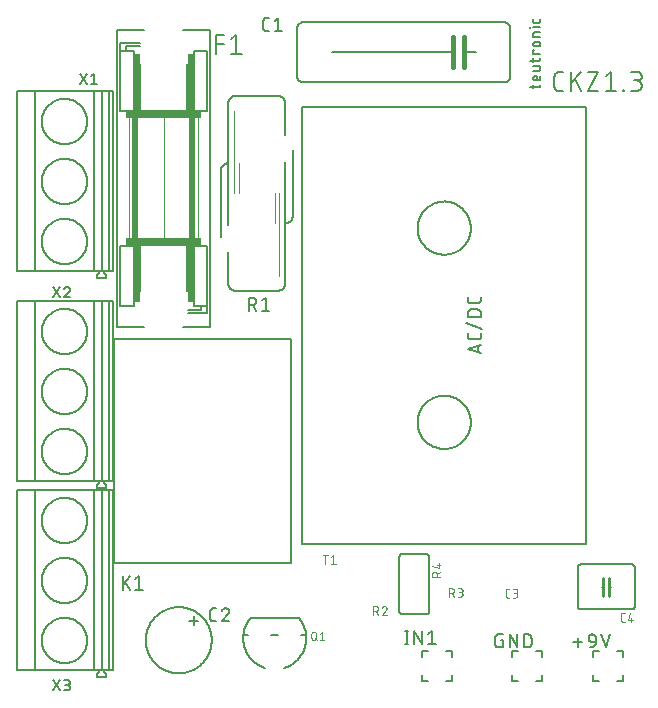
<source format=gbr>
G04 EAGLE Gerber RS-274X export*
G75*
%MOMM*%
%FSLAX34Y34*%
%LPD*%
%INSilkscreen Top*%
%IPPOS*%
%AMOC8*
5,1,8,0,0,1.08239X$1,22.5*%
G01*
%ADD10C,0.203200*%
%ADD11C,0.127000*%
%ADD12C,0.406400*%
%ADD13C,0.152400*%
%ADD14C,0.050800*%
%ADD15R,1.143000X0.635000*%
%ADD16R,4.064000X0.635000*%
%ADD17R,0.508000X10.160000*%
%ADD18R,0.127000X3.937000*%
%ADD19R,0.508000X4.826000*%
%ADD20C,0.101600*%
%ADD21C,0.254000*%
%ADD22C,0.076200*%


D10*
X464822Y516001D02*
X461322Y516001D01*
X461205Y516003D01*
X461088Y516009D01*
X460972Y516019D01*
X460855Y516032D01*
X460740Y516050D01*
X460625Y516071D01*
X460511Y516096D01*
X460397Y516125D01*
X460285Y516158D01*
X460174Y516195D01*
X460064Y516235D01*
X459956Y516279D01*
X459849Y516326D01*
X459743Y516377D01*
X459640Y516432D01*
X459538Y516490D01*
X459439Y516551D01*
X459341Y516615D01*
X459246Y516683D01*
X459153Y516754D01*
X459062Y516828D01*
X458974Y516905D01*
X458889Y516985D01*
X458806Y517068D01*
X458726Y517153D01*
X458649Y517241D01*
X458575Y517332D01*
X458504Y517425D01*
X458436Y517520D01*
X458372Y517618D01*
X458311Y517717D01*
X458253Y517819D01*
X458198Y517922D01*
X458147Y518028D01*
X458100Y518135D01*
X458056Y518243D01*
X458016Y518353D01*
X457979Y518464D01*
X457946Y518576D01*
X457917Y518690D01*
X457892Y518804D01*
X457871Y518919D01*
X457853Y519034D01*
X457840Y519151D01*
X457830Y519267D01*
X457824Y519384D01*
X457822Y519501D01*
X457823Y519501D02*
X457823Y528249D01*
X457822Y528249D02*
X457824Y528366D01*
X457830Y528483D01*
X457840Y528599D01*
X457853Y528716D01*
X457871Y528831D01*
X457892Y528946D01*
X457917Y529060D01*
X457946Y529174D01*
X457979Y529286D01*
X458016Y529397D01*
X458056Y529507D01*
X458100Y529615D01*
X458147Y529722D01*
X458198Y529828D01*
X458253Y529931D01*
X458311Y530033D01*
X458372Y530132D01*
X458436Y530230D01*
X458504Y530325D01*
X458575Y530418D01*
X458649Y530509D01*
X458726Y530597D01*
X458806Y530682D01*
X458889Y530765D01*
X458974Y530845D01*
X459062Y530922D01*
X459153Y530996D01*
X459246Y531067D01*
X459341Y531135D01*
X459439Y531199D01*
X459538Y531260D01*
X459640Y531318D01*
X459743Y531373D01*
X459849Y531424D01*
X459956Y531471D01*
X460064Y531515D01*
X460174Y531555D01*
X460285Y531592D01*
X460397Y531625D01*
X460511Y531654D01*
X460625Y531679D01*
X460740Y531700D01*
X460855Y531718D01*
X460972Y531731D01*
X461088Y531741D01*
X461205Y531747D01*
X461322Y531749D01*
X464822Y531749D01*
X471671Y531749D02*
X471671Y516001D01*
X471671Y522125D02*
X480420Y531749D01*
X475170Y525625D02*
X480420Y516001D01*
X486006Y531749D02*
X494755Y531749D01*
X486006Y516001D01*
X494755Y516001D01*
X501116Y528249D02*
X505491Y531749D01*
X505491Y516001D01*
X509865Y516001D02*
X501116Y516001D01*
X515995Y516001D02*
X515995Y516876D01*
X516870Y516876D01*
X516870Y516001D01*
X515995Y516001D01*
X523000Y516001D02*
X527375Y516001D01*
X527506Y516003D01*
X527637Y516009D01*
X527767Y516019D01*
X527897Y516032D01*
X528027Y516050D01*
X528156Y516071D01*
X528284Y516097D01*
X528412Y516126D01*
X528539Y516159D01*
X528664Y516195D01*
X528789Y516236D01*
X528912Y516280D01*
X529034Y516328D01*
X529154Y516379D01*
X529273Y516434D01*
X529390Y516493D01*
X529505Y516555D01*
X529618Y516620D01*
X529730Y516689D01*
X529839Y516761D01*
X529946Y516836D01*
X530051Y516915D01*
X530153Y516996D01*
X530253Y517081D01*
X530350Y517169D01*
X530445Y517259D01*
X530537Y517352D01*
X530626Y517448D01*
X530712Y517547D01*
X530795Y517648D01*
X530875Y517751D01*
X530952Y517857D01*
X531025Y517965D01*
X531096Y518076D01*
X531163Y518188D01*
X531227Y518302D01*
X531287Y518418D01*
X531344Y518536D01*
X531397Y518656D01*
X531447Y518777D01*
X531493Y518900D01*
X531535Y519023D01*
X531573Y519148D01*
X531608Y519275D01*
X531639Y519402D01*
X531667Y519530D01*
X531690Y519658D01*
X531709Y519788D01*
X531725Y519918D01*
X531737Y520048D01*
X531745Y520179D01*
X531749Y520310D01*
X531749Y520440D01*
X531745Y520571D01*
X531737Y520702D01*
X531725Y520832D01*
X531709Y520962D01*
X531690Y521092D01*
X531667Y521220D01*
X531639Y521348D01*
X531608Y521475D01*
X531573Y521602D01*
X531535Y521727D01*
X531493Y521850D01*
X531447Y521973D01*
X531397Y522094D01*
X531344Y522214D01*
X531287Y522332D01*
X531227Y522448D01*
X531163Y522562D01*
X531096Y522674D01*
X531025Y522785D01*
X530952Y522893D01*
X530875Y522999D01*
X530795Y523102D01*
X530712Y523203D01*
X530626Y523302D01*
X530537Y523398D01*
X530445Y523491D01*
X530350Y523581D01*
X530253Y523669D01*
X530153Y523754D01*
X530051Y523835D01*
X529946Y523914D01*
X529839Y523989D01*
X529730Y524061D01*
X529618Y524130D01*
X529505Y524195D01*
X529390Y524257D01*
X529273Y524316D01*
X529154Y524371D01*
X529034Y524422D01*
X528912Y524470D01*
X528789Y524514D01*
X528664Y524555D01*
X528539Y524591D01*
X528412Y524624D01*
X528284Y524653D01*
X528156Y524679D01*
X528027Y524700D01*
X527897Y524718D01*
X527767Y524731D01*
X527637Y524741D01*
X527506Y524747D01*
X527375Y524749D01*
X528249Y531749D02*
X523000Y531749D01*
X528249Y531749D02*
X528367Y531747D01*
X528485Y531741D01*
X528603Y531731D01*
X528720Y531717D01*
X528837Y531699D01*
X528954Y531677D01*
X529069Y531652D01*
X529183Y531622D01*
X529297Y531588D01*
X529409Y531551D01*
X529520Y531510D01*
X529629Y531465D01*
X529737Y531417D01*
X529843Y531365D01*
X529948Y531309D01*
X530050Y531250D01*
X530150Y531188D01*
X530248Y531122D01*
X530344Y531053D01*
X530438Y530980D01*
X530529Y530905D01*
X530617Y530826D01*
X530703Y530745D01*
X530786Y530660D01*
X530866Y530573D01*
X530943Y530484D01*
X531017Y530391D01*
X531087Y530297D01*
X531155Y530200D01*
X531219Y530100D01*
X531280Y529999D01*
X531337Y529896D01*
X531391Y529790D01*
X531442Y529683D01*
X531488Y529575D01*
X531531Y529465D01*
X531570Y529353D01*
X531606Y529240D01*
X531637Y529126D01*
X531665Y529011D01*
X531689Y528896D01*
X531709Y528779D01*
X531725Y528662D01*
X531737Y528544D01*
X531745Y528426D01*
X531749Y528308D01*
X531749Y528190D01*
X531745Y528072D01*
X531737Y527954D01*
X531725Y527836D01*
X531709Y527719D01*
X531689Y527602D01*
X531665Y527487D01*
X531637Y527372D01*
X531606Y527258D01*
X531570Y527145D01*
X531531Y527033D01*
X531488Y526923D01*
X531442Y526815D01*
X531391Y526708D01*
X531337Y526602D01*
X531280Y526499D01*
X531219Y526398D01*
X531155Y526298D01*
X531087Y526201D01*
X531017Y526107D01*
X530943Y526014D01*
X530866Y525925D01*
X530786Y525838D01*
X530703Y525753D01*
X530617Y525672D01*
X530529Y525593D01*
X530438Y525518D01*
X530344Y525445D01*
X530248Y525376D01*
X530150Y525310D01*
X530050Y525248D01*
X529948Y525189D01*
X529843Y525133D01*
X529737Y525081D01*
X529629Y525033D01*
X529520Y524988D01*
X529409Y524947D01*
X529297Y524910D01*
X529183Y524876D01*
X529069Y524846D01*
X528954Y524821D01*
X528837Y524799D01*
X528720Y524781D01*
X528603Y524767D01*
X528485Y524757D01*
X528367Y524751D01*
X528249Y524749D01*
X528249Y524750D02*
X524750Y524750D01*
D11*
X439843Y521123D02*
X439843Y518160D01*
X436880Y519148D02*
X444288Y519148D01*
X444288Y519147D02*
X444363Y519149D01*
X444438Y519155D01*
X444512Y519164D01*
X444586Y519177D01*
X444659Y519194D01*
X444732Y519215D01*
X444803Y519239D01*
X444872Y519267D01*
X444941Y519298D01*
X445007Y519333D01*
X445072Y519371D01*
X445135Y519413D01*
X445195Y519457D01*
X445253Y519505D01*
X445309Y519555D01*
X445362Y519608D01*
X445412Y519664D01*
X445460Y519722D01*
X445504Y519782D01*
X445546Y519845D01*
X445584Y519910D01*
X445619Y519976D01*
X445650Y520045D01*
X445678Y520114D01*
X445702Y520185D01*
X445723Y520258D01*
X445740Y520331D01*
X445753Y520405D01*
X445762Y520479D01*
X445768Y520554D01*
X445770Y520629D01*
X445770Y521123D01*
X445770Y526253D02*
X445770Y528722D01*
X445770Y526253D02*
X445768Y526178D01*
X445762Y526103D01*
X445753Y526029D01*
X445740Y525955D01*
X445723Y525882D01*
X445702Y525809D01*
X445678Y525738D01*
X445650Y525669D01*
X445619Y525600D01*
X445584Y525534D01*
X445546Y525469D01*
X445504Y525406D01*
X445460Y525346D01*
X445412Y525288D01*
X445362Y525232D01*
X445309Y525179D01*
X445253Y525129D01*
X445195Y525081D01*
X445135Y525037D01*
X445072Y524995D01*
X445007Y524957D01*
X444941Y524922D01*
X444872Y524891D01*
X444803Y524863D01*
X444732Y524839D01*
X444659Y524818D01*
X444586Y524801D01*
X444512Y524788D01*
X444438Y524779D01*
X444363Y524773D01*
X444288Y524771D01*
X441819Y524771D01*
X441732Y524773D01*
X441644Y524779D01*
X441557Y524788D01*
X441471Y524802D01*
X441385Y524819D01*
X441301Y524840D01*
X441217Y524865D01*
X441134Y524894D01*
X441053Y524926D01*
X440973Y524961D01*
X440895Y525000D01*
X440818Y525043D01*
X440744Y525089D01*
X440672Y525138D01*
X440602Y525190D01*
X440534Y525246D01*
X440469Y525304D01*
X440406Y525365D01*
X440347Y525429D01*
X440290Y525496D01*
X440236Y525564D01*
X440185Y525636D01*
X440138Y525709D01*
X440093Y525784D01*
X440052Y525862D01*
X440015Y525941D01*
X439981Y526021D01*
X439951Y526103D01*
X439924Y526186D01*
X439901Y526271D01*
X439882Y526356D01*
X439867Y526442D01*
X439855Y526529D01*
X439847Y526616D01*
X439843Y526703D01*
X439843Y526791D01*
X439847Y526878D01*
X439855Y526965D01*
X439867Y527052D01*
X439882Y527138D01*
X439901Y527223D01*
X439924Y527308D01*
X439951Y527391D01*
X439981Y527473D01*
X440015Y527553D01*
X440052Y527632D01*
X440093Y527710D01*
X440138Y527785D01*
X440185Y527858D01*
X440236Y527930D01*
X440290Y527998D01*
X440347Y528065D01*
X440406Y528129D01*
X440469Y528190D01*
X440534Y528248D01*
X440602Y528304D01*
X440672Y528356D01*
X440744Y528405D01*
X440818Y528451D01*
X440895Y528494D01*
X440973Y528533D01*
X441053Y528568D01*
X441134Y528600D01*
X441217Y528629D01*
X441301Y528654D01*
X441385Y528675D01*
X441471Y528692D01*
X441557Y528706D01*
X441644Y528715D01*
X441732Y528721D01*
X441819Y528723D01*
X441819Y528722D02*
X442807Y528722D01*
X442807Y524771D01*
X444288Y533001D02*
X439843Y533001D01*
X444288Y533000D02*
X444363Y533002D01*
X444438Y533008D01*
X444512Y533017D01*
X444586Y533030D01*
X444659Y533047D01*
X444732Y533068D01*
X444803Y533092D01*
X444872Y533120D01*
X444941Y533151D01*
X445007Y533186D01*
X445072Y533224D01*
X445135Y533266D01*
X445195Y533310D01*
X445253Y533358D01*
X445309Y533408D01*
X445362Y533461D01*
X445412Y533517D01*
X445460Y533575D01*
X445504Y533635D01*
X445546Y533698D01*
X445584Y533763D01*
X445619Y533829D01*
X445650Y533898D01*
X445678Y533967D01*
X445702Y534038D01*
X445723Y534111D01*
X445740Y534184D01*
X445753Y534258D01*
X445762Y534332D01*
X445768Y534407D01*
X445770Y534482D01*
X445770Y536952D01*
X439843Y536952D01*
X439843Y540410D02*
X439843Y543374D01*
X436880Y541398D02*
X444288Y541398D01*
X444363Y541400D01*
X444438Y541406D01*
X444512Y541415D01*
X444586Y541428D01*
X444659Y541445D01*
X444732Y541466D01*
X444803Y541490D01*
X444872Y541518D01*
X444941Y541549D01*
X445007Y541584D01*
X445072Y541622D01*
X445135Y541664D01*
X445195Y541708D01*
X445253Y541756D01*
X445309Y541806D01*
X445362Y541859D01*
X445412Y541915D01*
X445460Y541973D01*
X445504Y542033D01*
X445546Y542096D01*
X445584Y542161D01*
X445619Y542227D01*
X445650Y542296D01*
X445678Y542365D01*
X445702Y542436D01*
X445723Y542509D01*
X445740Y542582D01*
X445753Y542656D01*
X445762Y542730D01*
X445768Y542805D01*
X445770Y542880D01*
X445770Y543374D01*
X445770Y547394D02*
X439843Y547394D01*
X439843Y550358D01*
X440831Y550358D01*
X441819Y553422D02*
X443794Y553422D01*
X441819Y553422D02*
X441732Y553424D01*
X441644Y553430D01*
X441557Y553439D01*
X441471Y553453D01*
X441385Y553470D01*
X441301Y553491D01*
X441217Y553516D01*
X441134Y553545D01*
X441053Y553577D01*
X440973Y553612D01*
X440895Y553651D01*
X440818Y553694D01*
X440744Y553740D01*
X440672Y553789D01*
X440602Y553841D01*
X440534Y553897D01*
X440469Y553955D01*
X440406Y554016D01*
X440347Y554080D01*
X440290Y554147D01*
X440236Y554215D01*
X440185Y554287D01*
X440138Y554360D01*
X440093Y554435D01*
X440052Y554513D01*
X440015Y554592D01*
X439981Y554672D01*
X439951Y554754D01*
X439924Y554837D01*
X439901Y554922D01*
X439882Y555007D01*
X439867Y555093D01*
X439855Y555180D01*
X439847Y555267D01*
X439843Y555354D01*
X439843Y555442D01*
X439847Y555529D01*
X439855Y555616D01*
X439867Y555703D01*
X439882Y555789D01*
X439901Y555874D01*
X439924Y555959D01*
X439951Y556042D01*
X439981Y556124D01*
X440015Y556204D01*
X440052Y556283D01*
X440093Y556361D01*
X440138Y556436D01*
X440185Y556509D01*
X440236Y556581D01*
X440290Y556649D01*
X440347Y556716D01*
X440406Y556780D01*
X440469Y556841D01*
X440534Y556899D01*
X440602Y556955D01*
X440672Y557007D01*
X440744Y557056D01*
X440818Y557102D01*
X440895Y557145D01*
X440973Y557184D01*
X441053Y557219D01*
X441134Y557251D01*
X441217Y557280D01*
X441301Y557305D01*
X441385Y557326D01*
X441471Y557343D01*
X441557Y557357D01*
X441644Y557366D01*
X441732Y557372D01*
X441819Y557374D01*
X441819Y557373D02*
X443794Y557373D01*
X443794Y557374D02*
X443881Y557372D01*
X443969Y557366D01*
X444056Y557357D01*
X444142Y557343D01*
X444228Y557326D01*
X444312Y557305D01*
X444396Y557280D01*
X444479Y557251D01*
X444560Y557219D01*
X444640Y557184D01*
X444718Y557145D01*
X444795Y557102D01*
X444869Y557056D01*
X444941Y557007D01*
X445011Y556955D01*
X445079Y556899D01*
X445144Y556841D01*
X445207Y556780D01*
X445266Y556716D01*
X445323Y556649D01*
X445377Y556581D01*
X445428Y556509D01*
X445475Y556436D01*
X445520Y556361D01*
X445561Y556283D01*
X445598Y556204D01*
X445632Y556124D01*
X445662Y556042D01*
X445689Y555959D01*
X445712Y555874D01*
X445731Y555789D01*
X445746Y555703D01*
X445758Y555616D01*
X445766Y555529D01*
X445770Y555442D01*
X445770Y555354D01*
X445766Y555267D01*
X445758Y555180D01*
X445746Y555093D01*
X445731Y555007D01*
X445712Y554922D01*
X445689Y554837D01*
X445662Y554754D01*
X445632Y554672D01*
X445598Y554592D01*
X445561Y554513D01*
X445520Y554435D01*
X445475Y554360D01*
X445428Y554287D01*
X445377Y554215D01*
X445323Y554147D01*
X445266Y554080D01*
X445207Y554016D01*
X445144Y553955D01*
X445079Y553897D01*
X445011Y553841D01*
X444941Y553789D01*
X444869Y553740D01*
X444795Y553694D01*
X444718Y553651D01*
X444640Y553612D01*
X444560Y553577D01*
X444479Y553545D01*
X444396Y553516D01*
X444312Y553491D01*
X444228Y553470D01*
X444142Y553453D01*
X444056Y553439D01*
X443969Y553430D01*
X443881Y553424D01*
X443794Y553422D01*
X445770Y561652D02*
X439843Y561652D01*
X439843Y564121D01*
X439845Y564196D01*
X439851Y564271D01*
X439860Y564345D01*
X439873Y564419D01*
X439890Y564492D01*
X439911Y564565D01*
X439935Y564636D01*
X439963Y564705D01*
X439994Y564774D01*
X440029Y564840D01*
X440067Y564905D01*
X440109Y564968D01*
X440153Y565028D01*
X440201Y565086D01*
X440251Y565142D01*
X440304Y565195D01*
X440360Y565245D01*
X440418Y565293D01*
X440478Y565337D01*
X440541Y565379D01*
X440606Y565417D01*
X440672Y565452D01*
X440741Y565483D01*
X440810Y565511D01*
X440881Y565535D01*
X440954Y565556D01*
X441027Y565573D01*
X441101Y565586D01*
X441175Y565595D01*
X441250Y565601D01*
X441325Y565603D01*
X445770Y565603D01*
X445770Y569723D02*
X439843Y569723D01*
X437374Y569476D02*
X436880Y569476D01*
X436880Y569970D01*
X437374Y569970D01*
X437374Y569476D01*
X445770Y575034D02*
X445770Y577010D01*
X445770Y575034D02*
X445768Y574959D01*
X445762Y574884D01*
X445753Y574810D01*
X445740Y574736D01*
X445723Y574663D01*
X445702Y574590D01*
X445678Y574519D01*
X445650Y574450D01*
X445619Y574381D01*
X445584Y574315D01*
X445546Y574250D01*
X445504Y574187D01*
X445460Y574127D01*
X445412Y574069D01*
X445362Y574013D01*
X445309Y573960D01*
X445253Y573910D01*
X445195Y573862D01*
X445135Y573818D01*
X445072Y573776D01*
X445007Y573738D01*
X444941Y573703D01*
X444872Y573672D01*
X444803Y573644D01*
X444732Y573620D01*
X444659Y573599D01*
X444586Y573582D01*
X444512Y573569D01*
X444438Y573560D01*
X444363Y573554D01*
X444288Y573552D01*
X444288Y573553D02*
X441325Y573553D01*
X441325Y573552D02*
X441250Y573554D01*
X441175Y573560D01*
X441101Y573569D01*
X441027Y573582D01*
X440954Y573599D01*
X440881Y573620D01*
X440810Y573644D01*
X440741Y573672D01*
X440672Y573703D01*
X440606Y573738D01*
X440541Y573776D01*
X440478Y573818D01*
X440418Y573862D01*
X440360Y573910D01*
X440304Y573960D01*
X440251Y574013D01*
X440201Y574069D01*
X440153Y574127D01*
X440109Y574187D01*
X440067Y574250D01*
X440029Y574315D01*
X439994Y574381D01*
X439963Y574450D01*
X439935Y574519D01*
X439911Y574590D01*
X439890Y574663D01*
X439873Y574736D01*
X439860Y574810D01*
X439851Y574884D01*
X439845Y574959D01*
X439843Y575034D01*
X439843Y577010D01*
D12*
X381000Y548640D02*
X381000Y535940D01*
X381000Y548640D02*
X381000Y561340D01*
X372110Y548640D02*
X372110Y535940D01*
X372110Y548640D02*
X372110Y561340D01*
D13*
X372110Y548640D02*
X269240Y548640D01*
X381000Y548640D02*
X391160Y548640D01*
X240030Y528320D02*
X240030Y568960D01*
X245110Y574040D02*
X415290Y574040D01*
X420370Y568960D02*
X420370Y528320D01*
X415290Y523240D02*
X245110Y523240D01*
X244970Y523242D01*
X244830Y523248D01*
X244690Y523257D01*
X244551Y523271D01*
X244412Y523288D01*
X244274Y523309D01*
X244136Y523334D01*
X243999Y523363D01*
X243863Y523395D01*
X243728Y523432D01*
X243594Y523472D01*
X243461Y523515D01*
X243329Y523563D01*
X243198Y523613D01*
X243069Y523668D01*
X242942Y523726D01*
X242816Y523787D01*
X242692Y523852D01*
X242570Y523921D01*
X242450Y523992D01*
X242332Y524067D01*
X242215Y524145D01*
X242101Y524227D01*
X241990Y524311D01*
X241881Y524399D01*
X241774Y524489D01*
X241669Y524583D01*
X241568Y524679D01*
X241469Y524778D01*
X241373Y524879D01*
X241279Y524984D01*
X241189Y525091D01*
X241101Y525200D01*
X241017Y525311D01*
X240935Y525425D01*
X240857Y525542D01*
X240782Y525660D01*
X240711Y525780D01*
X240642Y525902D01*
X240577Y526026D01*
X240516Y526152D01*
X240458Y526279D01*
X240403Y526408D01*
X240353Y526539D01*
X240305Y526671D01*
X240262Y526804D01*
X240222Y526938D01*
X240185Y527073D01*
X240153Y527209D01*
X240124Y527346D01*
X240099Y527484D01*
X240078Y527622D01*
X240061Y527761D01*
X240047Y527900D01*
X240038Y528040D01*
X240032Y528180D01*
X240030Y528320D01*
X240030Y568960D02*
X240032Y569100D01*
X240038Y569240D01*
X240047Y569380D01*
X240061Y569519D01*
X240078Y569658D01*
X240099Y569796D01*
X240124Y569934D01*
X240153Y570071D01*
X240185Y570207D01*
X240222Y570342D01*
X240262Y570476D01*
X240305Y570609D01*
X240353Y570741D01*
X240403Y570872D01*
X240458Y571001D01*
X240516Y571128D01*
X240577Y571254D01*
X240642Y571378D01*
X240711Y571500D01*
X240782Y571620D01*
X240857Y571738D01*
X240935Y571855D01*
X241017Y571969D01*
X241101Y572080D01*
X241189Y572189D01*
X241279Y572296D01*
X241373Y572401D01*
X241469Y572502D01*
X241568Y572601D01*
X241669Y572697D01*
X241774Y572791D01*
X241881Y572881D01*
X241990Y572969D01*
X242101Y573053D01*
X242215Y573135D01*
X242332Y573213D01*
X242450Y573288D01*
X242570Y573359D01*
X242692Y573428D01*
X242816Y573493D01*
X242942Y573554D01*
X243069Y573612D01*
X243198Y573667D01*
X243329Y573717D01*
X243461Y573765D01*
X243594Y573808D01*
X243728Y573848D01*
X243863Y573885D01*
X243999Y573917D01*
X244136Y573946D01*
X244274Y573971D01*
X244412Y573992D01*
X244551Y574009D01*
X244690Y574023D01*
X244830Y574032D01*
X244970Y574038D01*
X245110Y574040D01*
X415290Y574040D02*
X415430Y574038D01*
X415570Y574032D01*
X415710Y574023D01*
X415849Y574009D01*
X415988Y573992D01*
X416126Y573971D01*
X416264Y573946D01*
X416401Y573917D01*
X416537Y573885D01*
X416672Y573848D01*
X416806Y573808D01*
X416939Y573765D01*
X417071Y573717D01*
X417202Y573667D01*
X417331Y573612D01*
X417458Y573554D01*
X417584Y573493D01*
X417708Y573428D01*
X417830Y573359D01*
X417950Y573288D01*
X418068Y573213D01*
X418185Y573135D01*
X418299Y573053D01*
X418410Y572969D01*
X418519Y572881D01*
X418626Y572791D01*
X418731Y572697D01*
X418832Y572601D01*
X418931Y572502D01*
X419027Y572401D01*
X419121Y572296D01*
X419211Y572189D01*
X419299Y572080D01*
X419383Y571969D01*
X419465Y571855D01*
X419543Y571738D01*
X419618Y571620D01*
X419689Y571500D01*
X419758Y571378D01*
X419823Y571254D01*
X419884Y571128D01*
X419942Y571001D01*
X419997Y570872D01*
X420047Y570741D01*
X420095Y570609D01*
X420138Y570476D01*
X420178Y570342D01*
X420215Y570207D01*
X420247Y570071D01*
X420276Y569934D01*
X420301Y569796D01*
X420322Y569658D01*
X420339Y569519D01*
X420353Y569380D01*
X420362Y569240D01*
X420368Y569100D01*
X420370Y568960D01*
X420370Y528320D02*
X420368Y528180D01*
X420362Y528040D01*
X420353Y527900D01*
X420339Y527761D01*
X420322Y527622D01*
X420301Y527484D01*
X420276Y527346D01*
X420247Y527209D01*
X420215Y527073D01*
X420178Y526938D01*
X420138Y526804D01*
X420095Y526671D01*
X420047Y526539D01*
X419997Y526408D01*
X419942Y526279D01*
X419884Y526152D01*
X419823Y526026D01*
X419758Y525902D01*
X419689Y525780D01*
X419618Y525660D01*
X419543Y525542D01*
X419465Y525425D01*
X419383Y525311D01*
X419299Y525200D01*
X419211Y525091D01*
X419121Y524984D01*
X419027Y524879D01*
X418931Y524778D01*
X418832Y524679D01*
X418731Y524583D01*
X418626Y524489D01*
X418519Y524399D01*
X418410Y524311D01*
X418299Y524227D01*
X418185Y524145D01*
X418068Y524067D01*
X417950Y523992D01*
X417830Y523921D01*
X417708Y523852D01*
X417584Y523787D01*
X417458Y523726D01*
X417331Y523668D01*
X417202Y523613D01*
X417071Y523563D01*
X416939Y523515D01*
X416806Y523472D01*
X416672Y523432D01*
X416537Y523395D01*
X416401Y523363D01*
X416264Y523334D01*
X416126Y523309D01*
X415988Y523288D01*
X415849Y523271D01*
X415710Y523257D01*
X415570Y523248D01*
X415430Y523242D01*
X415290Y523240D01*
X216395Y566547D02*
X213911Y566547D01*
X213813Y566549D01*
X213716Y566555D01*
X213619Y566564D01*
X213522Y566578D01*
X213426Y566595D01*
X213331Y566616D01*
X213237Y566640D01*
X213143Y566669D01*
X213051Y566701D01*
X212960Y566736D01*
X212871Y566775D01*
X212783Y566818D01*
X212697Y566864D01*
X212613Y566913D01*
X212531Y566966D01*
X212451Y567021D01*
X212373Y567080D01*
X212298Y567142D01*
X212225Y567207D01*
X212155Y567275D01*
X212087Y567345D01*
X212022Y567418D01*
X211960Y567493D01*
X211901Y567571D01*
X211846Y567651D01*
X211793Y567733D01*
X211744Y567817D01*
X211698Y567903D01*
X211655Y567991D01*
X211616Y568080D01*
X211581Y568171D01*
X211549Y568263D01*
X211520Y568357D01*
X211496Y568451D01*
X211475Y568546D01*
X211458Y568642D01*
X211444Y568739D01*
X211435Y568836D01*
X211429Y568933D01*
X211427Y569031D01*
X211428Y569031D02*
X211428Y575239D01*
X211427Y575239D02*
X211429Y575337D01*
X211435Y575434D01*
X211444Y575531D01*
X211458Y575628D01*
X211475Y575724D01*
X211496Y575819D01*
X211520Y575913D01*
X211549Y576007D01*
X211581Y576099D01*
X211616Y576190D01*
X211655Y576279D01*
X211698Y576367D01*
X211744Y576453D01*
X211793Y576537D01*
X211846Y576619D01*
X211901Y576699D01*
X211960Y576777D01*
X212022Y576852D01*
X212087Y576925D01*
X212155Y576995D01*
X212225Y577063D01*
X212298Y577128D01*
X212373Y577190D01*
X212451Y577249D01*
X212531Y577304D01*
X212613Y577357D01*
X212697Y577406D01*
X212783Y577452D01*
X212871Y577495D01*
X212960Y577534D01*
X213051Y577569D01*
X213143Y577601D01*
X213237Y577630D01*
X213331Y577654D01*
X213426Y577675D01*
X213522Y577692D01*
X213619Y577706D01*
X213716Y577715D01*
X213813Y577721D01*
X213911Y577723D01*
X216395Y577723D01*
X220994Y575239D02*
X224099Y577723D01*
X224099Y566547D01*
X227203Y566547D02*
X220994Y566547D01*
D10*
X83680Y515409D02*
X83680Y363009D01*
X17937Y363009D02*
X17937Y515409D01*
X62735Y363009D02*
X67659Y363009D01*
X76450Y363009D02*
X76450Y361722D01*
X72310Y361722D02*
X72310Y363009D01*
X74459Y363009D01*
X76450Y363009D01*
X70810Y359939D02*
X70810Y357309D01*
X77950Y357309D02*
X77950Y359939D01*
X72310Y363009D02*
X67659Y363009D01*
X76450Y361722D02*
X77950Y359939D01*
X77950Y357309D02*
X70810Y357309D01*
X22767Y363009D02*
X17937Y363009D01*
X22767Y363009D02*
X62735Y363009D01*
X70810Y359939D02*
X72310Y361722D01*
X67659Y363009D02*
X67659Y515409D01*
X62735Y515409D01*
X74459Y515409D02*
X74459Y363009D01*
X74459Y515409D02*
X67659Y515409D01*
X62735Y515409D02*
X22767Y515409D01*
X17937Y515409D01*
X2680Y515409D01*
X76450Y363009D02*
X80680Y363009D01*
X80680Y515409D02*
X74459Y515409D01*
X2680Y515409D02*
X2680Y363009D01*
X17937Y363009D01*
X80680Y363009D02*
X80680Y515409D01*
X80680Y363009D02*
X83680Y363009D01*
X83680Y515409D02*
X80680Y515409D01*
X23780Y388409D02*
X23786Y388879D01*
X23803Y389349D01*
X23832Y389818D01*
X23872Y390286D01*
X23924Y390753D01*
X23987Y391219D01*
X24062Y391683D01*
X24148Y392145D01*
X24245Y392605D01*
X24354Y393062D01*
X24474Y393517D01*
X24605Y393968D01*
X24747Y394416D01*
X24899Y394860D01*
X25063Y395301D01*
X25238Y395737D01*
X25423Y396169D01*
X25619Y396597D01*
X25825Y397019D01*
X26041Y397436D01*
X26268Y397848D01*
X26504Y398254D01*
X26751Y398654D01*
X27007Y399048D01*
X27273Y399436D01*
X27549Y399817D01*
X27833Y400191D01*
X28127Y400558D01*
X28429Y400917D01*
X28741Y401269D01*
X29061Y401614D01*
X29389Y401950D01*
X29725Y402278D01*
X30070Y402598D01*
X30422Y402910D01*
X30781Y403212D01*
X31148Y403506D01*
X31522Y403790D01*
X31903Y404066D01*
X32291Y404332D01*
X32685Y404588D01*
X33085Y404835D01*
X33491Y405071D01*
X33903Y405298D01*
X34320Y405514D01*
X34742Y405720D01*
X35170Y405916D01*
X35602Y406101D01*
X36038Y406276D01*
X36479Y406440D01*
X36923Y406592D01*
X37371Y406734D01*
X37822Y406865D01*
X38277Y406985D01*
X38734Y407094D01*
X39194Y407191D01*
X39656Y407277D01*
X40120Y407352D01*
X40586Y407415D01*
X41053Y407467D01*
X41521Y407507D01*
X41990Y407536D01*
X42460Y407553D01*
X42930Y407559D01*
X43400Y407553D01*
X43870Y407536D01*
X44339Y407507D01*
X44807Y407467D01*
X45274Y407415D01*
X45740Y407352D01*
X46204Y407277D01*
X46666Y407191D01*
X47126Y407094D01*
X47583Y406985D01*
X48038Y406865D01*
X48489Y406734D01*
X48937Y406592D01*
X49381Y406440D01*
X49822Y406276D01*
X50258Y406101D01*
X50690Y405916D01*
X51118Y405720D01*
X51540Y405514D01*
X51957Y405298D01*
X52369Y405071D01*
X52775Y404835D01*
X53175Y404588D01*
X53569Y404332D01*
X53957Y404066D01*
X54338Y403790D01*
X54712Y403506D01*
X55079Y403212D01*
X55438Y402910D01*
X55790Y402598D01*
X56135Y402278D01*
X56471Y401950D01*
X56799Y401614D01*
X57119Y401269D01*
X57431Y400917D01*
X57733Y400558D01*
X58027Y400191D01*
X58311Y399817D01*
X58587Y399436D01*
X58853Y399048D01*
X59109Y398654D01*
X59356Y398254D01*
X59592Y397848D01*
X59819Y397436D01*
X60035Y397019D01*
X60241Y396597D01*
X60437Y396169D01*
X60622Y395737D01*
X60797Y395301D01*
X60961Y394860D01*
X61113Y394416D01*
X61255Y393968D01*
X61386Y393517D01*
X61506Y393062D01*
X61615Y392605D01*
X61712Y392145D01*
X61798Y391683D01*
X61873Y391219D01*
X61936Y390753D01*
X61988Y390286D01*
X62028Y389818D01*
X62057Y389349D01*
X62074Y388879D01*
X62080Y388409D01*
X62074Y387939D01*
X62057Y387469D01*
X62028Y387000D01*
X61988Y386532D01*
X61936Y386065D01*
X61873Y385599D01*
X61798Y385135D01*
X61712Y384673D01*
X61615Y384213D01*
X61506Y383756D01*
X61386Y383301D01*
X61255Y382850D01*
X61113Y382402D01*
X60961Y381958D01*
X60797Y381517D01*
X60622Y381081D01*
X60437Y380649D01*
X60241Y380221D01*
X60035Y379799D01*
X59819Y379382D01*
X59592Y378970D01*
X59356Y378564D01*
X59109Y378164D01*
X58853Y377770D01*
X58587Y377382D01*
X58311Y377001D01*
X58027Y376627D01*
X57733Y376260D01*
X57431Y375901D01*
X57119Y375549D01*
X56799Y375204D01*
X56471Y374868D01*
X56135Y374540D01*
X55790Y374220D01*
X55438Y373908D01*
X55079Y373606D01*
X54712Y373312D01*
X54338Y373028D01*
X53957Y372752D01*
X53569Y372486D01*
X53175Y372230D01*
X52775Y371983D01*
X52369Y371747D01*
X51957Y371520D01*
X51540Y371304D01*
X51118Y371098D01*
X50690Y370902D01*
X50258Y370717D01*
X49822Y370542D01*
X49381Y370378D01*
X48937Y370226D01*
X48489Y370084D01*
X48038Y369953D01*
X47583Y369833D01*
X47126Y369724D01*
X46666Y369627D01*
X46204Y369541D01*
X45740Y369466D01*
X45274Y369403D01*
X44807Y369351D01*
X44339Y369311D01*
X43870Y369282D01*
X43400Y369265D01*
X42930Y369259D01*
X42460Y369265D01*
X41990Y369282D01*
X41521Y369311D01*
X41053Y369351D01*
X40586Y369403D01*
X40120Y369466D01*
X39656Y369541D01*
X39194Y369627D01*
X38734Y369724D01*
X38277Y369833D01*
X37822Y369953D01*
X37371Y370084D01*
X36923Y370226D01*
X36479Y370378D01*
X36038Y370542D01*
X35602Y370717D01*
X35170Y370902D01*
X34742Y371098D01*
X34320Y371304D01*
X33903Y371520D01*
X33491Y371747D01*
X33085Y371983D01*
X32685Y372230D01*
X32291Y372486D01*
X31903Y372752D01*
X31522Y373028D01*
X31148Y373312D01*
X30781Y373606D01*
X30422Y373908D01*
X30070Y374220D01*
X29725Y374540D01*
X29389Y374868D01*
X29061Y375204D01*
X28741Y375549D01*
X28429Y375901D01*
X28127Y376260D01*
X27833Y376627D01*
X27549Y377001D01*
X27273Y377382D01*
X27007Y377770D01*
X26751Y378164D01*
X26504Y378564D01*
X26268Y378970D01*
X26041Y379382D01*
X25825Y379799D01*
X25619Y380221D01*
X25423Y380649D01*
X25238Y381081D01*
X25063Y381517D01*
X24899Y381958D01*
X24747Y382402D01*
X24605Y382850D01*
X24474Y383301D01*
X24354Y383756D01*
X24245Y384213D01*
X24148Y384673D01*
X24062Y385135D01*
X23987Y385599D01*
X23924Y386065D01*
X23872Y386532D01*
X23832Y387000D01*
X23803Y387469D01*
X23786Y387939D01*
X23780Y388409D01*
X23780Y439209D02*
X23786Y439679D01*
X23803Y440149D01*
X23832Y440618D01*
X23872Y441086D01*
X23924Y441553D01*
X23987Y442019D01*
X24062Y442483D01*
X24148Y442945D01*
X24245Y443405D01*
X24354Y443862D01*
X24474Y444317D01*
X24605Y444768D01*
X24747Y445216D01*
X24899Y445660D01*
X25063Y446101D01*
X25238Y446537D01*
X25423Y446969D01*
X25619Y447397D01*
X25825Y447819D01*
X26041Y448236D01*
X26268Y448648D01*
X26504Y449054D01*
X26751Y449454D01*
X27007Y449848D01*
X27273Y450236D01*
X27549Y450617D01*
X27833Y450991D01*
X28127Y451358D01*
X28429Y451717D01*
X28741Y452069D01*
X29061Y452414D01*
X29389Y452750D01*
X29725Y453078D01*
X30070Y453398D01*
X30422Y453710D01*
X30781Y454012D01*
X31148Y454306D01*
X31522Y454590D01*
X31903Y454866D01*
X32291Y455132D01*
X32685Y455388D01*
X33085Y455635D01*
X33491Y455871D01*
X33903Y456098D01*
X34320Y456314D01*
X34742Y456520D01*
X35170Y456716D01*
X35602Y456901D01*
X36038Y457076D01*
X36479Y457240D01*
X36923Y457392D01*
X37371Y457534D01*
X37822Y457665D01*
X38277Y457785D01*
X38734Y457894D01*
X39194Y457991D01*
X39656Y458077D01*
X40120Y458152D01*
X40586Y458215D01*
X41053Y458267D01*
X41521Y458307D01*
X41990Y458336D01*
X42460Y458353D01*
X42930Y458359D01*
X43400Y458353D01*
X43870Y458336D01*
X44339Y458307D01*
X44807Y458267D01*
X45274Y458215D01*
X45740Y458152D01*
X46204Y458077D01*
X46666Y457991D01*
X47126Y457894D01*
X47583Y457785D01*
X48038Y457665D01*
X48489Y457534D01*
X48937Y457392D01*
X49381Y457240D01*
X49822Y457076D01*
X50258Y456901D01*
X50690Y456716D01*
X51118Y456520D01*
X51540Y456314D01*
X51957Y456098D01*
X52369Y455871D01*
X52775Y455635D01*
X53175Y455388D01*
X53569Y455132D01*
X53957Y454866D01*
X54338Y454590D01*
X54712Y454306D01*
X55079Y454012D01*
X55438Y453710D01*
X55790Y453398D01*
X56135Y453078D01*
X56471Y452750D01*
X56799Y452414D01*
X57119Y452069D01*
X57431Y451717D01*
X57733Y451358D01*
X58027Y450991D01*
X58311Y450617D01*
X58587Y450236D01*
X58853Y449848D01*
X59109Y449454D01*
X59356Y449054D01*
X59592Y448648D01*
X59819Y448236D01*
X60035Y447819D01*
X60241Y447397D01*
X60437Y446969D01*
X60622Y446537D01*
X60797Y446101D01*
X60961Y445660D01*
X61113Y445216D01*
X61255Y444768D01*
X61386Y444317D01*
X61506Y443862D01*
X61615Y443405D01*
X61712Y442945D01*
X61798Y442483D01*
X61873Y442019D01*
X61936Y441553D01*
X61988Y441086D01*
X62028Y440618D01*
X62057Y440149D01*
X62074Y439679D01*
X62080Y439209D01*
X62074Y438739D01*
X62057Y438269D01*
X62028Y437800D01*
X61988Y437332D01*
X61936Y436865D01*
X61873Y436399D01*
X61798Y435935D01*
X61712Y435473D01*
X61615Y435013D01*
X61506Y434556D01*
X61386Y434101D01*
X61255Y433650D01*
X61113Y433202D01*
X60961Y432758D01*
X60797Y432317D01*
X60622Y431881D01*
X60437Y431449D01*
X60241Y431021D01*
X60035Y430599D01*
X59819Y430182D01*
X59592Y429770D01*
X59356Y429364D01*
X59109Y428964D01*
X58853Y428570D01*
X58587Y428182D01*
X58311Y427801D01*
X58027Y427427D01*
X57733Y427060D01*
X57431Y426701D01*
X57119Y426349D01*
X56799Y426004D01*
X56471Y425668D01*
X56135Y425340D01*
X55790Y425020D01*
X55438Y424708D01*
X55079Y424406D01*
X54712Y424112D01*
X54338Y423828D01*
X53957Y423552D01*
X53569Y423286D01*
X53175Y423030D01*
X52775Y422783D01*
X52369Y422547D01*
X51957Y422320D01*
X51540Y422104D01*
X51118Y421898D01*
X50690Y421702D01*
X50258Y421517D01*
X49822Y421342D01*
X49381Y421178D01*
X48937Y421026D01*
X48489Y420884D01*
X48038Y420753D01*
X47583Y420633D01*
X47126Y420524D01*
X46666Y420427D01*
X46204Y420341D01*
X45740Y420266D01*
X45274Y420203D01*
X44807Y420151D01*
X44339Y420111D01*
X43870Y420082D01*
X43400Y420065D01*
X42930Y420059D01*
X42460Y420065D01*
X41990Y420082D01*
X41521Y420111D01*
X41053Y420151D01*
X40586Y420203D01*
X40120Y420266D01*
X39656Y420341D01*
X39194Y420427D01*
X38734Y420524D01*
X38277Y420633D01*
X37822Y420753D01*
X37371Y420884D01*
X36923Y421026D01*
X36479Y421178D01*
X36038Y421342D01*
X35602Y421517D01*
X35170Y421702D01*
X34742Y421898D01*
X34320Y422104D01*
X33903Y422320D01*
X33491Y422547D01*
X33085Y422783D01*
X32685Y423030D01*
X32291Y423286D01*
X31903Y423552D01*
X31522Y423828D01*
X31148Y424112D01*
X30781Y424406D01*
X30422Y424708D01*
X30070Y425020D01*
X29725Y425340D01*
X29389Y425668D01*
X29061Y426004D01*
X28741Y426349D01*
X28429Y426701D01*
X28127Y427060D01*
X27833Y427427D01*
X27549Y427801D01*
X27273Y428182D01*
X27007Y428570D01*
X26751Y428964D01*
X26504Y429364D01*
X26268Y429770D01*
X26041Y430182D01*
X25825Y430599D01*
X25619Y431021D01*
X25423Y431449D01*
X25238Y431881D01*
X25063Y432317D01*
X24899Y432758D01*
X24747Y433202D01*
X24605Y433650D01*
X24474Y434101D01*
X24354Y434556D01*
X24245Y435013D01*
X24148Y435473D01*
X24062Y435935D01*
X23987Y436399D01*
X23924Y436865D01*
X23872Y437332D01*
X23832Y437800D01*
X23803Y438269D01*
X23786Y438739D01*
X23780Y439209D01*
X23780Y490009D02*
X23786Y490479D01*
X23803Y490949D01*
X23832Y491418D01*
X23872Y491886D01*
X23924Y492353D01*
X23987Y492819D01*
X24062Y493283D01*
X24148Y493745D01*
X24245Y494205D01*
X24354Y494662D01*
X24474Y495117D01*
X24605Y495568D01*
X24747Y496016D01*
X24899Y496460D01*
X25063Y496901D01*
X25238Y497337D01*
X25423Y497769D01*
X25619Y498197D01*
X25825Y498619D01*
X26041Y499036D01*
X26268Y499448D01*
X26504Y499854D01*
X26751Y500254D01*
X27007Y500648D01*
X27273Y501036D01*
X27549Y501417D01*
X27833Y501791D01*
X28127Y502158D01*
X28429Y502517D01*
X28741Y502869D01*
X29061Y503214D01*
X29389Y503550D01*
X29725Y503878D01*
X30070Y504198D01*
X30422Y504510D01*
X30781Y504812D01*
X31148Y505106D01*
X31522Y505390D01*
X31903Y505666D01*
X32291Y505932D01*
X32685Y506188D01*
X33085Y506435D01*
X33491Y506671D01*
X33903Y506898D01*
X34320Y507114D01*
X34742Y507320D01*
X35170Y507516D01*
X35602Y507701D01*
X36038Y507876D01*
X36479Y508040D01*
X36923Y508192D01*
X37371Y508334D01*
X37822Y508465D01*
X38277Y508585D01*
X38734Y508694D01*
X39194Y508791D01*
X39656Y508877D01*
X40120Y508952D01*
X40586Y509015D01*
X41053Y509067D01*
X41521Y509107D01*
X41990Y509136D01*
X42460Y509153D01*
X42930Y509159D01*
X43400Y509153D01*
X43870Y509136D01*
X44339Y509107D01*
X44807Y509067D01*
X45274Y509015D01*
X45740Y508952D01*
X46204Y508877D01*
X46666Y508791D01*
X47126Y508694D01*
X47583Y508585D01*
X48038Y508465D01*
X48489Y508334D01*
X48937Y508192D01*
X49381Y508040D01*
X49822Y507876D01*
X50258Y507701D01*
X50690Y507516D01*
X51118Y507320D01*
X51540Y507114D01*
X51957Y506898D01*
X52369Y506671D01*
X52775Y506435D01*
X53175Y506188D01*
X53569Y505932D01*
X53957Y505666D01*
X54338Y505390D01*
X54712Y505106D01*
X55079Y504812D01*
X55438Y504510D01*
X55790Y504198D01*
X56135Y503878D01*
X56471Y503550D01*
X56799Y503214D01*
X57119Y502869D01*
X57431Y502517D01*
X57733Y502158D01*
X58027Y501791D01*
X58311Y501417D01*
X58587Y501036D01*
X58853Y500648D01*
X59109Y500254D01*
X59356Y499854D01*
X59592Y499448D01*
X59819Y499036D01*
X60035Y498619D01*
X60241Y498197D01*
X60437Y497769D01*
X60622Y497337D01*
X60797Y496901D01*
X60961Y496460D01*
X61113Y496016D01*
X61255Y495568D01*
X61386Y495117D01*
X61506Y494662D01*
X61615Y494205D01*
X61712Y493745D01*
X61798Y493283D01*
X61873Y492819D01*
X61936Y492353D01*
X61988Y491886D01*
X62028Y491418D01*
X62057Y490949D01*
X62074Y490479D01*
X62080Y490009D01*
X62074Y489539D01*
X62057Y489069D01*
X62028Y488600D01*
X61988Y488132D01*
X61936Y487665D01*
X61873Y487199D01*
X61798Y486735D01*
X61712Y486273D01*
X61615Y485813D01*
X61506Y485356D01*
X61386Y484901D01*
X61255Y484450D01*
X61113Y484002D01*
X60961Y483558D01*
X60797Y483117D01*
X60622Y482681D01*
X60437Y482249D01*
X60241Y481821D01*
X60035Y481399D01*
X59819Y480982D01*
X59592Y480570D01*
X59356Y480164D01*
X59109Y479764D01*
X58853Y479370D01*
X58587Y478982D01*
X58311Y478601D01*
X58027Y478227D01*
X57733Y477860D01*
X57431Y477501D01*
X57119Y477149D01*
X56799Y476804D01*
X56471Y476468D01*
X56135Y476140D01*
X55790Y475820D01*
X55438Y475508D01*
X55079Y475206D01*
X54712Y474912D01*
X54338Y474628D01*
X53957Y474352D01*
X53569Y474086D01*
X53175Y473830D01*
X52775Y473583D01*
X52369Y473347D01*
X51957Y473120D01*
X51540Y472904D01*
X51118Y472698D01*
X50690Y472502D01*
X50258Y472317D01*
X49822Y472142D01*
X49381Y471978D01*
X48937Y471826D01*
X48489Y471684D01*
X48038Y471553D01*
X47583Y471433D01*
X47126Y471324D01*
X46666Y471227D01*
X46204Y471141D01*
X45740Y471066D01*
X45274Y471003D01*
X44807Y470951D01*
X44339Y470911D01*
X43870Y470882D01*
X43400Y470865D01*
X42930Y470859D01*
X42460Y470865D01*
X41990Y470882D01*
X41521Y470911D01*
X41053Y470951D01*
X40586Y471003D01*
X40120Y471066D01*
X39656Y471141D01*
X39194Y471227D01*
X38734Y471324D01*
X38277Y471433D01*
X37822Y471553D01*
X37371Y471684D01*
X36923Y471826D01*
X36479Y471978D01*
X36038Y472142D01*
X35602Y472317D01*
X35170Y472502D01*
X34742Y472698D01*
X34320Y472904D01*
X33903Y473120D01*
X33491Y473347D01*
X33085Y473583D01*
X32685Y473830D01*
X32291Y474086D01*
X31903Y474352D01*
X31522Y474628D01*
X31148Y474912D01*
X30781Y475206D01*
X30422Y475508D01*
X30070Y475820D01*
X29725Y476140D01*
X29389Y476468D01*
X29061Y476804D01*
X28741Y477149D01*
X28429Y477501D01*
X28127Y477860D01*
X27833Y478227D01*
X27549Y478601D01*
X27273Y478982D01*
X27007Y479370D01*
X26751Y479764D01*
X26504Y480164D01*
X26268Y480570D01*
X26041Y480982D01*
X25825Y481399D01*
X25619Y481821D01*
X25423Y482249D01*
X25238Y482681D01*
X25063Y483117D01*
X24899Y483558D01*
X24747Y484002D01*
X24605Y484450D01*
X24474Y484901D01*
X24354Y485356D01*
X24245Y485813D01*
X24148Y486273D01*
X24062Y486735D01*
X23987Y487199D01*
X23924Y487665D01*
X23872Y488132D01*
X23832Y488600D01*
X23803Y489069D01*
X23786Y489539D01*
X23780Y490009D01*
D11*
X55908Y521335D02*
X61835Y530225D01*
X55908Y530225D02*
X61835Y521335D01*
X65546Y528249D02*
X68016Y530225D01*
X68016Y521335D01*
X70485Y521335D02*
X65546Y521335D01*
D10*
X83680Y337609D02*
X83680Y185209D01*
X17937Y185209D02*
X17937Y337609D01*
X62735Y185209D02*
X67659Y185209D01*
X76450Y185209D02*
X76450Y183922D01*
X72310Y183922D02*
X72310Y185209D01*
X74459Y185209D01*
X76450Y185209D01*
X70810Y182139D02*
X70810Y179509D01*
X77950Y179509D02*
X77950Y182139D01*
X72310Y185209D02*
X67659Y185209D01*
X76450Y183922D02*
X77950Y182139D01*
X77950Y179509D02*
X70810Y179509D01*
X22767Y185209D02*
X17937Y185209D01*
X22767Y185209D02*
X62735Y185209D01*
X70810Y182139D02*
X72310Y183922D01*
X67659Y185209D02*
X67659Y337609D01*
X62735Y337609D01*
X74459Y337609D02*
X74459Y185209D01*
X74459Y337609D02*
X67659Y337609D01*
X62735Y337609D02*
X22767Y337609D01*
X17937Y337609D01*
X2680Y337609D01*
X76450Y185209D02*
X80680Y185209D01*
X80680Y337609D02*
X74459Y337609D01*
X2680Y337609D02*
X2680Y185209D01*
X17937Y185209D01*
X80680Y185209D02*
X80680Y337609D01*
X80680Y185209D02*
X83680Y185209D01*
X83680Y337609D02*
X80680Y337609D01*
X23780Y210609D02*
X23786Y211079D01*
X23803Y211549D01*
X23832Y212018D01*
X23872Y212486D01*
X23924Y212953D01*
X23987Y213419D01*
X24062Y213883D01*
X24148Y214345D01*
X24245Y214805D01*
X24354Y215262D01*
X24474Y215717D01*
X24605Y216168D01*
X24747Y216616D01*
X24899Y217060D01*
X25063Y217501D01*
X25238Y217937D01*
X25423Y218369D01*
X25619Y218797D01*
X25825Y219219D01*
X26041Y219636D01*
X26268Y220048D01*
X26504Y220454D01*
X26751Y220854D01*
X27007Y221248D01*
X27273Y221636D01*
X27549Y222017D01*
X27833Y222391D01*
X28127Y222758D01*
X28429Y223117D01*
X28741Y223469D01*
X29061Y223814D01*
X29389Y224150D01*
X29725Y224478D01*
X30070Y224798D01*
X30422Y225110D01*
X30781Y225412D01*
X31148Y225706D01*
X31522Y225990D01*
X31903Y226266D01*
X32291Y226532D01*
X32685Y226788D01*
X33085Y227035D01*
X33491Y227271D01*
X33903Y227498D01*
X34320Y227714D01*
X34742Y227920D01*
X35170Y228116D01*
X35602Y228301D01*
X36038Y228476D01*
X36479Y228640D01*
X36923Y228792D01*
X37371Y228934D01*
X37822Y229065D01*
X38277Y229185D01*
X38734Y229294D01*
X39194Y229391D01*
X39656Y229477D01*
X40120Y229552D01*
X40586Y229615D01*
X41053Y229667D01*
X41521Y229707D01*
X41990Y229736D01*
X42460Y229753D01*
X42930Y229759D01*
X43400Y229753D01*
X43870Y229736D01*
X44339Y229707D01*
X44807Y229667D01*
X45274Y229615D01*
X45740Y229552D01*
X46204Y229477D01*
X46666Y229391D01*
X47126Y229294D01*
X47583Y229185D01*
X48038Y229065D01*
X48489Y228934D01*
X48937Y228792D01*
X49381Y228640D01*
X49822Y228476D01*
X50258Y228301D01*
X50690Y228116D01*
X51118Y227920D01*
X51540Y227714D01*
X51957Y227498D01*
X52369Y227271D01*
X52775Y227035D01*
X53175Y226788D01*
X53569Y226532D01*
X53957Y226266D01*
X54338Y225990D01*
X54712Y225706D01*
X55079Y225412D01*
X55438Y225110D01*
X55790Y224798D01*
X56135Y224478D01*
X56471Y224150D01*
X56799Y223814D01*
X57119Y223469D01*
X57431Y223117D01*
X57733Y222758D01*
X58027Y222391D01*
X58311Y222017D01*
X58587Y221636D01*
X58853Y221248D01*
X59109Y220854D01*
X59356Y220454D01*
X59592Y220048D01*
X59819Y219636D01*
X60035Y219219D01*
X60241Y218797D01*
X60437Y218369D01*
X60622Y217937D01*
X60797Y217501D01*
X60961Y217060D01*
X61113Y216616D01*
X61255Y216168D01*
X61386Y215717D01*
X61506Y215262D01*
X61615Y214805D01*
X61712Y214345D01*
X61798Y213883D01*
X61873Y213419D01*
X61936Y212953D01*
X61988Y212486D01*
X62028Y212018D01*
X62057Y211549D01*
X62074Y211079D01*
X62080Y210609D01*
X62074Y210139D01*
X62057Y209669D01*
X62028Y209200D01*
X61988Y208732D01*
X61936Y208265D01*
X61873Y207799D01*
X61798Y207335D01*
X61712Y206873D01*
X61615Y206413D01*
X61506Y205956D01*
X61386Y205501D01*
X61255Y205050D01*
X61113Y204602D01*
X60961Y204158D01*
X60797Y203717D01*
X60622Y203281D01*
X60437Y202849D01*
X60241Y202421D01*
X60035Y201999D01*
X59819Y201582D01*
X59592Y201170D01*
X59356Y200764D01*
X59109Y200364D01*
X58853Y199970D01*
X58587Y199582D01*
X58311Y199201D01*
X58027Y198827D01*
X57733Y198460D01*
X57431Y198101D01*
X57119Y197749D01*
X56799Y197404D01*
X56471Y197068D01*
X56135Y196740D01*
X55790Y196420D01*
X55438Y196108D01*
X55079Y195806D01*
X54712Y195512D01*
X54338Y195228D01*
X53957Y194952D01*
X53569Y194686D01*
X53175Y194430D01*
X52775Y194183D01*
X52369Y193947D01*
X51957Y193720D01*
X51540Y193504D01*
X51118Y193298D01*
X50690Y193102D01*
X50258Y192917D01*
X49822Y192742D01*
X49381Y192578D01*
X48937Y192426D01*
X48489Y192284D01*
X48038Y192153D01*
X47583Y192033D01*
X47126Y191924D01*
X46666Y191827D01*
X46204Y191741D01*
X45740Y191666D01*
X45274Y191603D01*
X44807Y191551D01*
X44339Y191511D01*
X43870Y191482D01*
X43400Y191465D01*
X42930Y191459D01*
X42460Y191465D01*
X41990Y191482D01*
X41521Y191511D01*
X41053Y191551D01*
X40586Y191603D01*
X40120Y191666D01*
X39656Y191741D01*
X39194Y191827D01*
X38734Y191924D01*
X38277Y192033D01*
X37822Y192153D01*
X37371Y192284D01*
X36923Y192426D01*
X36479Y192578D01*
X36038Y192742D01*
X35602Y192917D01*
X35170Y193102D01*
X34742Y193298D01*
X34320Y193504D01*
X33903Y193720D01*
X33491Y193947D01*
X33085Y194183D01*
X32685Y194430D01*
X32291Y194686D01*
X31903Y194952D01*
X31522Y195228D01*
X31148Y195512D01*
X30781Y195806D01*
X30422Y196108D01*
X30070Y196420D01*
X29725Y196740D01*
X29389Y197068D01*
X29061Y197404D01*
X28741Y197749D01*
X28429Y198101D01*
X28127Y198460D01*
X27833Y198827D01*
X27549Y199201D01*
X27273Y199582D01*
X27007Y199970D01*
X26751Y200364D01*
X26504Y200764D01*
X26268Y201170D01*
X26041Y201582D01*
X25825Y201999D01*
X25619Y202421D01*
X25423Y202849D01*
X25238Y203281D01*
X25063Y203717D01*
X24899Y204158D01*
X24747Y204602D01*
X24605Y205050D01*
X24474Y205501D01*
X24354Y205956D01*
X24245Y206413D01*
X24148Y206873D01*
X24062Y207335D01*
X23987Y207799D01*
X23924Y208265D01*
X23872Y208732D01*
X23832Y209200D01*
X23803Y209669D01*
X23786Y210139D01*
X23780Y210609D01*
X23780Y261409D02*
X23786Y261879D01*
X23803Y262349D01*
X23832Y262818D01*
X23872Y263286D01*
X23924Y263753D01*
X23987Y264219D01*
X24062Y264683D01*
X24148Y265145D01*
X24245Y265605D01*
X24354Y266062D01*
X24474Y266517D01*
X24605Y266968D01*
X24747Y267416D01*
X24899Y267860D01*
X25063Y268301D01*
X25238Y268737D01*
X25423Y269169D01*
X25619Y269597D01*
X25825Y270019D01*
X26041Y270436D01*
X26268Y270848D01*
X26504Y271254D01*
X26751Y271654D01*
X27007Y272048D01*
X27273Y272436D01*
X27549Y272817D01*
X27833Y273191D01*
X28127Y273558D01*
X28429Y273917D01*
X28741Y274269D01*
X29061Y274614D01*
X29389Y274950D01*
X29725Y275278D01*
X30070Y275598D01*
X30422Y275910D01*
X30781Y276212D01*
X31148Y276506D01*
X31522Y276790D01*
X31903Y277066D01*
X32291Y277332D01*
X32685Y277588D01*
X33085Y277835D01*
X33491Y278071D01*
X33903Y278298D01*
X34320Y278514D01*
X34742Y278720D01*
X35170Y278916D01*
X35602Y279101D01*
X36038Y279276D01*
X36479Y279440D01*
X36923Y279592D01*
X37371Y279734D01*
X37822Y279865D01*
X38277Y279985D01*
X38734Y280094D01*
X39194Y280191D01*
X39656Y280277D01*
X40120Y280352D01*
X40586Y280415D01*
X41053Y280467D01*
X41521Y280507D01*
X41990Y280536D01*
X42460Y280553D01*
X42930Y280559D01*
X43400Y280553D01*
X43870Y280536D01*
X44339Y280507D01*
X44807Y280467D01*
X45274Y280415D01*
X45740Y280352D01*
X46204Y280277D01*
X46666Y280191D01*
X47126Y280094D01*
X47583Y279985D01*
X48038Y279865D01*
X48489Y279734D01*
X48937Y279592D01*
X49381Y279440D01*
X49822Y279276D01*
X50258Y279101D01*
X50690Y278916D01*
X51118Y278720D01*
X51540Y278514D01*
X51957Y278298D01*
X52369Y278071D01*
X52775Y277835D01*
X53175Y277588D01*
X53569Y277332D01*
X53957Y277066D01*
X54338Y276790D01*
X54712Y276506D01*
X55079Y276212D01*
X55438Y275910D01*
X55790Y275598D01*
X56135Y275278D01*
X56471Y274950D01*
X56799Y274614D01*
X57119Y274269D01*
X57431Y273917D01*
X57733Y273558D01*
X58027Y273191D01*
X58311Y272817D01*
X58587Y272436D01*
X58853Y272048D01*
X59109Y271654D01*
X59356Y271254D01*
X59592Y270848D01*
X59819Y270436D01*
X60035Y270019D01*
X60241Y269597D01*
X60437Y269169D01*
X60622Y268737D01*
X60797Y268301D01*
X60961Y267860D01*
X61113Y267416D01*
X61255Y266968D01*
X61386Y266517D01*
X61506Y266062D01*
X61615Y265605D01*
X61712Y265145D01*
X61798Y264683D01*
X61873Y264219D01*
X61936Y263753D01*
X61988Y263286D01*
X62028Y262818D01*
X62057Y262349D01*
X62074Y261879D01*
X62080Y261409D01*
X62074Y260939D01*
X62057Y260469D01*
X62028Y260000D01*
X61988Y259532D01*
X61936Y259065D01*
X61873Y258599D01*
X61798Y258135D01*
X61712Y257673D01*
X61615Y257213D01*
X61506Y256756D01*
X61386Y256301D01*
X61255Y255850D01*
X61113Y255402D01*
X60961Y254958D01*
X60797Y254517D01*
X60622Y254081D01*
X60437Y253649D01*
X60241Y253221D01*
X60035Y252799D01*
X59819Y252382D01*
X59592Y251970D01*
X59356Y251564D01*
X59109Y251164D01*
X58853Y250770D01*
X58587Y250382D01*
X58311Y250001D01*
X58027Y249627D01*
X57733Y249260D01*
X57431Y248901D01*
X57119Y248549D01*
X56799Y248204D01*
X56471Y247868D01*
X56135Y247540D01*
X55790Y247220D01*
X55438Y246908D01*
X55079Y246606D01*
X54712Y246312D01*
X54338Y246028D01*
X53957Y245752D01*
X53569Y245486D01*
X53175Y245230D01*
X52775Y244983D01*
X52369Y244747D01*
X51957Y244520D01*
X51540Y244304D01*
X51118Y244098D01*
X50690Y243902D01*
X50258Y243717D01*
X49822Y243542D01*
X49381Y243378D01*
X48937Y243226D01*
X48489Y243084D01*
X48038Y242953D01*
X47583Y242833D01*
X47126Y242724D01*
X46666Y242627D01*
X46204Y242541D01*
X45740Y242466D01*
X45274Y242403D01*
X44807Y242351D01*
X44339Y242311D01*
X43870Y242282D01*
X43400Y242265D01*
X42930Y242259D01*
X42460Y242265D01*
X41990Y242282D01*
X41521Y242311D01*
X41053Y242351D01*
X40586Y242403D01*
X40120Y242466D01*
X39656Y242541D01*
X39194Y242627D01*
X38734Y242724D01*
X38277Y242833D01*
X37822Y242953D01*
X37371Y243084D01*
X36923Y243226D01*
X36479Y243378D01*
X36038Y243542D01*
X35602Y243717D01*
X35170Y243902D01*
X34742Y244098D01*
X34320Y244304D01*
X33903Y244520D01*
X33491Y244747D01*
X33085Y244983D01*
X32685Y245230D01*
X32291Y245486D01*
X31903Y245752D01*
X31522Y246028D01*
X31148Y246312D01*
X30781Y246606D01*
X30422Y246908D01*
X30070Y247220D01*
X29725Y247540D01*
X29389Y247868D01*
X29061Y248204D01*
X28741Y248549D01*
X28429Y248901D01*
X28127Y249260D01*
X27833Y249627D01*
X27549Y250001D01*
X27273Y250382D01*
X27007Y250770D01*
X26751Y251164D01*
X26504Y251564D01*
X26268Y251970D01*
X26041Y252382D01*
X25825Y252799D01*
X25619Y253221D01*
X25423Y253649D01*
X25238Y254081D01*
X25063Y254517D01*
X24899Y254958D01*
X24747Y255402D01*
X24605Y255850D01*
X24474Y256301D01*
X24354Y256756D01*
X24245Y257213D01*
X24148Y257673D01*
X24062Y258135D01*
X23987Y258599D01*
X23924Y259065D01*
X23872Y259532D01*
X23832Y260000D01*
X23803Y260469D01*
X23786Y260939D01*
X23780Y261409D01*
X23780Y312209D02*
X23786Y312679D01*
X23803Y313149D01*
X23832Y313618D01*
X23872Y314086D01*
X23924Y314553D01*
X23987Y315019D01*
X24062Y315483D01*
X24148Y315945D01*
X24245Y316405D01*
X24354Y316862D01*
X24474Y317317D01*
X24605Y317768D01*
X24747Y318216D01*
X24899Y318660D01*
X25063Y319101D01*
X25238Y319537D01*
X25423Y319969D01*
X25619Y320397D01*
X25825Y320819D01*
X26041Y321236D01*
X26268Y321648D01*
X26504Y322054D01*
X26751Y322454D01*
X27007Y322848D01*
X27273Y323236D01*
X27549Y323617D01*
X27833Y323991D01*
X28127Y324358D01*
X28429Y324717D01*
X28741Y325069D01*
X29061Y325414D01*
X29389Y325750D01*
X29725Y326078D01*
X30070Y326398D01*
X30422Y326710D01*
X30781Y327012D01*
X31148Y327306D01*
X31522Y327590D01*
X31903Y327866D01*
X32291Y328132D01*
X32685Y328388D01*
X33085Y328635D01*
X33491Y328871D01*
X33903Y329098D01*
X34320Y329314D01*
X34742Y329520D01*
X35170Y329716D01*
X35602Y329901D01*
X36038Y330076D01*
X36479Y330240D01*
X36923Y330392D01*
X37371Y330534D01*
X37822Y330665D01*
X38277Y330785D01*
X38734Y330894D01*
X39194Y330991D01*
X39656Y331077D01*
X40120Y331152D01*
X40586Y331215D01*
X41053Y331267D01*
X41521Y331307D01*
X41990Y331336D01*
X42460Y331353D01*
X42930Y331359D01*
X43400Y331353D01*
X43870Y331336D01*
X44339Y331307D01*
X44807Y331267D01*
X45274Y331215D01*
X45740Y331152D01*
X46204Y331077D01*
X46666Y330991D01*
X47126Y330894D01*
X47583Y330785D01*
X48038Y330665D01*
X48489Y330534D01*
X48937Y330392D01*
X49381Y330240D01*
X49822Y330076D01*
X50258Y329901D01*
X50690Y329716D01*
X51118Y329520D01*
X51540Y329314D01*
X51957Y329098D01*
X52369Y328871D01*
X52775Y328635D01*
X53175Y328388D01*
X53569Y328132D01*
X53957Y327866D01*
X54338Y327590D01*
X54712Y327306D01*
X55079Y327012D01*
X55438Y326710D01*
X55790Y326398D01*
X56135Y326078D01*
X56471Y325750D01*
X56799Y325414D01*
X57119Y325069D01*
X57431Y324717D01*
X57733Y324358D01*
X58027Y323991D01*
X58311Y323617D01*
X58587Y323236D01*
X58853Y322848D01*
X59109Y322454D01*
X59356Y322054D01*
X59592Y321648D01*
X59819Y321236D01*
X60035Y320819D01*
X60241Y320397D01*
X60437Y319969D01*
X60622Y319537D01*
X60797Y319101D01*
X60961Y318660D01*
X61113Y318216D01*
X61255Y317768D01*
X61386Y317317D01*
X61506Y316862D01*
X61615Y316405D01*
X61712Y315945D01*
X61798Y315483D01*
X61873Y315019D01*
X61936Y314553D01*
X61988Y314086D01*
X62028Y313618D01*
X62057Y313149D01*
X62074Y312679D01*
X62080Y312209D01*
X62074Y311739D01*
X62057Y311269D01*
X62028Y310800D01*
X61988Y310332D01*
X61936Y309865D01*
X61873Y309399D01*
X61798Y308935D01*
X61712Y308473D01*
X61615Y308013D01*
X61506Y307556D01*
X61386Y307101D01*
X61255Y306650D01*
X61113Y306202D01*
X60961Y305758D01*
X60797Y305317D01*
X60622Y304881D01*
X60437Y304449D01*
X60241Y304021D01*
X60035Y303599D01*
X59819Y303182D01*
X59592Y302770D01*
X59356Y302364D01*
X59109Y301964D01*
X58853Y301570D01*
X58587Y301182D01*
X58311Y300801D01*
X58027Y300427D01*
X57733Y300060D01*
X57431Y299701D01*
X57119Y299349D01*
X56799Y299004D01*
X56471Y298668D01*
X56135Y298340D01*
X55790Y298020D01*
X55438Y297708D01*
X55079Y297406D01*
X54712Y297112D01*
X54338Y296828D01*
X53957Y296552D01*
X53569Y296286D01*
X53175Y296030D01*
X52775Y295783D01*
X52369Y295547D01*
X51957Y295320D01*
X51540Y295104D01*
X51118Y294898D01*
X50690Y294702D01*
X50258Y294517D01*
X49822Y294342D01*
X49381Y294178D01*
X48937Y294026D01*
X48489Y293884D01*
X48038Y293753D01*
X47583Y293633D01*
X47126Y293524D01*
X46666Y293427D01*
X46204Y293341D01*
X45740Y293266D01*
X45274Y293203D01*
X44807Y293151D01*
X44339Y293111D01*
X43870Y293082D01*
X43400Y293065D01*
X42930Y293059D01*
X42460Y293065D01*
X41990Y293082D01*
X41521Y293111D01*
X41053Y293151D01*
X40586Y293203D01*
X40120Y293266D01*
X39656Y293341D01*
X39194Y293427D01*
X38734Y293524D01*
X38277Y293633D01*
X37822Y293753D01*
X37371Y293884D01*
X36923Y294026D01*
X36479Y294178D01*
X36038Y294342D01*
X35602Y294517D01*
X35170Y294702D01*
X34742Y294898D01*
X34320Y295104D01*
X33903Y295320D01*
X33491Y295547D01*
X33085Y295783D01*
X32685Y296030D01*
X32291Y296286D01*
X31903Y296552D01*
X31522Y296828D01*
X31148Y297112D01*
X30781Y297406D01*
X30422Y297708D01*
X30070Y298020D01*
X29725Y298340D01*
X29389Y298668D01*
X29061Y299004D01*
X28741Y299349D01*
X28429Y299701D01*
X28127Y300060D01*
X27833Y300427D01*
X27549Y300801D01*
X27273Y301182D01*
X27007Y301570D01*
X26751Y301964D01*
X26504Y302364D01*
X26268Y302770D01*
X26041Y303182D01*
X25825Y303599D01*
X25619Y304021D01*
X25423Y304449D01*
X25238Y304881D01*
X25063Y305317D01*
X24899Y305758D01*
X24747Y306202D01*
X24605Y306650D01*
X24474Y307101D01*
X24354Y307556D01*
X24245Y308013D01*
X24148Y308473D01*
X24062Y308935D01*
X23987Y309399D01*
X23924Y309865D01*
X23872Y310332D01*
X23832Y310800D01*
X23803Y311269D01*
X23786Y311739D01*
X23780Y312209D01*
D11*
X33048Y340995D02*
X38975Y349885D01*
X33048Y349885D02*
X38975Y340995D01*
X47626Y347663D02*
X47624Y347755D01*
X47618Y347847D01*
X47609Y347938D01*
X47596Y348029D01*
X47579Y348119D01*
X47558Y348209D01*
X47534Y348297D01*
X47506Y348385D01*
X47474Y348471D01*
X47439Y348556D01*
X47400Y348639D01*
X47358Y348721D01*
X47313Y348801D01*
X47264Y348879D01*
X47212Y348955D01*
X47157Y349028D01*
X47099Y349100D01*
X47039Y349169D01*
X46975Y349235D01*
X46909Y349299D01*
X46840Y349359D01*
X46768Y349417D01*
X46695Y349472D01*
X46619Y349524D01*
X46541Y349573D01*
X46461Y349618D01*
X46379Y349660D01*
X46296Y349699D01*
X46211Y349734D01*
X46125Y349766D01*
X46037Y349794D01*
X45949Y349818D01*
X45859Y349839D01*
X45769Y349856D01*
X45678Y349869D01*
X45587Y349878D01*
X45495Y349884D01*
X45403Y349886D01*
X45403Y349885D02*
X45297Y349883D01*
X45192Y349877D01*
X45087Y349867D01*
X44982Y349854D01*
X44878Y349836D01*
X44775Y349815D01*
X44672Y349790D01*
X44570Y349761D01*
X44470Y349728D01*
X44371Y349692D01*
X44273Y349652D01*
X44177Y349608D01*
X44082Y349561D01*
X43990Y349511D01*
X43899Y349457D01*
X43810Y349399D01*
X43724Y349339D01*
X43640Y349275D01*
X43558Y349209D01*
X43478Y349139D01*
X43402Y349066D01*
X43328Y348991D01*
X43257Y348913D01*
X43189Y348832D01*
X43123Y348749D01*
X43061Y348663D01*
X43003Y348576D01*
X42947Y348486D01*
X42895Y348394D01*
X42846Y348300D01*
X42801Y348205D01*
X42759Y348108D01*
X42721Y348009D01*
X42687Y347910D01*
X46884Y345934D02*
X46953Y346003D01*
X47019Y346073D01*
X47082Y346147D01*
X47141Y346223D01*
X47198Y346301D01*
X47252Y346381D01*
X47302Y346464D01*
X47349Y346548D01*
X47392Y346635D01*
X47432Y346723D01*
X47468Y346812D01*
X47501Y346903D01*
X47530Y346995D01*
X47555Y347089D01*
X47576Y347183D01*
X47594Y347278D01*
X47607Y347374D01*
X47617Y347470D01*
X47623Y347566D01*
X47625Y347663D01*
X46884Y345934D02*
X42686Y340995D01*
X47625Y340995D01*
D10*
X83680Y177589D02*
X83680Y25189D01*
X17937Y25189D02*
X17937Y177589D01*
X62735Y25189D02*
X67659Y25189D01*
X76450Y25189D02*
X76450Y23902D01*
X72310Y23902D02*
X72310Y25189D01*
X74459Y25189D01*
X76450Y25189D01*
X70810Y22119D02*
X70810Y19489D01*
X77950Y19489D02*
X77950Y22119D01*
X72310Y25189D02*
X67659Y25189D01*
X76450Y23902D02*
X77950Y22119D01*
X77950Y19489D02*
X70810Y19489D01*
X22767Y25189D02*
X17937Y25189D01*
X22767Y25189D02*
X62735Y25189D01*
X70810Y22119D02*
X72310Y23902D01*
X67659Y25189D02*
X67659Y177589D01*
X62735Y177589D01*
X74459Y177589D02*
X74459Y25189D01*
X74459Y177589D02*
X67659Y177589D01*
X62735Y177589D02*
X22767Y177589D01*
X17937Y177589D01*
X2680Y177589D01*
X76450Y25189D02*
X80680Y25189D01*
X80680Y177589D02*
X74459Y177589D01*
X2680Y177589D02*
X2680Y25189D01*
X17937Y25189D01*
X80680Y25189D02*
X80680Y177589D01*
X80680Y25189D02*
X83680Y25189D01*
X83680Y177589D02*
X80680Y177589D01*
X23780Y50589D02*
X23786Y51059D01*
X23803Y51529D01*
X23832Y51998D01*
X23872Y52466D01*
X23924Y52933D01*
X23987Y53399D01*
X24062Y53863D01*
X24148Y54325D01*
X24245Y54785D01*
X24354Y55242D01*
X24474Y55697D01*
X24605Y56148D01*
X24747Y56596D01*
X24899Y57040D01*
X25063Y57481D01*
X25238Y57917D01*
X25423Y58349D01*
X25619Y58777D01*
X25825Y59199D01*
X26041Y59616D01*
X26268Y60028D01*
X26504Y60434D01*
X26751Y60834D01*
X27007Y61228D01*
X27273Y61616D01*
X27549Y61997D01*
X27833Y62371D01*
X28127Y62738D01*
X28429Y63097D01*
X28741Y63449D01*
X29061Y63794D01*
X29389Y64130D01*
X29725Y64458D01*
X30070Y64778D01*
X30422Y65090D01*
X30781Y65392D01*
X31148Y65686D01*
X31522Y65970D01*
X31903Y66246D01*
X32291Y66512D01*
X32685Y66768D01*
X33085Y67015D01*
X33491Y67251D01*
X33903Y67478D01*
X34320Y67694D01*
X34742Y67900D01*
X35170Y68096D01*
X35602Y68281D01*
X36038Y68456D01*
X36479Y68620D01*
X36923Y68772D01*
X37371Y68914D01*
X37822Y69045D01*
X38277Y69165D01*
X38734Y69274D01*
X39194Y69371D01*
X39656Y69457D01*
X40120Y69532D01*
X40586Y69595D01*
X41053Y69647D01*
X41521Y69687D01*
X41990Y69716D01*
X42460Y69733D01*
X42930Y69739D01*
X43400Y69733D01*
X43870Y69716D01*
X44339Y69687D01*
X44807Y69647D01*
X45274Y69595D01*
X45740Y69532D01*
X46204Y69457D01*
X46666Y69371D01*
X47126Y69274D01*
X47583Y69165D01*
X48038Y69045D01*
X48489Y68914D01*
X48937Y68772D01*
X49381Y68620D01*
X49822Y68456D01*
X50258Y68281D01*
X50690Y68096D01*
X51118Y67900D01*
X51540Y67694D01*
X51957Y67478D01*
X52369Y67251D01*
X52775Y67015D01*
X53175Y66768D01*
X53569Y66512D01*
X53957Y66246D01*
X54338Y65970D01*
X54712Y65686D01*
X55079Y65392D01*
X55438Y65090D01*
X55790Y64778D01*
X56135Y64458D01*
X56471Y64130D01*
X56799Y63794D01*
X57119Y63449D01*
X57431Y63097D01*
X57733Y62738D01*
X58027Y62371D01*
X58311Y61997D01*
X58587Y61616D01*
X58853Y61228D01*
X59109Y60834D01*
X59356Y60434D01*
X59592Y60028D01*
X59819Y59616D01*
X60035Y59199D01*
X60241Y58777D01*
X60437Y58349D01*
X60622Y57917D01*
X60797Y57481D01*
X60961Y57040D01*
X61113Y56596D01*
X61255Y56148D01*
X61386Y55697D01*
X61506Y55242D01*
X61615Y54785D01*
X61712Y54325D01*
X61798Y53863D01*
X61873Y53399D01*
X61936Y52933D01*
X61988Y52466D01*
X62028Y51998D01*
X62057Y51529D01*
X62074Y51059D01*
X62080Y50589D01*
X62074Y50119D01*
X62057Y49649D01*
X62028Y49180D01*
X61988Y48712D01*
X61936Y48245D01*
X61873Y47779D01*
X61798Y47315D01*
X61712Y46853D01*
X61615Y46393D01*
X61506Y45936D01*
X61386Y45481D01*
X61255Y45030D01*
X61113Y44582D01*
X60961Y44138D01*
X60797Y43697D01*
X60622Y43261D01*
X60437Y42829D01*
X60241Y42401D01*
X60035Y41979D01*
X59819Y41562D01*
X59592Y41150D01*
X59356Y40744D01*
X59109Y40344D01*
X58853Y39950D01*
X58587Y39562D01*
X58311Y39181D01*
X58027Y38807D01*
X57733Y38440D01*
X57431Y38081D01*
X57119Y37729D01*
X56799Y37384D01*
X56471Y37048D01*
X56135Y36720D01*
X55790Y36400D01*
X55438Y36088D01*
X55079Y35786D01*
X54712Y35492D01*
X54338Y35208D01*
X53957Y34932D01*
X53569Y34666D01*
X53175Y34410D01*
X52775Y34163D01*
X52369Y33927D01*
X51957Y33700D01*
X51540Y33484D01*
X51118Y33278D01*
X50690Y33082D01*
X50258Y32897D01*
X49822Y32722D01*
X49381Y32558D01*
X48937Y32406D01*
X48489Y32264D01*
X48038Y32133D01*
X47583Y32013D01*
X47126Y31904D01*
X46666Y31807D01*
X46204Y31721D01*
X45740Y31646D01*
X45274Y31583D01*
X44807Y31531D01*
X44339Y31491D01*
X43870Y31462D01*
X43400Y31445D01*
X42930Y31439D01*
X42460Y31445D01*
X41990Y31462D01*
X41521Y31491D01*
X41053Y31531D01*
X40586Y31583D01*
X40120Y31646D01*
X39656Y31721D01*
X39194Y31807D01*
X38734Y31904D01*
X38277Y32013D01*
X37822Y32133D01*
X37371Y32264D01*
X36923Y32406D01*
X36479Y32558D01*
X36038Y32722D01*
X35602Y32897D01*
X35170Y33082D01*
X34742Y33278D01*
X34320Y33484D01*
X33903Y33700D01*
X33491Y33927D01*
X33085Y34163D01*
X32685Y34410D01*
X32291Y34666D01*
X31903Y34932D01*
X31522Y35208D01*
X31148Y35492D01*
X30781Y35786D01*
X30422Y36088D01*
X30070Y36400D01*
X29725Y36720D01*
X29389Y37048D01*
X29061Y37384D01*
X28741Y37729D01*
X28429Y38081D01*
X28127Y38440D01*
X27833Y38807D01*
X27549Y39181D01*
X27273Y39562D01*
X27007Y39950D01*
X26751Y40344D01*
X26504Y40744D01*
X26268Y41150D01*
X26041Y41562D01*
X25825Y41979D01*
X25619Y42401D01*
X25423Y42829D01*
X25238Y43261D01*
X25063Y43697D01*
X24899Y44138D01*
X24747Y44582D01*
X24605Y45030D01*
X24474Y45481D01*
X24354Y45936D01*
X24245Y46393D01*
X24148Y46853D01*
X24062Y47315D01*
X23987Y47779D01*
X23924Y48245D01*
X23872Y48712D01*
X23832Y49180D01*
X23803Y49649D01*
X23786Y50119D01*
X23780Y50589D01*
X23780Y101389D02*
X23786Y101859D01*
X23803Y102329D01*
X23832Y102798D01*
X23872Y103266D01*
X23924Y103733D01*
X23987Y104199D01*
X24062Y104663D01*
X24148Y105125D01*
X24245Y105585D01*
X24354Y106042D01*
X24474Y106497D01*
X24605Y106948D01*
X24747Y107396D01*
X24899Y107840D01*
X25063Y108281D01*
X25238Y108717D01*
X25423Y109149D01*
X25619Y109577D01*
X25825Y109999D01*
X26041Y110416D01*
X26268Y110828D01*
X26504Y111234D01*
X26751Y111634D01*
X27007Y112028D01*
X27273Y112416D01*
X27549Y112797D01*
X27833Y113171D01*
X28127Y113538D01*
X28429Y113897D01*
X28741Y114249D01*
X29061Y114594D01*
X29389Y114930D01*
X29725Y115258D01*
X30070Y115578D01*
X30422Y115890D01*
X30781Y116192D01*
X31148Y116486D01*
X31522Y116770D01*
X31903Y117046D01*
X32291Y117312D01*
X32685Y117568D01*
X33085Y117815D01*
X33491Y118051D01*
X33903Y118278D01*
X34320Y118494D01*
X34742Y118700D01*
X35170Y118896D01*
X35602Y119081D01*
X36038Y119256D01*
X36479Y119420D01*
X36923Y119572D01*
X37371Y119714D01*
X37822Y119845D01*
X38277Y119965D01*
X38734Y120074D01*
X39194Y120171D01*
X39656Y120257D01*
X40120Y120332D01*
X40586Y120395D01*
X41053Y120447D01*
X41521Y120487D01*
X41990Y120516D01*
X42460Y120533D01*
X42930Y120539D01*
X43400Y120533D01*
X43870Y120516D01*
X44339Y120487D01*
X44807Y120447D01*
X45274Y120395D01*
X45740Y120332D01*
X46204Y120257D01*
X46666Y120171D01*
X47126Y120074D01*
X47583Y119965D01*
X48038Y119845D01*
X48489Y119714D01*
X48937Y119572D01*
X49381Y119420D01*
X49822Y119256D01*
X50258Y119081D01*
X50690Y118896D01*
X51118Y118700D01*
X51540Y118494D01*
X51957Y118278D01*
X52369Y118051D01*
X52775Y117815D01*
X53175Y117568D01*
X53569Y117312D01*
X53957Y117046D01*
X54338Y116770D01*
X54712Y116486D01*
X55079Y116192D01*
X55438Y115890D01*
X55790Y115578D01*
X56135Y115258D01*
X56471Y114930D01*
X56799Y114594D01*
X57119Y114249D01*
X57431Y113897D01*
X57733Y113538D01*
X58027Y113171D01*
X58311Y112797D01*
X58587Y112416D01*
X58853Y112028D01*
X59109Y111634D01*
X59356Y111234D01*
X59592Y110828D01*
X59819Y110416D01*
X60035Y109999D01*
X60241Y109577D01*
X60437Y109149D01*
X60622Y108717D01*
X60797Y108281D01*
X60961Y107840D01*
X61113Y107396D01*
X61255Y106948D01*
X61386Y106497D01*
X61506Y106042D01*
X61615Y105585D01*
X61712Y105125D01*
X61798Y104663D01*
X61873Y104199D01*
X61936Y103733D01*
X61988Y103266D01*
X62028Y102798D01*
X62057Y102329D01*
X62074Y101859D01*
X62080Y101389D01*
X62074Y100919D01*
X62057Y100449D01*
X62028Y99980D01*
X61988Y99512D01*
X61936Y99045D01*
X61873Y98579D01*
X61798Y98115D01*
X61712Y97653D01*
X61615Y97193D01*
X61506Y96736D01*
X61386Y96281D01*
X61255Y95830D01*
X61113Y95382D01*
X60961Y94938D01*
X60797Y94497D01*
X60622Y94061D01*
X60437Y93629D01*
X60241Y93201D01*
X60035Y92779D01*
X59819Y92362D01*
X59592Y91950D01*
X59356Y91544D01*
X59109Y91144D01*
X58853Y90750D01*
X58587Y90362D01*
X58311Y89981D01*
X58027Y89607D01*
X57733Y89240D01*
X57431Y88881D01*
X57119Y88529D01*
X56799Y88184D01*
X56471Y87848D01*
X56135Y87520D01*
X55790Y87200D01*
X55438Y86888D01*
X55079Y86586D01*
X54712Y86292D01*
X54338Y86008D01*
X53957Y85732D01*
X53569Y85466D01*
X53175Y85210D01*
X52775Y84963D01*
X52369Y84727D01*
X51957Y84500D01*
X51540Y84284D01*
X51118Y84078D01*
X50690Y83882D01*
X50258Y83697D01*
X49822Y83522D01*
X49381Y83358D01*
X48937Y83206D01*
X48489Y83064D01*
X48038Y82933D01*
X47583Y82813D01*
X47126Y82704D01*
X46666Y82607D01*
X46204Y82521D01*
X45740Y82446D01*
X45274Y82383D01*
X44807Y82331D01*
X44339Y82291D01*
X43870Y82262D01*
X43400Y82245D01*
X42930Y82239D01*
X42460Y82245D01*
X41990Y82262D01*
X41521Y82291D01*
X41053Y82331D01*
X40586Y82383D01*
X40120Y82446D01*
X39656Y82521D01*
X39194Y82607D01*
X38734Y82704D01*
X38277Y82813D01*
X37822Y82933D01*
X37371Y83064D01*
X36923Y83206D01*
X36479Y83358D01*
X36038Y83522D01*
X35602Y83697D01*
X35170Y83882D01*
X34742Y84078D01*
X34320Y84284D01*
X33903Y84500D01*
X33491Y84727D01*
X33085Y84963D01*
X32685Y85210D01*
X32291Y85466D01*
X31903Y85732D01*
X31522Y86008D01*
X31148Y86292D01*
X30781Y86586D01*
X30422Y86888D01*
X30070Y87200D01*
X29725Y87520D01*
X29389Y87848D01*
X29061Y88184D01*
X28741Y88529D01*
X28429Y88881D01*
X28127Y89240D01*
X27833Y89607D01*
X27549Y89981D01*
X27273Y90362D01*
X27007Y90750D01*
X26751Y91144D01*
X26504Y91544D01*
X26268Y91950D01*
X26041Y92362D01*
X25825Y92779D01*
X25619Y93201D01*
X25423Y93629D01*
X25238Y94061D01*
X25063Y94497D01*
X24899Y94938D01*
X24747Y95382D01*
X24605Y95830D01*
X24474Y96281D01*
X24354Y96736D01*
X24245Y97193D01*
X24148Y97653D01*
X24062Y98115D01*
X23987Y98579D01*
X23924Y99045D01*
X23872Y99512D01*
X23832Y99980D01*
X23803Y100449D01*
X23786Y100919D01*
X23780Y101389D01*
X23780Y152189D02*
X23786Y152659D01*
X23803Y153129D01*
X23832Y153598D01*
X23872Y154066D01*
X23924Y154533D01*
X23987Y154999D01*
X24062Y155463D01*
X24148Y155925D01*
X24245Y156385D01*
X24354Y156842D01*
X24474Y157297D01*
X24605Y157748D01*
X24747Y158196D01*
X24899Y158640D01*
X25063Y159081D01*
X25238Y159517D01*
X25423Y159949D01*
X25619Y160377D01*
X25825Y160799D01*
X26041Y161216D01*
X26268Y161628D01*
X26504Y162034D01*
X26751Y162434D01*
X27007Y162828D01*
X27273Y163216D01*
X27549Y163597D01*
X27833Y163971D01*
X28127Y164338D01*
X28429Y164697D01*
X28741Y165049D01*
X29061Y165394D01*
X29389Y165730D01*
X29725Y166058D01*
X30070Y166378D01*
X30422Y166690D01*
X30781Y166992D01*
X31148Y167286D01*
X31522Y167570D01*
X31903Y167846D01*
X32291Y168112D01*
X32685Y168368D01*
X33085Y168615D01*
X33491Y168851D01*
X33903Y169078D01*
X34320Y169294D01*
X34742Y169500D01*
X35170Y169696D01*
X35602Y169881D01*
X36038Y170056D01*
X36479Y170220D01*
X36923Y170372D01*
X37371Y170514D01*
X37822Y170645D01*
X38277Y170765D01*
X38734Y170874D01*
X39194Y170971D01*
X39656Y171057D01*
X40120Y171132D01*
X40586Y171195D01*
X41053Y171247D01*
X41521Y171287D01*
X41990Y171316D01*
X42460Y171333D01*
X42930Y171339D01*
X43400Y171333D01*
X43870Y171316D01*
X44339Y171287D01*
X44807Y171247D01*
X45274Y171195D01*
X45740Y171132D01*
X46204Y171057D01*
X46666Y170971D01*
X47126Y170874D01*
X47583Y170765D01*
X48038Y170645D01*
X48489Y170514D01*
X48937Y170372D01*
X49381Y170220D01*
X49822Y170056D01*
X50258Y169881D01*
X50690Y169696D01*
X51118Y169500D01*
X51540Y169294D01*
X51957Y169078D01*
X52369Y168851D01*
X52775Y168615D01*
X53175Y168368D01*
X53569Y168112D01*
X53957Y167846D01*
X54338Y167570D01*
X54712Y167286D01*
X55079Y166992D01*
X55438Y166690D01*
X55790Y166378D01*
X56135Y166058D01*
X56471Y165730D01*
X56799Y165394D01*
X57119Y165049D01*
X57431Y164697D01*
X57733Y164338D01*
X58027Y163971D01*
X58311Y163597D01*
X58587Y163216D01*
X58853Y162828D01*
X59109Y162434D01*
X59356Y162034D01*
X59592Y161628D01*
X59819Y161216D01*
X60035Y160799D01*
X60241Y160377D01*
X60437Y159949D01*
X60622Y159517D01*
X60797Y159081D01*
X60961Y158640D01*
X61113Y158196D01*
X61255Y157748D01*
X61386Y157297D01*
X61506Y156842D01*
X61615Y156385D01*
X61712Y155925D01*
X61798Y155463D01*
X61873Y154999D01*
X61936Y154533D01*
X61988Y154066D01*
X62028Y153598D01*
X62057Y153129D01*
X62074Y152659D01*
X62080Y152189D01*
X62074Y151719D01*
X62057Y151249D01*
X62028Y150780D01*
X61988Y150312D01*
X61936Y149845D01*
X61873Y149379D01*
X61798Y148915D01*
X61712Y148453D01*
X61615Y147993D01*
X61506Y147536D01*
X61386Y147081D01*
X61255Y146630D01*
X61113Y146182D01*
X60961Y145738D01*
X60797Y145297D01*
X60622Y144861D01*
X60437Y144429D01*
X60241Y144001D01*
X60035Y143579D01*
X59819Y143162D01*
X59592Y142750D01*
X59356Y142344D01*
X59109Y141944D01*
X58853Y141550D01*
X58587Y141162D01*
X58311Y140781D01*
X58027Y140407D01*
X57733Y140040D01*
X57431Y139681D01*
X57119Y139329D01*
X56799Y138984D01*
X56471Y138648D01*
X56135Y138320D01*
X55790Y138000D01*
X55438Y137688D01*
X55079Y137386D01*
X54712Y137092D01*
X54338Y136808D01*
X53957Y136532D01*
X53569Y136266D01*
X53175Y136010D01*
X52775Y135763D01*
X52369Y135527D01*
X51957Y135300D01*
X51540Y135084D01*
X51118Y134878D01*
X50690Y134682D01*
X50258Y134497D01*
X49822Y134322D01*
X49381Y134158D01*
X48937Y134006D01*
X48489Y133864D01*
X48038Y133733D01*
X47583Y133613D01*
X47126Y133504D01*
X46666Y133407D01*
X46204Y133321D01*
X45740Y133246D01*
X45274Y133183D01*
X44807Y133131D01*
X44339Y133091D01*
X43870Y133062D01*
X43400Y133045D01*
X42930Y133039D01*
X42460Y133045D01*
X41990Y133062D01*
X41521Y133091D01*
X41053Y133131D01*
X40586Y133183D01*
X40120Y133246D01*
X39656Y133321D01*
X39194Y133407D01*
X38734Y133504D01*
X38277Y133613D01*
X37822Y133733D01*
X37371Y133864D01*
X36923Y134006D01*
X36479Y134158D01*
X36038Y134322D01*
X35602Y134497D01*
X35170Y134682D01*
X34742Y134878D01*
X34320Y135084D01*
X33903Y135300D01*
X33491Y135527D01*
X33085Y135763D01*
X32685Y136010D01*
X32291Y136266D01*
X31903Y136532D01*
X31522Y136808D01*
X31148Y137092D01*
X30781Y137386D01*
X30422Y137688D01*
X30070Y138000D01*
X29725Y138320D01*
X29389Y138648D01*
X29061Y138984D01*
X28741Y139329D01*
X28429Y139681D01*
X28127Y140040D01*
X27833Y140407D01*
X27549Y140781D01*
X27273Y141162D01*
X27007Y141550D01*
X26751Y141944D01*
X26504Y142344D01*
X26268Y142750D01*
X26041Y143162D01*
X25825Y143579D01*
X25619Y144001D01*
X25423Y144429D01*
X25238Y144861D01*
X25063Y145297D01*
X24899Y145738D01*
X24747Y146182D01*
X24605Y146630D01*
X24474Y147081D01*
X24354Y147536D01*
X24245Y147993D01*
X24148Y148453D01*
X24062Y148915D01*
X23987Y149379D01*
X23924Y149845D01*
X23872Y150312D01*
X23832Y150780D01*
X23803Y151249D01*
X23786Y151719D01*
X23780Y152189D01*
D11*
X38975Y17145D02*
X33048Y8255D01*
X38975Y8255D02*
X33048Y17145D01*
X42686Y8255D02*
X45156Y8255D01*
X45254Y8257D01*
X45352Y8263D01*
X45450Y8273D01*
X45547Y8286D01*
X45644Y8304D01*
X45740Y8325D01*
X45834Y8350D01*
X45928Y8379D01*
X46021Y8411D01*
X46112Y8448D01*
X46202Y8487D01*
X46290Y8531D01*
X46376Y8578D01*
X46461Y8628D01*
X46543Y8681D01*
X46623Y8738D01*
X46701Y8798D01*
X46776Y8861D01*
X46849Y8927D01*
X46919Y8996D01*
X46986Y9067D01*
X47051Y9141D01*
X47112Y9218D01*
X47171Y9297D01*
X47226Y9378D01*
X47278Y9461D01*
X47326Y9547D01*
X47371Y9634D01*
X47413Y9723D01*
X47451Y9813D01*
X47485Y9905D01*
X47516Y9998D01*
X47543Y10093D01*
X47566Y10188D01*
X47586Y10285D01*
X47601Y10381D01*
X47613Y10479D01*
X47621Y10577D01*
X47625Y10675D01*
X47625Y10773D01*
X47621Y10871D01*
X47613Y10969D01*
X47601Y11067D01*
X47586Y11163D01*
X47566Y11260D01*
X47543Y11355D01*
X47516Y11450D01*
X47485Y11543D01*
X47451Y11635D01*
X47413Y11725D01*
X47371Y11814D01*
X47326Y11901D01*
X47278Y11987D01*
X47226Y12070D01*
X47171Y12151D01*
X47112Y12230D01*
X47051Y12307D01*
X46986Y12381D01*
X46919Y12452D01*
X46849Y12521D01*
X46776Y12587D01*
X46701Y12650D01*
X46623Y12710D01*
X46543Y12767D01*
X46461Y12820D01*
X46376Y12870D01*
X46290Y12917D01*
X46202Y12961D01*
X46112Y13000D01*
X46021Y13037D01*
X45928Y13069D01*
X45834Y13098D01*
X45740Y13123D01*
X45644Y13144D01*
X45547Y13162D01*
X45450Y13175D01*
X45352Y13185D01*
X45254Y13191D01*
X45156Y13193D01*
X45649Y17145D02*
X42686Y17145D01*
X45649Y17145D02*
X45736Y17143D01*
X45824Y17137D01*
X45911Y17128D01*
X45997Y17114D01*
X46083Y17097D01*
X46167Y17076D01*
X46251Y17051D01*
X46334Y17022D01*
X46415Y16990D01*
X46495Y16955D01*
X46573Y16916D01*
X46650Y16873D01*
X46724Y16827D01*
X46796Y16778D01*
X46866Y16726D01*
X46934Y16670D01*
X46999Y16612D01*
X47062Y16551D01*
X47121Y16487D01*
X47178Y16420D01*
X47232Y16352D01*
X47283Y16280D01*
X47330Y16207D01*
X47375Y16132D01*
X47416Y16054D01*
X47453Y15975D01*
X47487Y15895D01*
X47517Y15813D01*
X47544Y15730D01*
X47567Y15645D01*
X47586Y15560D01*
X47601Y15474D01*
X47613Y15387D01*
X47621Y15300D01*
X47625Y15213D01*
X47625Y15125D01*
X47621Y15038D01*
X47613Y14951D01*
X47601Y14864D01*
X47586Y14778D01*
X47567Y14693D01*
X47544Y14608D01*
X47517Y14525D01*
X47487Y14443D01*
X47453Y14363D01*
X47416Y14284D01*
X47375Y14206D01*
X47330Y14131D01*
X47283Y14058D01*
X47232Y13986D01*
X47178Y13918D01*
X47121Y13851D01*
X47062Y13787D01*
X46999Y13726D01*
X46934Y13668D01*
X46866Y13612D01*
X46796Y13560D01*
X46724Y13511D01*
X46650Y13465D01*
X46573Y13422D01*
X46495Y13383D01*
X46415Y13348D01*
X46334Y13316D01*
X46251Y13287D01*
X46167Y13262D01*
X46083Y13241D01*
X45997Y13224D01*
X45911Y13210D01*
X45824Y13201D01*
X45736Y13195D01*
X45649Y13193D01*
X45649Y13194D02*
X43674Y13194D01*
D13*
X87630Y316230D02*
X87630Y567690D01*
X166370Y567690D02*
X166370Y316230D01*
D14*
X97790Y391160D02*
X97790Y492760D01*
X156210Y492760D02*
X156210Y391160D01*
D13*
X163830Y499110D02*
X163830Y549910D01*
X95250Y549910D02*
X90170Y549910D01*
X101600Y549910D02*
X101600Y499110D01*
X152400Y549910D02*
X163830Y549910D01*
X152400Y549910D02*
X152400Y499110D01*
X90170Y499110D02*
X90170Y549910D01*
X90170Y499110D02*
X101600Y499110D01*
X90170Y549910D02*
X90170Y556260D01*
X106680Y556260D01*
X106680Y553720D02*
X95250Y553720D01*
X95250Y549910D01*
X101600Y549910D01*
X152400Y499110D02*
X163830Y499110D01*
X90170Y384810D02*
X90170Y334010D01*
X158750Y334010D02*
X163830Y334010D01*
X152400Y334010D02*
X152400Y384810D01*
X101600Y334010D02*
X90170Y334010D01*
X101600Y334010D02*
X101600Y384810D01*
X163830Y384810D02*
X163830Y334010D01*
X163830Y384810D02*
X152400Y384810D01*
X163830Y334010D02*
X163830Y327660D01*
X147320Y327660D01*
X147320Y330200D02*
X158750Y330200D01*
X158750Y334010D01*
X152400Y334010D01*
X101600Y384810D02*
X90170Y384810D01*
D14*
X127000Y389890D02*
X127000Y494030D01*
D13*
X143510Y316230D02*
X166370Y316230D01*
X110490Y316230D02*
X87630Y316230D01*
X143510Y567690D02*
X166370Y567690D01*
X110490Y567690D02*
X87630Y567690D01*
D15*
X100965Y495935D03*
X153035Y495935D03*
D16*
X127000Y495935D03*
D15*
X153035Y387985D03*
X100965Y387985D03*
D16*
X127000Y387985D03*
D17*
X151130Y441960D03*
X102870Y441960D03*
D18*
X107315Y365125D03*
X146685Y365125D03*
X146685Y518795D03*
X107315Y518795D03*
D19*
X104140Y523240D03*
X149860Y523240D03*
X149860Y360680D03*
X104140Y360680D03*
D10*
X171196Y547116D02*
X171196Y562864D01*
X178195Y562864D01*
X178195Y555865D02*
X171196Y555865D01*
X184186Y559364D02*
X188561Y562864D01*
X188561Y547116D01*
X192935Y547116D02*
X184186Y547116D01*
D13*
X187960Y346710D02*
X223520Y346710D01*
D14*
X224790Y359410D02*
X224790Y429260D01*
X186690Y429260D02*
X186690Y499110D01*
X190500Y454660D02*
X190500Y429260D01*
X220980Y429260D02*
X220980Y403860D01*
D13*
X175260Y392430D02*
X175260Y448310D01*
X236220Y466090D02*
X236220Y410210D01*
X236218Y410052D01*
X236212Y409893D01*
X236202Y409735D01*
X236188Y409578D01*
X236171Y409420D01*
X236149Y409264D01*
X236124Y409107D01*
X236094Y408952D01*
X236061Y408797D01*
X236024Y408643D01*
X235983Y408490D01*
X235938Y408338D01*
X235889Y408188D01*
X235837Y408038D01*
X235781Y407890D01*
X235721Y407743D01*
X235658Y407598D01*
X235591Y407455D01*
X235521Y407313D01*
X235447Y407173D01*
X235369Y407035D01*
X235288Y406899D01*
X235204Y406765D01*
X235117Y406633D01*
X235026Y406503D01*
X234932Y406376D01*
X234835Y406251D01*
X234734Y406128D01*
X234631Y406008D01*
X234525Y405891D01*
X234416Y405776D01*
X234304Y405664D01*
X234189Y405555D01*
X234072Y405449D01*
X233952Y405346D01*
X233829Y405245D01*
X233704Y405148D01*
X233577Y405054D01*
X233447Y404963D01*
X233315Y404876D01*
X233181Y404792D01*
X233045Y404711D01*
X232907Y404633D01*
X232767Y404559D01*
X232625Y404489D01*
X232482Y404422D01*
X232337Y404359D01*
X232190Y404299D01*
X232042Y404243D01*
X231892Y404191D01*
X231742Y404142D01*
X231590Y404097D01*
X231437Y404056D01*
X231283Y404019D01*
X231128Y403986D01*
X230973Y403956D01*
X230816Y403931D01*
X230660Y403909D01*
X230502Y403892D01*
X230345Y403878D01*
X230187Y403868D01*
X230028Y403862D01*
X229870Y403860D01*
X181610Y454660D02*
X181452Y454658D01*
X181293Y454652D01*
X181135Y454642D01*
X180978Y454628D01*
X180820Y454611D01*
X180664Y454589D01*
X180507Y454564D01*
X180352Y454534D01*
X180197Y454501D01*
X180043Y454464D01*
X179890Y454423D01*
X179738Y454378D01*
X179588Y454329D01*
X179438Y454277D01*
X179290Y454221D01*
X179143Y454161D01*
X178998Y454098D01*
X178855Y454031D01*
X178713Y453961D01*
X178573Y453887D01*
X178435Y453809D01*
X178299Y453728D01*
X178165Y453644D01*
X178033Y453557D01*
X177903Y453466D01*
X177776Y453372D01*
X177651Y453275D01*
X177528Y453174D01*
X177408Y453071D01*
X177291Y452965D01*
X177176Y452856D01*
X177064Y452744D01*
X176955Y452629D01*
X176849Y452512D01*
X176746Y452392D01*
X176645Y452269D01*
X176548Y452144D01*
X176454Y452017D01*
X176363Y451887D01*
X176276Y451755D01*
X176192Y451621D01*
X176111Y451485D01*
X176033Y451347D01*
X175959Y451207D01*
X175889Y451065D01*
X175822Y450922D01*
X175759Y450777D01*
X175699Y450630D01*
X175643Y450482D01*
X175591Y450332D01*
X175542Y450182D01*
X175497Y450030D01*
X175456Y449877D01*
X175419Y449723D01*
X175386Y449568D01*
X175356Y449413D01*
X175331Y449256D01*
X175309Y449100D01*
X175292Y448942D01*
X175278Y448785D01*
X175268Y448627D01*
X175262Y448468D01*
X175260Y448310D01*
X181610Y402590D02*
X181610Y505460D01*
X229870Y455930D02*
X229870Y353060D01*
X181610Y505460D02*
X181612Y505618D01*
X181618Y505777D01*
X181628Y505935D01*
X181642Y506092D01*
X181659Y506250D01*
X181681Y506406D01*
X181706Y506563D01*
X181736Y506718D01*
X181769Y506873D01*
X181806Y507027D01*
X181847Y507180D01*
X181892Y507332D01*
X181941Y507482D01*
X181993Y507632D01*
X182049Y507780D01*
X182109Y507927D01*
X182172Y508072D01*
X182239Y508215D01*
X182309Y508357D01*
X182383Y508497D01*
X182461Y508635D01*
X182542Y508771D01*
X182626Y508905D01*
X182713Y509037D01*
X182804Y509167D01*
X182898Y509294D01*
X182995Y509419D01*
X183096Y509542D01*
X183199Y509662D01*
X183305Y509779D01*
X183414Y509894D01*
X183526Y510006D01*
X183641Y510115D01*
X183758Y510221D01*
X183878Y510324D01*
X184001Y510425D01*
X184126Y510522D01*
X184253Y510616D01*
X184383Y510707D01*
X184515Y510794D01*
X184649Y510878D01*
X184785Y510959D01*
X184923Y511037D01*
X185063Y511111D01*
X185205Y511181D01*
X185348Y511248D01*
X185493Y511311D01*
X185640Y511371D01*
X185788Y511427D01*
X185938Y511479D01*
X186088Y511528D01*
X186240Y511573D01*
X186393Y511614D01*
X186547Y511651D01*
X186702Y511684D01*
X186857Y511714D01*
X187014Y511739D01*
X187170Y511761D01*
X187328Y511778D01*
X187485Y511792D01*
X187643Y511802D01*
X187802Y511808D01*
X187960Y511810D01*
X223520Y511810D02*
X223678Y511808D01*
X223837Y511802D01*
X223995Y511792D01*
X224152Y511778D01*
X224310Y511761D01*
X224466Y511739D01*
X224623Y511714D01*
X224778Y511684D01*
X224933Y511651D01*
X225087Y511614D01*
X225240Y511573D01*
X225392Y511528D01*
X225542Y511479D01*
X225692Y511427D01*
X225840Y511371D01*
X225987Y511311D01*
X226132Y511248D01*
X226275Y511181D01*
X226417Y511111D01*
X226557Y511037D01*
X226695Y510959D01*
X226831Y510878D01*
X226965Y510794D01*
X227097Y510707D01*
X227227Y510616D01*
X227354Y510522D01*
X227479Y510425D01*
X227602Y510324D01*
X227722Y510221D01*
X227839Y510115D01*
X227954Y510006D01*
X228066Y509894D01*
X228175Y509779D01*
X228281Y509662D01*
X228384Y509542D01*
X228485Y509419D01*
X228582Y509294D01*
X228676Y509167D01*
X228767Y509037D01*
X228854Y508905D01*
X228938Y508771D01*
X229019Y508635D01*
X229097Y508497D01*
X229171Y508357D01*
X229241Y508215D01*
X229308Y508072D01*
X229371Y507927D01*
X229431Y507780D01*
X229487Y507632D01*
X229539Y507482D01*
X229588Y507332D01*
X229633Y507180D01*
X229674Y507027D01*
X229711Y506873D01*
X229744Y506718D01*
X229774Y506563D01*
X229799Y506406D01*
X229821Y506250D01*
X229838Y506092D01*
X229852Y505935D01*
X229862Y505777D01*
X229868Y505618D01*
X229870Y505460D01*
X229870Y353060D02*
X229868Y352902D01*
X229862Y352743D01*
X229852Y352585D01*
X229838Y352428D01*
X229821Y352270D01*
X229799Y352114D01*
X229774Y351957D01*
X229744Y351802D01*
X229711Y351647D01*
X229674Y351493D01*
X229633Y351340D01*
X229588Y351188D01*
X229539Y351038D01*
X229487Y350888D01*
X229431Y350740D01*
X229371Y350593D01*
X229308Y350448D01*
X229241Y350305D01*
X229171Y350163D01*
X229097Y350023D01*
X229019Y349885D01*
X228938Y349749D01*
X228854Y349615D01*
X228767Y349483D01*
X228676Y349353D01*
X228582Y349226D01*
X228485Y349101D01*
X228384Y348978D01*
X228281Y348858D01*
X228175Y348741D01*
X228066Y348626D01*
X227954Y348514D01*
X227839Y348405D01*
X227722Y348299D01*
X227602Y348196D01*
X227479Y348095D01*
X227354Y347998D01*
X227227Y347904D01*
X227097Y347813D01*
X226965Y347726D01*
X226831Y347642D01*
X226695Y347561D01*
X226557Y347483D01*
X226417Y347409D01*
X226275Y347339D01*
X226132Y347272D01*
X225987Y347209D01*
X225840Y347149D01*
X225692Y347093D01*
X225542Y347041D01*
X225392Y346992D01*
X225240Y346947D01*
X225087Y346906D01*
X224933Y346869D01*
X224778Y346836D01*
X224623Y346806D01*
X224466Y346781D01*
X224310Y346759D01*
X224152Y346742D01*
X223995Y346728D01*
X223837Y346718D01*
X223678Y346712D01*
X223520Y346710D01*
X187960Y346710D02*
X187802Y346712D01*
X187643Y346718D01*
X187485Y346728D01*
X187328Y346742D01*
X187170Y346759D01*
X187014Y346781D01*
X186857Y346806D01*
X186702Y346836D01*
X186547Y346869D01*
X186393Y346906D01*
X186240Y346947D01*
X186088Y346992D01*
X185938Y347041D01*
X185788Y347093D01*
X185640Y347149D01*
X185493Y347209D01*
X185348Y347272D01*
X185205Y347339D01*
X185063Y347409D01*
X184923Y347483D01*
X184785Y347561D01*
X184649Y347642D01*
X184515Y347726D01*
X184383Y347813D01*
X184253Y347904D01*
X184126Y347998D01*
X184001Y348095D01*
X183878Y348196D01*
X183758Y348299D01*
X183641Y348405D01*
X183526Y348514D01*
X183414Y348626D01*
X183305Y348741D01*
X183199Y348858D01*
X183096Y348978D01*
X182995Y349101D01*
X182898Y349226D01*
X182804Y349353D01*
X182713Y349483D01*
X182626Y349615D01*
X182542Y349749D01*
X182461Y349885D01*
X182383Y350023D01*
X182309Y350163D01*
X182239Y350305D01*
X182172Y350448D01*
X182109Y350593D01*
X182049Y350740D01*
X181993Y350888D01*
X181941Y351038D01*
X181892Y351188D01*
X181847Y351340D01*
X181806Y351493D01*
X181769Y351647D01*
X181736Y351802D01*
X181706Y351957D01*
X181681Y352114D01*
X181659Y352270D01*
X181642Y352428D01*
X181628Y352585D01*
X181618Y352743D01*
X181612Y352902D01*
X181610Y353060D01*
X187960Y511810D02*
X223520Y511810D01*
X181610Y379730D02*
X181610Y353060D01*
X229870Y478790D02*
X229870Y505460D01*
X198882Y340868D02*
X198882Y329692D01*
X198882Y340868D02*
X201986Y340868D01*
X202097Y340866D01*
X202207Y340860D01*
X202318Y340850D01*
X202428Y340836D01*
X202537Y340819D01*
X202646Y340797D01*
X202754Y340772D01*
X202860Y340742D01*
X202966Y340709D01*
X203071Y340672D01*
X203174Y340632D01*
X203275Y340587D01*
X203375Y340540D01*
X203474Y340488D01*
X203570Y340433D01*
X203664Y340375D01*
X203756Y340314D01*
X203846Y340249D01*
X203934Y340181D01*
X204019Y340110D01*
X204101Y340036D01*
X204181Y339959D01*
X204258Y339879D01*
X204332Y339797D01*
X204403Y339712D01*
X204471Y339624D01*
X204536Y339534D01*
X204597Y339442D01*
X204655Y339348D01*
X204710Y339252D01*
X204762Y339153D01*
X204809Y339053D01*
X204854Y338952D01*
X204894Y338849D01*
X204931Y338744D01*
X204964Y338638D01*
X204994Y338532D01*
X205019Y338424D01*
X205041Y338315D01*
X205058Y338206D01*
X205072Y338096D01*
X205082Y337985D01*
X205088Y337875D01*
X205090Y337764D01*
X205088Y337653D01*
X205082Y337543D01*
X205072Y337432D01*
X205058Y337322D01*
X205041Y337213D01*
X205019Y337104D01*
X204994Y336996D01*
X204964Y336890D01*
X204931Y336784D01*
X204894Y336679D01*
X204854Y336576D01*
X204809Y336475D01*
X204762Y336375D01*
X204710Y336276D01*
X204655Y336180D01*
X204597Y336086D01*
X204536Y335994D01*
X204471Y335904D01*
X204403Y335816D01*
X204332Y335731D01*
X204258Y335649D01*
X204181Y335569D01*
X204101Y335492D01*
X204019Y335418D01*
X203934Y335347D01*
X203846Y335279D01*
X203756Y335214D01*
X203664Y335153D01*
X203570Y335095D01*
X203474Y335040D01*
X203375Y334988D01*
X203275Y334941D01*
X203174Y334896D01*
X203071Y334856D01*
X202966Y334819D01*
X202860Y334786D01*
X202754Y334756D01*
X202646Y334731D01*
X202537Y334709D01*
X202428Y334692D01*
X202318Y334678D01*
X202207Y334668D01*
X202097Y334662D01*
X201986Y334660D01*
X201986Y334659D02*
X198882Y334659D01*
X202607Y334659D02*
X205091Y329692D01*
X210220Y338384D02*
X213324Y340868D01*
X213324Y329692D01*
X210220Y329692D02*
X216429Y329692D01*
D11*
X484490Y502500D02*
X484490Y132500D01*
X244490Y132500D01*
X244490Y502500D01*
X484490Y502500D01*
X341990Y399700D02*
X341997Y400252D01*
X342017Y400804D01*
X342051Y401355D01*
X342098Y401905D01*
X342159Y402454D01*
X342234Y403001D01*
X342321Y403547D01*
X342422Y404090D01*
X342537Y404630D01*
X342664Y405167D01*
X342805Y405701D01*
X342959Y406231D01*
X343126Y406758D01*
X343305Y407280D01*
X343498Y407798D01*
X343703Y408310D01*
X343920Y408818D01*
X344150Y409320D01*
X344392Y409816D01*
X344647Y410306D01*
X344913Y410790D01*
X345191Y411267D01*
X345481Y411737D01*
X345782Y412200D01*
X346094Y412656D01*
X346418Y413103D01*
X346752Y413543D01*
X347097Y413974D01*
X347453Y414396D01*
X347819Y414810D01*
X348194Y415215D01*
X348580Y415610D01*
X348975Y415996D01*
X349380Y416371D01*
X349794Y416737D01*
X350216Y417093D01*
X350647Y417438D01*
X351087Y417772D01*
X351534Y418096D01*
X351990Y418408D01*
X352453Y418709D01*
X352923Y418999D01*
X353400Y419277D01*
X353884Y419543D01*
X354374Y419798D01*
X354870Y420040D01*
X355372Y420270D01*
X355880Y420487D01*
X356392Y420692D01*
X356910Y420885D01*
X357432Y421064D01*
X357959Y421231D01*
X358489Y421385D01*
X359023Y421526D01*
X359560Y421653D01*
X360100Y421768D01*
X360643Y421869D01*
X361189Y421956D01*
X361736Y422031D01*
X362285Y422092D01*
X362835Y422139D01*
X363386Y422173D01*
X363938Y422193D01*
X364490Y422200D01*
X365042Y422193D01*
X365594Y422173D01*
X366145Y422139D01*
X366695Y422092D01*
X367244Y422031D01*
X367791Y421956D01*
X368337Y421869D01*
X368880Y421768D01*
X369420Y421653D01*
X369957Y421526D01*
X370491Y421385D01*
X371021Y421231D01*
X371548Y421064D01*
X372070Y420885D01*
X372588Y420692D01*
X373100Y420487D01*
X373608Y420270D01*
X374110Y420040D01*
X374606Y419798D01*
X375096Y419543D01*
X375580Y419277D01*
X376057Y418999D01*
X376527Y418709D01*
X376990Y418408D01*
X377446Y418096D01*
X377893Y417772D01*
X378333Y417438D01*
X378764Y417093D01*
X379186Y416737D01*
X379600Y416371D01*
X380005Y415996D01*
X380400Y415610D01*
X380786Y415215D01*
X381161Y414810D01*
X381527Y414396D01*
X381883Y413974D01*
X382228Y413543D01*
X382562Y413103D01*
X382886Y412656D01*
X383198Y412200D01*
X383499Y411737D01*
X383789Y411267D01*
X384067Y410790D01*
X384333Y410306D01*
X384588Y409816D01*
X384830Y409320D01*
X385060Y408818D01*
X385277Y408310D01*
X385482Y407798D01*
X385675Y407280D01*
X385854Y406758D01*
X386021Y406231D01*
X386175Y405701D01*
X386316Y405167D01*
X386443Y404630D01*
X386558Y404090D01*
X386659Y403547D01*
X386746Y403001D01*
X386821Y402454D01*
X386882Y401905D01*
X386929Y401355D01*
X386963Y400804D01*
X386983Y400252D01*
X386990Y399700D01*
X386983Y399148D01*
X386963Y398596D01*
X386929Y398045D01*
X386882Y397495D01*
X386821Y396946D01*
X386746Y396399D01*
X386659Y395853D01*
X386558Y395310D01*
X386443Y394770D01*
X386316Y394233D01*
X386175Y393699D01*
X386021Y393169D01*
X385854Y392642D01*
X385675Y392120D01*
X385482Y391602D01*
X385277Y391090D01*
X385060Y390582D01*
X384830Y390080D01*
X384588Y389584D01*
X384333Y389094D01*
X384067Y388610D01*
X383789Y388133D01*
X383499Y387663D01*
X383198Y387200D01*
X382886Y386744D01*
X382562Y386297D01*
X382228Y385857D01*
X381883Y385426D01*
X381527Y385004D01*
X381161Y384590D01*
X380786Y384185D01*
X380400Y383790D01*
X380005Y383404D01*
X379600Y383029D01*
X379186Y382663D01*
X378764Y382307D01*
X378333Y381962D01*
X377893Y381628D01*
X377446Y381304D01*
X376990Y380992D01*
X376527Y380691D01*
X376057Y380401D01*
X375580Y380123D01*
X375096Y379857D01*
X374606Y379602D01*
X374110Y379360D01*
X373608Y379130D01*
X373100Y378913D01*
X372588Y378708D01*
X372070Y378515D01*
X371548Y378336D01*
X371021Y378169D01*
X370491Y378015D01*
X369957Y377874D01*
X369420Y377747D01*
X368880Y377632D01*
X368337Y377531D01*
X367791Y377444D01*
X367244Y377369D01*
X366695Y377308D01*
X366145Y377261D01*
X365594Y377227D01*
X365042Y377207D01*
X364490Y377200D01*
X363938Y377207D01*
X363386Y377227D01*
X362835Y377261D01*
X362285Y377308D01*
X361736Y377369D01*
X361189Y377444D01*
X360643Y377531D01*
X360100Y377632D01*
X359560Y377747D01*
X359023Y377874D01*
X358489Y378015D01*
X357959Y378169D01*
X357432Y378336D01*
X356910Y378515D01*
X356392Y378708D01*
X355880Y378913D01*
X355372Y379130D01*
X354870Y379360D01*
X354374Y379602D01*
X353884Y379857D01*
X353400Y380123D01*
X352923Y380401D01*
X352453Y380691D01*
X351990Y380992D01*
X351534Y381304D01*
X351087Y381628D01*
X350647Y381962D01*
X350216Y382307D01*
X349794Y382663D01*
X349380Y383029D01*
X348975Y383404D01*
X348580Y383790D01*
X348194Y384185D01*
X347819Y384590D01*
X347453Y385004D01*
X347097Y385426D01*
X346752Y385857D01*
X346418Y386297D01*
X346094Y386744D01*
X345782Y387200D01*
X345481Y387663D01*
X345191Y388133D01*
X344913Y388610D01*
X344647Y389094D01*
X344392Y389584D01*
X344150Y390080D01*
X343920Y390582D01*
X343703Y391090D01*
X343498Y391602D01*
X343305Y392120D01*
X343126Y392642D01*
X342959Y393169D01*
X342805Y393699D01*
X342664Y394233D01*
X342537Y394770D01*
X342422Y395310D01*
X342321Y395853D01*
X342234Y396399D01*
X342159Y396946D01*
X342098Y397495D01*
X342051Y398045D01*
X342017Y398596D01*
X341997Y399148D01*
X341990Y399700D01*
X341990Y235300D02*
X341997Y235852D01*
X342017Y236404D01*
X342051Y236955D01*
X342098Y237505D01*
X342159Y238054D01*
X342234Y238601D01*
X342321Y239147D01*
X342422Y239690D01*
X342537Y240230D01*
X342664Y240767D01*
X342805Y241301D01*
X342959Y241831D01*
X343126Y242358D01*
X343305Y242880D01*
X343498Y243398D01*
X343703Y243910D01*
X343920Y244418D01*
X344150Y244920D01*
X344392Y245416D01*
X344647Y245906D01*
X344913Y246390D01*
X345191Y246867D01*
X345481Y247337D01*
X345782Y247800D01*
X346094Y248256D01*
X346418Y248703D01*
X346752Y249143D01*
X347097Y249574D01*
X347453Y249996D01*
X347819Y250410D01*
X348194Y250815D01*
X348580Y251210D01*
X348975Y251596D01*
X349380Y251971D01*
X349794Y252337D01*
X350216Y252693D01*
X350647Y253038D01*
X351087Y253372D01*
X351534Y253696D01*
X351990Y254008D01*
X352453Y254309D01*
X352923Y254599D01*
X353400Y254877D01*
X353884Y255143D01*
X354374Y255398D01*
X354870Y255640D01*
X355372Y255870D01*
X355880Y256087D01*
X356392Y256292D01*
X356910Y256485D01*
X357432Y256664D01*
X357959Y256831D01*
X358489Y256985D01*
X359023Y257126D01*
X359560Y257253D01*
X360100Y257368D01*
X360643Y257469D01*
X361189Y257556D01*
X361736Y257631D01*
X362285Y257692D01*
X362835Y257739D01*
X363386Y257773D01*
X363938Y257793D01*
X364490Y257800D01*
X365042Y257793D01*
X365594Y257773D01*
X366145Y257739D01*
X366695Y257692D01*
X367244Y257631D01*
X367791Y257556D01*
X368337Y257469D01*
X368880Y257368D01*
X369420Y257253D01*
X369957Y257126D01*
X370491Y256985D01*
X371021Y256831D01*
X371548Y256664D01*
X372070Y256485D01*
X372588Y256292D01*
X373100Y256087D01*
X373608Y255870D01*
X374110Y255640D01*
X374606Y255398D01*
X375096Y255143D01*
X375580Y254877D01*
X376057Y254599D01*
X376527Y254309D01*
X376990Y254008D01*
X377446Y253696D01*
X377893Y253372D01*
X378333Y253038D01*
X378764Y252693D01*
X379186Y252337D01*
X379600Y251971D01*
X380005Y251596D01*
X380400Y251210D01*
X380786Y250815D01*
X381161Y250410D01*
X381527Y249996D01*
X381883Y249574D01*
X382228Y249143D01*
X382562Y248703D01*
X382886Y248256D01*
X383198Y247800D01*
X383499Y247337D01*
X383789Y246867D01*
X384067Y246390D01*
X384333Y245906D01*
X384588Y245416D01*
X384830Y244920D01*
X385060Y244418D01*
X385277Y243910D01*
X385482Y243398D01*
X385675Y242880D01*
X385854Y242358D01*
X386021Y241831D01*
X386175Y241301D01*
X386316Y240767D01*
X386443Y240230D01*
X386558Y239690D01*
X386659Y239147D01*
X386746Y238601D01*
X386821Y238054D01*
X386882Y237505D01*
X386929Y236955D01*
X386963Y236404D01*
X386983Y235852D01*
X386990Y235300D01*
X386983Y234748D01*
X386963Y234196D01*
X386929Y233645D01*
X386882Y233095D01*
X386821Y232546D01*
X386746Y231999D01*
X386659Y231453D01*
X386558Y230910D01*
X386443Y230370D01*
X386316Y229833D01*
X386175Y229299D01*
X386021Y228769D01*
X385854Y228242D01*
X385675Y227720D01*
X385482Y227202D01*
X385277Y226690D01*
X385060Y226182D01*
X384830Y225680D01*
X384588Y225184D01*
X384333Y224694D01*
X384067Y224210D01*
X383789Y223733D01*
X383499Y223263D01*
X383198Y222800D01*
X382886Y222344D01*
X382562Y221897D01*
X382228Y221457D01*
X381883Y221026D01*
X381527Y220604D01*
X381161Y220190D01*
X380786Y219785D01*
X380400Y219390D01*
X380005Y219004D01*
X379600Y218629D01*
X379186Y218263D01*
X378764Y217907D01*
X378333Y217562D01*
X377893Y217228D01*
X377446Y216904D01*
X376990Y216592D01*
X376527Y216291D01*
X376057Y216001D01*
X375580Y215723D01*
X375096Y215457D01*
X374606Y215202D01*
X374110Y214960D01*
X373608Y214730D01*
X373100Y214513D01*
X372588Y214308D01*
X372070Y214115D01*
X371548Y213936D01*
X371021Y213769D01*
X370491Y213615D01*
X369957Y213474D01*
X369420Y213347D01*
X368880Y213232D01*
X368337Y213131D01*
X367791Y213044D01*
X367244Y212969D01*
X366695Y212908D01*
X366145Y212861D01*
X365594Y212827D01*
X365042Y212807D01*
X364490Y212800D01*
X363938Y212807D01*
X363386Y212827D01*
X362835Y212861D01*
X362285Y212908D01*
X361736Y212969D01*
X361189Y213044D01*
X360643Y213131D01*
X360100Y213232D01*
X359560Y213347D01*
X359023Y213474D01*
X358489Y213615D01*
X357959Y213769D01*
X357432Y213936D01*
X356910Y214115D01*
X356392Y214308D01*
X355880Y214513D01*
X355372Y214730D01*
X354870Y214960D01*
X354374Y215202D01*
X353884Y215457D01*
X353400Y215723D01*
X352923Y216001D01*
X352453Y216291D01*
X351990Y216592D01*
X351534Y216904D01*
X351087Y217228D01*
X350647Y217562D01*
X350216Y217907D01*
X349794Y218263D01*
X349380Y218629D01*
X348975Y219004D01*
X348580Y219390D01*
X348194Y219785D01*
X347819Y220190D01*
X347453Y220604D01*
X347097Y221026D01*
X346752Y221457D01*
X346418Y221897D01*
X346094Y222344D01*
X345782Y222800D01*
X345481Y223263D01*
X345191Y223733D01*
X344913Y224210D01*
X344647Y224694D01*
X344392Y225184D01*
X344150Y225680D01*
X343920Y226182D01*
X343703Y226690D01*
X343498Y227202D01*
X343305Y227720D01*
X343126Y228242D01*
X342959Y228769D01*
X342805Y229299D01*
X342664Y229833D01*
X342537Y230370D01*
X342422Y230910D01*
X342321Y231453D01*
X342234Y231999D01*
X342159Y232546D01*
X342098Y233095D01*
X342051Y233645D01*
X342017Y234196D01*
X341997Y234748D01*
X341990Y235300D01*
D13*
X384302Y297307D02*
X395478Y293581D01*
X395478Y301032D02*
X384302Y297307D01*
X392684Y300101D02*
X392684Y294513D01*
X395478Y308074D02*
X395478Y310558D01*
X395478Y308074D02*
X395476Y307976D01*
X395470Y307879D01*
X395461Y307782D01*
X395447Y307685D01*
X395430Y307589D01*
X395409Y307494D01*
X395385Y307400D01*
X395356Y307306D01*
X395324Y307214D01*
X395289Y307123D01*
X395250Y307034D01*
X395207Y306946D01*
X395161Y306860D01*
X395112Y306776D01*
X395059Y306694D01*
X395004Y306614D01*
X394945Y306536D01*
X394883Y306461D01*
X394818Y306388D01*
X394750Y306318D01*
X394680Y306250D01*
X394607Y306185D01*
X394532Y306123D01*
X394454Y306064D01*
X394374Y306009D01*
X394292Y305956D01*
X394208Y305907D01*
X394122Y305861D01*
X394034Y305818D01*
X393945Y305779D01*
X393854Y305744D01*
X393762Y305712D01*
X393668Y305683D01*
X393574Y305659D01*
X393479Y305638D01*
X393383Y305621D01*
X393286Y305607D01*
X393189Y305598D01*
X393092Y305592D01*
X392994Y305590D01*
X392994Y305591D02*
X386786Y305591D01*
X386786Y305590D02*
X386688Y305592D01*
X386591Y305598D01*
X386494Y305607D01*
X386397Y305621D01*
X386301Y305638D01*
X386206Y305659D01*
X386112Y305683D01*
X386018Y305712D01*
X385926Y305744D01*
X385835Y305779D01*
X385746Y305818D01*
X385658Y305861D01*
X385572Y305907D01*
X385488Y305956D01*
X385406Y306009D01*
X385326Y306064D01*
X385248Y306123D01*
X385173Y306185D01*
X385100Y306250D01*
X385030Y306318D01*
X384962Y306388D01*
X384897Y306461D01*
X384835Y306536D01*
X384776Y306614D01*
X384721Y306694D01*
X384668Y306776D01*
X384619Y306860D01*
X384573Y306946D01*
X384530Y307034D01*
X384491Y307123D01*
X384456Y307214D01*
X384424Y307306D01*
X384395Y307400D01*
X384371Y307494D01*
X384350Y307589D01*
X384333Y307685D01*
X384319Y307782D01*
X384310Y307879D01*
X384304Y307976D01*
X384302Y308074D01*
X384302Y310558D01*
X383060Y319602D02*
X396720Y314635D01*
X395478Y324682D02*
X384302Y324682D01*
X384302Y327787D01*
X384304Y327895D01*
X384310Y328004D01*
X384319Y328111D01*
X384332Y328219D01*
X384349Y328326D01*
X384370Y328432D01*
X384394Y328538D01*
X384422Y328643D01*
X384454Y328746D01*
X384489Y328849D01*
X384528Y328950D01*
X384570Y329050D01*
X384616Y329148D01*
X384665Y329244D01*
X384718Y329339D01*
X384774Y329432D01*
X384833Y329523D01*
X384895Y329611D01*
X384960Y329698D01*
X385028Y329782D01*
X385099Y329864D01*
X385173Y329943D01*
X385250Y330020D01*
X385329Y330094D01*
X385411Y330165D01*
X385495Y330233D01*
X385582Y330298D01*
X385670Y330360D01*
X385761Y330419D01*
X385854Y330475D01*
X385949Y330528D01*
X386045Y330577D01*
X386144Y330623D01*
X386243Y330665D01*
X386344Y330704D01*
X386447Y330739D01*
X386550Y330771D01*
X386655Y330799D01*
X386761Y330823D01*
X386867Y330844D01*
X386974Y330861D01*
X387082Y330874D01*
X387190Y330883D01*
X387298Y330889D01*
X387406Y330891D01*
X392374Y330891D01*
X392485Y330889D01*
X392595Y330883D01*
X392706Y330873D01*
X392816Y330859D01*
X392925Y330842D01*
X393034Y330820D01*
X393142Y330795D01*
X393248Y330765D01*
X393354Y330732D01*
X393459Y330695D01*
X393562Y330655D01*
X393663Y330610D01*
X393763Y330563D01*
X393862Y330511D01*
X393958Y330456D01*
X394052Y330398D01*
X394144Y330337D01*
X394234Y330272D01*
X394322Y330204D01*
X394407Y330133D01*
X394489Y330059D01*
X394569Y329982D01*
X394646Y329902D01*
X394720Y329820D01*
X394791Y329735D01*
X394859Y329647D01*
X394924Y329557D01*
X394985Y329465D01*
X395043Y329371D01*
X395098Y329275D01*
X395150Y329176D01*
X395197Y329076D01*
X395242Y328975D01*
X395282Y328872D01*
X395319Y328767D01*
X395352Y328661D01*
X395382Y328555D01*
X395407Y328447D01*
X395429Y328338D01*
X395446Y328229D01*
X395460Y328119D01*
X395470Y328008D01*
X395476Y327898D01*
X395478Y327787D01*
X395478Y324682D01*
X395478Y338935D02*
X395478Y341419D01*
X395478Y338935D02*
X395476Y338837D01*
X395470Y338740D01*
X395461Y338643D01*
X395447Y338546D01*
X395430Y338450D01*
X395409Y338355D01*
X395385Y338261D01*
X395356Y338167D01*
X395324Y338075D01*
X395289Y337984D01*
X395250Y337895D01*
X395207Y337807D01*
X395161Y337721D01*
X395112Y337637D01*
X395059Y337555D01*
X395004Y337475D01*
X394945Y337397D01*
X394883Y337322D01*
X394818Y337249D01*
X394750Y337179D01*
X394680Y337111D01*
X394607Y337046D01*
X394532Y336984D01*
X394454Y336925D01*
X394374Y336870D01*
X394292Y336817D01*
X394208Y336768D01*
X394122Y336722D01*
X394034Y336679D01*
X393945Y336640D01*
X393854Y336605D01*
X393762Y336573D01*
X393668Y336544D01*
X393574Y336520D01*
X393479Y336499D01*
X393383Y336482D01*
X393286Y336468D01*
X393189Y336459D01*
X393092Y336453D01*
X392994Y336451D01*
X392994Y336452D02*
X386786Y336452D01*
X386786Y336451D02*
X386688Y336453D01*
X386591Y336459D01*
X386494Y336468D01*
X386397Y336482D01*
X386301Y336499D01*
X386206Y336520D01*
X386112Y336544D01*
X386018Y336573D01*
X385926Y336605D01*
X385835Y336640D01*
X385746Y336679D01*
X385658Y336722D01*
X385572Y336768D01*
X385488Y336817D01*
X385406Y336870D01*
X385326Y336925D01*
X385248Y336984D01*
X385173Y337046D01*
X385100Y337111D01*
X385030Y337179D01*
X384962Y337249D01*
X384897Y337322D01*
X384835Y337397D01*
X384776Y337475D01*
X384721Y337555D01*
X384668Y337637D01*
X384619Y337721D01*
X384573Y337807D01*
X384530Y337895D01*
X384491Y337984D01*
X384456Y338075D01*
X384424Y338167D01*
X384395Y338261D01*
X384371Y338355D01*
X384350Y338450D01*
X384333Y338546D01*
X384319Y338643D01*
X384310Y338740D01*
X384304Y338837D01*
X384302Y338935D01*
X384302Y341419D01*
D11*
X85020Y305820D02*
X85020Y115820D01*
X235020Y115820D02*
X235020Y305820D01*
X235020Y115820D02*
X85020Y115820D01*
X85020Y305820D02*
X235020Y305820D01*
D13*
X92127Y104728D02*
X92127Y93552D01*
X92127Y97898D02*
X98336Y104728D01*
X94610Y100382D02*
X98336Y93552D01*
X102964Y102244D02*
X106069Y104728D01*
X106069Y93552D01*
X109173Y93552D02*
X102964Y93552D01*
D20*
X263739Y115570D02*
X263739Y122682D01*
X265714Y122682D02*
X261763Y122682D01*
X268591Y121102D02*
X270566Y122682D01*
X270566Y115570D01*
X268591Y115570D02*
X272542Y115570D01*
X304516Y79502D02*
X304516Y72390D01*
X304516Y79502D02*
X306492Y79502D01*
X306579Y79500D01*
X306667Y79494D01*
X306754Y79485D01*
X306840Y79471D01*
X306926Y79454D01*
X307010Y79433D01*
X307094Y79408D01*
X307177Y79379D01*
X307258Y79347D01*
X307338Y79312D01*
X307416Y79273D01*
X307493Y79230D01*
X307567Y79184D01*
X307639Y79135D01*
X307709Y79083D01*
X307777Y79027D01*
X307842Y78969D01*
X307905Y78908D01*
X307964Y78844D01*
X308021Y78777D01*
X308075Y78709D01*
X308126Y78637D01*
X308173Y78564D01*
X308218Y78489D01*
X308259Y78411D01*
X308296Y78332D01*
X308330Y78252D01*
X308360Y78170D01*
X308387Y78087D01*
X308410Y78002D01*
X308429Y77917D01*
X308444Y77831D01*
X308456Y77744D01*
X308464Y77657D01*
X308468Y77570D01*
X308468Y77482D01*
X308464Y77395D01*
X308456Y77308D01*
X308444Y77221D01*
X308429Y77135D01*
X308410Y77050D01*
X308387Y76965D01*
X308360Y76882D01*
X308330Y76800D01*
X308296Y76720D01*
X308259Y76641D01*
X308218Y76563D01*
X308173Y76488D01*
X308126Y76415D01*
X308075Y76343D01*
X308021Y76275D01*
X307964Y76208D01*
X307905Y76144D01*
X307842Y76083D01*
X307777Y76025D01*
X307709Y75969D01*
X307639Y75917D01*
X307567Y75868D01*
X307493Y75822D01*
X307416Y75779D01*
X307338Y75740D01*
X307258Y75705D01*
X307177Y75673D01*
X307094Y75644D01*
X307010Y75619D01*
X306926Y75598D01*
X306840Y75581D01*
X306754Y75567D01*
X306667Y75558D01*
X306579Y75552D01*
X306492Y75550D01*
X306492Y75551D02*
X304516Y75551D01*
X306887Y75551D02*
X308467Y72390D01*
X313944Y79502D02*
X314026Y79500D01*
X314108Y79494D01*
X314190Y79485D01*
X314271Y79472D01*
X314351Y79455D01*
X314431Y79434D01*
X314509Y79410D01*
X314586Y79382D01*
X314662Y79351D01*
X314737Y79316D01*
X314809Y79277D01*
X314880Y79236D01*
X314949Y79191D01*
X315015Y79143D01*
X315080Y79092D01*
X315142Y79038D01*
X315201Y78981D01*
X315258Y78922D01*
X315312Y78860D01*
X315363Y78795D01*
X315411Y78729D01*
X315456Y78660D01*
X315497Y78589D01*
X315536Y78517D01*
X315571Y78442D01*
X315602Y78366D01*
X315630Y78289D01*
X315654Y78211D01*
X315675Y78131D01*
X315692Y78051D01*
X315705Y77970D01*
X315714Y77888D01*
X315720Y77806D01*
X315722Y77724D01*
X313944Y79502D02*
X313851Y79500D01*
X313759Y79494D01*
X313667Y79485D01*
X313575Y79472D01*
X313484Y79455D01*
X313394Y79435D01*
X313304Y79411D01*
X313216Y79383D01*
X313128Y79351D01*
X313043Y79317D01*
X312958Y79278D01*
X312876Y79237D01*
X312795Y79192D01*
X312715Y79143D01*
X312638Y79092D01*
X312563Y79038D01*
X312491Y78980D01*
X312421Y78920D01*
X312353Y78856D01*
X312288Y78791D01*
X312225Y78722D01*
X312166Y78651D01*
X312109Y78578D01*
X312055Y78502D01*
X312005Y78425D01*
X311957Y78345D01*
X311913Y78264D01*
X311873Y78180D01*
X311835Y78096D01*
X311801Y78009D01*
X311771Y77922D01*
X315129Y76341D02*
X315190Y76402D01*
X315248Y76465D01*
X315303Y76531D01*
X315356Y76599D01*
X315405Y76670D01*
X315450Y76742D01*
X315493Y76817D01*
X315532Y76893D01*
X315568Y76972D01*
X315600Y77051D01*
X315628Y77132D01*
X315653Y77215D01*
X315674Y77298D01*
X315691Y77382D01*
X315705Y77467D01*
X315714Y77552D01*
X315720Y77638D01*
X315722Y77724D01*
X315129Y76341D02*
X311771Y72390D01*
X315722Y72390D01*
D13*
X371475Y41275D02*
X371475Y36195D01*
X371475Y41275D02*
X366395Y41275D01*
X351155Y41275D02*
X346075Y41275D01*
X346075Y36195D01*
X346075Y20955D02*
X346075Y15875D01*
X351155Y15875D01*
X366395Y15875D02*
X371475Y15875D01*
X371475Y20955D01*
X332839Y47117D02*
X332839Y58293D01*
X331597Y47117D02*
X334081Y47117D01*
X334081Y58293D02*
X331597Y58293D01*
X339259Y58293D02*
X339259Y47117D01*
X345468Y47117D02*
X339259Y58293D01*
X345468Y58293D02*
X345468Y47117D01*
X351070Y55809D02*
X354175Y58293D01*
X354175Y47117D01*
X357279Y47117D02*
X351070Y47117D01*
X516255Y41275D02*
X516255Y36195D01*
X516255Y41275D02*
X511175Y41275D01*
X495935Y41275D02*
X490855Y41275D01*
X490855Y36195D01*
X490855Y20955D02*
X490855Y15875D01*
X495935Y15875D01*
X511175Y15875D02*
X516255Y15875D01*
X516255Y20955D01*
X481288Y48923D02*
X473837Y48923D01*
X477562Y45198D02*
X477562Y52649D01*
X489133Y49544D02*
X492859Y49544D01*
X489133Y49544D02*
X489035Y49546D01*
X488938Y49552D01*
X488841Y49561D01*
X488744Y49575D01*
X488648Y49592D01*
X488553Y49613D01*
X488459Y49637D01*
X488365Y49666D01*
X488273Y49698D01*
X488182Y49733D01*
X488093Y49772D01*
X488005Y49815D01*
X487919Y49861D01*
X487835Y49910D01*
X487753Y49963D01*
X487673Y50018D01*
X487595Y50077D01*
X487520Y50139D01*
X487447Y50204D01*
X487377Y50272D01*
X487309Y50342D01*
X487244Y50415D01*
X487182Y50490D01*
X487123Y50568D01*
X487068Y50648D01*
X487015Y50730D01*
X486966Y50814D01*
X486920Y50900D01*
X486877Y50988D01*
X486838Y51077D01*
X486803Y51168D01*
X486771Y51260D01*
X486742Y51354D01*
X486718Y51448D01*
X486697Y51543D01*
X486680Y51639D01*
X486666Y51736D01*
X486657Y51833D01*
X486651Y51930D01*
X486649Y52028D01*
X486650Y52028D02*
X486650Y52649D01*
X486652Y52760D01*
X486658Y52870D01*
X486668Y52981D01*
X486682Y53091D01*
X486699Y53200D01*
X486721Y53309D01*
X486746Y53417D01*
X486776Y53523D01*
X486809Y53629D01*
X486846Y53734D01*
X486886Y53837D01*
X486931Y53938D01*
X486978Y54038D01*
X487030Y54137D01*
X487085Y54233D01*
X487143Y54327D01*
X487204Y54419D01*
X487269Y54509D01*
X487337Y54597D01*
X487408Y54682D01*
X487482Y54764D01*
X487559Y54844D01*
X487639Y54921D01*
X487721Y54995D01*
X487806Y55066D01*
X487894Y55134D01*
X487984Y55199D01*
X488076Y55260D01*
X488170Y55318D01*
X488266Y55373D01*
X488365Y55425D01*
X488465Y55472D01*
X488566Y55517D01*
X488669Y55557D01*
X488774Y55594D01*
X488880Y55627D01*
X488986Y55657D01*
X489094Y55682D01*
X489203Y55704D01*
X489312Y55721D01*
X489422Y55735D01*
X489533Y55745D01*
X489643Y55751D01*
X489754Y55753D01*
X489865Y55751D01*
X489975Y55745D01*
X490086Y55735D01*
X490196Y55721D01*
X490305Y55704D01*
X490414Y55682D01*
X490522Y55657D01*
X490628Y55627D01*
X490734Y55594D01*
X490839Y55557D01*
X490942Y55517D01*
X491043Y55472D01*
X491143Y55425D01*
X491242Y55373D01*
X491338Y55318D01*
X491432Y55260D01*
X491524Y55199D01*
X491614Y55134D01*
X491702Y55066D01*
X491787Y54995D01*
X491869Y54921D01*
X491949Y54844D01*
X492026Y54764D01*
X492100Y54682D01*
X492171Y54597D01*
X492239Y54509D01*
X492304Y54419D01*
X492365Y54327D01*
X492423Y54233D01*
X492478Y54137D01*
X492530Y54038D01*
X492577Y53938D01*
X492622Y53837D01*
X492662Y53734D01*
X492699Y53629D01*
X492732Y53523D01*
X492762Y53417D01*
X492787Y53309D01*
X492809Y53200D01*
X492826Y53091D01*
X492840Y52981D01*
X492850Y52870D01*
X492856Y52760D01*
X492858Y52649D01*
X492859Y52649D02*
X492859Y49544D01*
X492857Y49405D01*
X492851Y49265D01*
X492841Y49127D01*
X492828Y48988D01*
X492810Y48850D01*
X492789Y48712D01*
X492764Y48575D01*
X492734Y48439D01*
X492702Y48303D01*
X492665Y48169D01*
X492624Y48036D01*
X492580Y47903D01*
X492532Y47773D01*
X492481Y47643D01*
X492426Y47515D01*
X492367Y47389D01*
X492305Y47264D01*
X492239Y47141D01*
X492170Y47020D01*
X492098Y46901D01*
X492022Y46784D01*
X491943Y46670D01*
X491861Y46557D01*
X491775Y46447D01*
X491687Y46339D01*
X491596Y46234D01*
X491501Y46132D01*
X491404Y46032D01*
X491304Y45935D01*
X491202Y45840D01*
X491097Y45749D01*
X490989Y45661D01*
X490879Y45575D01*
X490766Y45493D01*
X490652Y45414D01*
X490535Y45338D01*
X490416Y45266D01*
X490295Y45197D01*
X490172Y45131D01*
X490047Y45069D01*
X489921Y45010D01*
X489793Y44955D01*
X489663Y44904D01*
X489532Y44856D01*
X489400Y44812D01*
X489267Y44771D01*
X489133Y44734D01*
X488997Y44702D01*
X488861Y44672D01*
X488724Y44647D01*
X488586Y44626D01*
X488448Y44608D01*
X488309Y44595D01*
X488170Y44585D01*
X488031Y44579D01*
X487892Y44577D01*
X501184Y44577D02*
X497459Y55753D01*
X504910Y55753D02*
X501184Y44577D01*
X447675Y41275D02*
X447675Y36195D01*
X447675Y41275D02*
X442595Y41275D01*
X427355Y41275D02*
X422275Y41275D01*
X422275Y36195D01*
X422275Y20955D02*
X422275Y15875D01*
X427355Y15875D01*
X442595Y15875D02*
X447675Y15875D01*
X447675Y20955D01*
X414006Y50786D02*
X412143Y50786D01*
X414006Y50786D02*
X414006Y44577D01*
X410281Y44577D01*
X410183Y44579D01*
X410086Y44585D01*
X409989Y44594D01*
X409892Y44608D01*
X409796Y44625D01*
X409701Y44646D01*
X409607Y44670D01*
X409513Y44699D01*
X409421Y44731D01*
X409330Y44766D01*
X409241Y44805D01*
X409153Y44848D01*
X409067Y44894D01*
X408983Y44943D01*
X408901Y44996D01*
X408821Y45051D01*
X408743Y45110D01*
X408668Y45172D01*
X408595Y45237D01*
X408525Y45305D01*
X408457Y45375D01*
X408392Y45448D01*
X408330Y45523D01*
X408271Y45601D01*
X408216Y45681D01*
X408163Y45763D01*
X408114Y45847D01*
X408068Y45933D01*
X408025Y46021D01*
X407986Y46110D01*
X407951Y46201D01*
X407919Y46293D01*
X407890Y46387D01*
X407866Y46481D01*
X407845Y46576D01*
X407828Y46672D01*
X407814Y46769D01*
X407805Y46866D01*
X407799Y46963D01*
X407797Y47061D01*
X407797Y53269D01*
X407799Y53367D01*
X407805Y53464D01*
X407814Y53561D01*
X407828Y53658D01*
X407845Y53754D01*
X407866Y53849D01*
X407890Y53943D01*
X407919Y54037D01*
X407951Y54129D01*
X407986Y54220D01*
X408025Y54309D01*
X408068Y54397D01*
X408114Y54483D01*
X408163Y54567D01*
X408216Y54649D01*
X408271Y54729D01*
X408330Y54807D01*
X408392Y54882D01*
X408457Y54955D01*
X408525Y55025D01*
X408595Y55093D01*
X408668Y55158D01*
X408743Y55220D01*
X408821Y55279D01*
X408901Y55334D01*
X408983Y55387D01*
X409067Y55436D01*
X409153Y55482D01*
X409241Y55525D01*
X409330Y55564D01*
X409421Y55599D01*
X409513Y55631D01*
X409607Y55660D01*
X409701Y55684D01*
X409796Y55705D01*
X409892Y55722D01*
X409989Y55736D01*
X410086Y55745D01*
X410183Y55751D01*
X410281Y55753D01*
X414006Y55753D01*
X419989Y55753D02*
X419989Y44577D01*
X426198Y44577D02*
X419989Y55753D01*
X426198Y55753D02*
X426198Y44577D01*
X432181Y44577D02*
X432181Y55753D01*
X435285Y55753D01*
X435396Y55751D01*
X435506Y55745D01*
X435617Y55735D01*
X435727Y55721D01*
X435836Y55704D01*
X435945Y55682D01*
X436053Y55657D01*
X436159Y55627D01*
X436265Y55594D01*
X436370Y55557D01*
X436473Y55517D01*
X436574Y55472D01*
X436674Y55425D01*
X436773Y55373D01*
X436869Y55318D01*
X436963Y55260D01*
X437055Y55199D01*
X437145Y55134D01*
X437233Y55066D01*
X437318Y54995D01*
X437400Y54921D01*
X437480Y54844D01*
X437557Y54764D01*
X437631Y54682D01*
X437702Y54597D01*
X437770Y54509D01*
X437835Y54419D01*
X437896Y54327D01*
X437954Y54233D01*
X438009Y54137D01*
X438061Y54038D01*
X438108Y53938D01*
X438153Y53837D01*
X438193Y53734D01*
X438230Y53629D01*
X438263Y53523D01*
X438293Y53417D01*
X438318Y53309D01*
X438340Y53200D01*
X438357Y53091D01*
X438371Y52981D01*
X438381Y52870D01*
X438387Y52760D01*
X438389Y52649D01*
X438390Y52649D02*
X438390Y47681D01*
X438389Y47681D02*
X438387Y47570D01*
X438381Y47460D01*
X438371Y47349D01*
X438357Y47239D01*
X438340Y47130D01*
X438318Y47021D01*
X438293Y46913D01*
X438263Y46807D01*
X438230Y46701D01*
X438193Y46596D01*
X438153Y46493D01*
X438108Y46392D01*
X438061Y46292D01*
X438009Y46193D01*
X437954Y46097D01*
X437896Y46003D01*
X437835Y45911D01*
X437770Y45821D01*
X437702Y45733D01*
X437631Y45648D01*
X437557Y45566D01*
X437480Y45486D01*
X437400Y45409D01*
X437318Y45335D01*
X437233Y45264D01*
X437145Y45196D01*
X437055Y45131D01*
X436963Y45070D01*
X436869Y45012D01*
X436773Y44957D01*
X436674Y44905D01*
X436574Y44858D01*
X436473Y44813D01*
X436370Y44773D01*
X436265Y44736D01*
X436159Y44703D01*
X436053Y44673D01*
X435945Y44648D01*
X435836Y44626D01*
X435727Y44609D01*
X435617Y44595D01*
X435506Y44585D01*
X435396Y44579D01*
X435285Y44577D01*
X432181Y44577D01*
X152400Y67310D02*
X152400Y71120D01*
X152400Y67310D02*
X148590Y67310D01*
X152400Y67310D02*
X152400Y63500D01*
X152400Y67310D02*
X156210Y67310D01*
X111760Y50800D02*
X111768Y51486D01*
X111794Y52171D01*
X111836Y52855D01*
X111895Y53539D01*
X111970Y54220D01*
X112062Y54900D01*
X112171Y55577D01*
X112297Y56251D01*
X112439Y56922D01*
X112597Y57589D01*
X112772Y58252D01*
X112963Y58911D01*
X113170Y59564D01*
X113393Y60213D01*
X113632Y60855D01*
X113887Y61492D01*
X114157Y62122D01*
X114443Y62746D01*
X114743Y63362D01*
X115059Y63971D01*
X115390Y64572D01*
X115735Y65164D01*
X116095Y65748D01*
X116469Y66323D01*
X116857Y66888D01*
X117258Y67444D01*
X117674Y67990D01*
X118102Y68525D01*
X118544Y69050D01*
X118998Y69563D01*
X119465Y70066D01*
X119943Y70557D01*
X120434Y71035D01*
X120937Y71502D01*
X121450Y71956D01*
X121975Y72398D01*
X122510Y72826D01*
X123056Y73242D01*
X123612Y73643D01*
X124177Y74031D01*
X124752Y74405D01*
X125336Y74765D01*
X125928Y75110D01*
X126529Y75441D01*
X127138Y75757D01*
X127754Y76057D01*
X128378Y76343D01*
X129008Y76613D01*
X129645Y76868D01*
X130287Y77107D01*
X130936Y77330D01*
X131589Y77537D01*
X132248Y77728D01*
X132911Y77903D01*
X133578Y78061D01*
X134249Y78203D01*
X134923Y78329D01*
X135600Y78438D01*
X136280Y78530D01*
X136961Y78605D01*
X137645Y78664D01*
X138329Y78706D01*
X139014Y78732D01*
X139700Y78740D01*
X140386Y78732D01*
X141071Y78706D01*
X141755Y78664D01*
X142439Y78605D01*
X143120Y78530D01*
X143800Y78438D01*
X144477Y78329D01*
X145151Y78203D01*
X145822Y78061D01*
X146489Y77903D01*
X147152Y77728D01*
X147811Y77537D01*
X148464Y77330D01*
X149113Y77107D01*
X149755Y76868D01*
X150392Y76613D01*
X151022Y76343D01*
X151646Y76057D01*
X152262Y75757D01*
X152871Y75441D01*
X153472Y75110D01*
X154064Y74765D01*
X154648Y74405D01*
X155223Y74031D01*
X155788Y73643D01*
X156344Y73242D01*
X156890Y72826D01*
X157425Y72398D01*
X157950Y71956D01*
X158463Y71502D01*
X158966Y71035D01*
X159457Y70557D01*
X159935Y70066D01*
X160402Y69563D01*
X160856Y69050D01*
X161298Y68525D01*
X161726Y67990D01*
X162142Y67444D01*
X162543Y66888D01*
X162931Y66323D01*
X163305Y65748D01*
X163665Y65164D01*
X164010Y64572D01*
X164341Y63971D01*
X164657Y63362D01*
X164957Y62746D01*
X165243Y62122D01*
X165513Y61492D01*
X165768Y60855D01*
X166007Y60213D01*
X166230Y59564D01*
X166437Y58911D01*
X166628Y58252D01*
X166803Y57589D01*
X166961Y56922D01*
X167103Y56251D01*
X167229Y55577D01*
X167338Y54900D01*
X167430Y54220D01*
X167505Y53539D01*
X167564Y52855D01*
X167606Y52171D01*
X167632Y51486D01*
X167640Y50800D01*
X167632Y50114D01*
X167606Y49429D01*
X167564Y48745D01*
X167505Y48061D01*
X167430Y47380D01*
X167338Y46700D01*
X167229Y46023D01*
X167103Y45349D01*
X166961Y44678D01*
X166803Y44011D01*
X166628Y43348D01*
X166437Y42689D01*
X166230Y42036D01*
X166007Y41387D01*
X165768Y40745D01*
X165513Y40108D01*
X165243Y39478D01*
X164957Y38854D01*
X164657Y38238D01*
X164341Y37629D01*
X164010Y37028D01*
X163665Y36436D01*
X163305Y35852D01*
X162931Y35277D01*
X162543Y34712D01*
X162142Y34156D01*
X161726Y33610D01*
X161298Y33075D01*
X160856Y32550D01*
X160402Y32037D01*
X159935Y31534D01*
X159457Y31043D01*
X158966Y30565D01*
X158463Y30098D01*
X157950Y29644D01*
X157425Y29202D01*
X156890Y28774D01*
X156344Y28358D01*
X155788Y27957D01*
X155223Y27569D01*
X154648Y27195D01*
X154064Y26835D01*
X153472Y26490D01*
X152871Y26159D01*
X152262Y25843D01*
X151646Y25543D01*
X151022Y25257D01*
X150392Y24987D01*
X149755Y24732D01*
X149113Y24493D01*
X148464Y24270D01*
X147811Y24063D01*
X147152Y23872D01*
X146489Y23697D01*
X145822Y23539D01*
X145151Y23397D01*
X144477Y23271D01*
X143800Y23162D01*
X143120Y23070D01*
X142439Y22995D01*
X141755Y22936D01*
X141071Y22894D01*
X140386Y22868D01*
X139700Y22860D01*
X139014Y22868D01*
X138329Y22894D01*
X137645Y22936D01*
X136961Y22995D01*
X136280Y23070D01*
X135600Y23162D01*
X134923Y23271D01*
X134249Y23397D01*
X133578Y23539D01*
X132911Y23697D01*
X132248Y23872D01*
X131589Y24063D01*
X130936Y24270D01*
X130287Y24493D01*
X129645Y24732D01*
X129008Y24987D01*
X128378Y25257D01*
X127754Y25543D01*
X127138Y25843D01*
X126529Y26159D01*
X125928Y26490D01*
X125336Y26835D01*
X124752Y27195D01*
X124177Y27569D01*
X123612Y27957D01*
X123056Y28358D01*
X122510Y28774D01*
X121975Y29202D01*
X121450Y29644D01*
X120937Y30098D01*
X120434Y30565D01*
X119943Y31043D01*
X119465Y31534D01*
X118998Y32037D01*
X118544Y32550D01*
X118102Y33075D01*
X117674Y33610D01*
X117258Y34156D01*
X116857Y34712D01*
X116469Y35277D01*
X116095Y35852D01*
X115735Y36436D01*
X115390Y37028D01*
X115059Y37629D01*
X114743Y38238D01*
X114443Y38854D01*
X114157Y39478D01*
X113887Y40108D01*
X113632Y40745D01*
X113393Y41387D01*
X113170Y42036D01*
X112963Y42689D01*
X112772Y43348D01*
X112597Y44011D01*
X112439Y44678D01*
X112297Y45349D01*
X112171Y46023D01*
X112062Y46700D01*
X111970Y47380D01*
X111895Y48061D01*
X111836Y48745D01*
X111794Y49429D01*
X111768Y50114D01*
X111760Y50800D01*
X168981Y66802D02*
X171464Y66802D01*
X168981Y66802D02*
X168883Y66804D01*
X168786Y66810D01*
X168689Y66819D01*
X168592Y66833D01*
X168496Y66850D01*
X168401Y66871D01*
X168307Y66895D01*
X168213Y66924D01*
X168121Y66956D01*
X168030Y66991D01*
X167941Y67030D01*
X167853Y67073D01*
X167767Y67119D01*
X167683Y67168D01*
X167601Y67221D01*
X167521Y67276D01*
X167443Y67335D01*
X167368Y67397D01*
X167295Y67462D01*
X167225Y67530D01*
X167157Y67600D01*
X167092Y67673D01*
X167030Y67748D01*
X166971Y67826D01*
X166916Y67906D01*
X166863Y67988D01*
X166814Y68072D01*
X166768Y68158D01*
X166725Y68246D01*
X166686Y68335D01*
X166651Y68426D01*
X166619Y68518D01*
X166590Y68612D01*
X166566Y68706D01*
X166545Y68801D01*
X166528Y68897D01*
X166514Y68994D01*
X166505Y69091D01*
X166499Y69188D01*
X166497Y69286D01*
X166497Y75494D01*
X166499Y75592D01*
X166505Y75689D01*
X166514Y75786D01*
X166528Y75883D01*
X166545Y75979D01*
X166566Y76074D01*
X166590Y76168D01*
X166619Y76262D01*
X166651Y76354D01*
X166686Y76445D01*
X166725Y76534D01*
X166768Y76622D01*
X166814Y76708D01*
X166863Y76792D01*
X166916Y76874D01*
X166971Y76954D01*
X167030Y77032D01*
X167092Y77107D01*
X167157Y77180D01*
X167225Y77250D01*
X167295Y77318D01*
X167368Y77383D01*
X167443Y77445D01*
X167521Y77504D01*
X167601Y77559D01*
X167683Y77612D01*
X167767Y77661D01*
X167853Y77707D01*
X167941Y77750D01*
X168030Y77789D01*
X168121Y77824D01*
X168213Y77856D01*
X168307Y77885D01*
X168401Y77909D01*
X168496Y77930D01*
X168592Y77947D01*
X168689Y77961D01*
X168786Y77970D01*
X168883Y77976D01*
X168981Y77978D01*
X171464Y77978D01*
X179478Y77978D02*
X179582Y77976D01*
X179687Y77970D01*
X179791Y77960D01*
X179894Y77947D01*
X179997Y77929D01*
X180100Y77908D01*
X180201Y77883D01*
X180302Y77854D01*
X180401Y77821D01*
X180499Y77785D01*
X180595Y77745D01*
X180690Y77701D01*
X180784Y77654D01*
X180875Y77604D01*
X180964Y77550D01*
X181052Y77493D01*
X181137Y77432D01*
X181220Y77368D01*
X181300Y77302D01*
X181378Y77232D01*
X181454Y77160D01*
X181526Y77084D01*
X181596Y77006D01*
X181662Y76926D01*
X181726Y76843D01*
X181787Y76758D01*
X181844Y76670D01*
X181898Y76581D01*
X181948Y76490D01*
X181995Y76396D01*
X182039Y76301D01*
X182079Y76205D01*
X182115Y76107D01*
X182148Y76008D01*
X182177Y75907D01*
X182202Y75806D01*
X182223Y75703D01*
X182241Y75600D01*
X182254Y75497D01*
X182264Y75393D01*
X182270Y75288D01*
X182272Y75184D01*
X179478Y77979D02*
X179359Y77977D01*
X179241Y77971D01*
X179122Y77961D01*
X179004Y77948D01*
X178887Y77930D01*
X178770Y77908D01*
X178654Y77883D01*
X178539Y77854D01*
X178424Y77821D01*
X178311Y77784D01*
X178200Y77744D01*
X178089Y77700D01*
X177981Y77652D01*
X177874Y77601D01*
X177768Y77546D01*
X177665Y77487D01*
X177563Y77426D01*
X177464Y77361D01*
X177366Y77292D01*
X177272Y77221D01*
X177179Y77146D01*
X177089Y77069D01*
X177002Y76988D01*
X176917Y76905D01*
X176835Y76819D01*
X176756Y76730D01*
X176680Y76639D01*
X176607Y76545D01*
X176538Y76449D01*
X176471Y76350D01*
X176408Y76250D01*
X176348Y76147D01*
X176291Y76043D01*
X176239Y75936D01*
X176189Y75828D01*
X176143Y75719D01*
X176101Y75607D01*
X176063Y75495D01*
X181341Y73011D02*
X181416Y73085D01*
X181488Y73162D01*
X181558Y73241D01*
X181625Y73323D01*
X181689Y73407D01*
X181750Y73493D01*
X181808Y73581D01*
X181863Y73672D01*
X181915Y73764D01*
X181963Y73858D01*
X182008Y73953D01*
X182050Y74051D01*
X182088Y74149D01*
X182123Y74249D01*
X182154Y74350D01*
X182181Y74452D01*
X182205Y74555D01*
X182226Y74658D01*
X182242Y74763D01*
X182255Y74868D01*
X182265Y74973D01*
X182270Y75078D01*
X182272Y75184D01*
X181341Y73011D02*
X176064Y66802D01*
X182272Y66802D01*
D20*
X418013Y86868D02*
X419594Y86868D01*
X418013Y86868D02*
X417935Y86870D01*
X417858Y86876D01*
X417781Y86885D01*
X417705Y86898D01*
X417629Y86915D01*
X417554Y86936D01*
X417481Y86960D01*
X417408Y86988D01*
X417337Y87020D01*
X417268Y87055D01*
X417201Y87093D01*
X417135Y87134D01*
X417072Y87179D01*
X417011Y87227D01*
X416952Y87277D01*
X416896Y87331D01*
X416842Y87387D01*
X416792Y87446D01*
X416744Y87507D01*
X416699Y87570D01*
X416658Y87636D01*
X416620Y87703D01*
X416585Y87772D01*
X416553Y87843D01*
X416525Y87916D01*
X416501Y87989D01*
X416480Y88064D01*
X416463Y88140D01*
X416450Y88216D01*
X416441Y88293D01*
X416435Y88370D01*
X416433Y88448D01*
X416433Y92400D01*
X416435Y92478D01*
X416441Y92555D01*
X416450Y92632D01*
X416463Y92708D01*
X416480Y92784D01*
X416501Y92859D01*
X416525Y92932D01*
X416553Y93005D01*
X416585Y93076D01*
X416620Y93145D01*
X416658Y93212D01*
X416699Y93278D01*
X416744Y93341D01*
X416792Y93402D01*
X416842Y93461D01*
X416896Y93517D01*
X416952Y93571D01*
X417011Y93621D01*
X417072Y93669D01*
X417135Y93714D01*
X417201Y93755D01*
X417268Y93793D01*
X417337Y93828D01*
X417408Y93860D01*
X417481Y93888D01*
X417554Y93912D01*
X417629Y93933D01*
X417705Y93950D01*
X417781Y93963D01*
X417858Y93972D01*
X417935Y93978D01*
X418013Y93980D01*
X419594Y93980D01*
X422556Y86868D02*
X424532Y86868D01*
X424619Y86870D01*
X424707Y86876D01*
X424794Y86885D01*
X424880Y86899D01*
X424966Y86916D01*
X425050Y86937D01*
X425134Y86962D01*
X425217Y86991D01*
X425298Y87023D01*
X425378Y87058D01*
X425456Y87097D01*
X425533Y87140D01*
X425607Y87186D01*
X425679Y87235D01*
X425749Y87287D01*
X425817Y87343D01*
X425882Y87401D01*
X425945Y87462D01*
X426004Y87526D01*
X426061Y87593D01*
X426115Y87661D01*
X426166Y87733D01*
X426213Y87806D01*
X426258Y87881D01*
X426299Y87959D01*
X426336Y88038D01*
X426370Y88118D01*
X426400Y88200D01*
X426427Y88283D01*
X426450Y88368D01*
X426469Y88453D01*
X426484Y88539D01*
X426496Y88626D01*
X426504Y88713D01*
X426508Y88800D01*
X426508Y88888D01*
X426504Y88975D01*
X426496Y89062D01*
X426484Y89149D01*
X426469Y89235D01*
X426450Y89320D01*
X426427Y89405D01*
X426400Y89488D01*
X426370Y89570D01*
X426336Y89650D01*
X426299Y89729D01*
X426258Y89807D01*
X426213Y89882D01*
X426166Y89955D01*
X426115Y90027D01*
X426061Y90095D01*
X426004Y90162D01*
X425945Y90226D01*
X425882Y90287D01*
X425817Y90345D01*
X425749Y90401D01*
X425679Y90453D01*
X425607Y90502D01*
X425533Y90548D01*
X425456Y90591D01*
X425378Y90630D01*
X425298Y90665D01*
X425217Y90697D01*
X425134Y90726D01*
X425050Y90751D01*
X424966Y90772D01*
X424880Y90789D01*
X424794Y90803D01*
X424707Y90812D01*
X424619Y90818D01*
X424532Y90820D01*
X424927Y93980D02*
X422556Y93980D01*
X424927Y93980D02*
X425006Y93978D01*
X425084Y93972D01*
X425162Y93962D01*
X425240Y93949D01*
X425317Y93931D01*
X425393Y93910D01*
X425467Y93885D01*
X425541Y93856D01*
X425613Y93824D01*
X425683Y93788D01*
X425751Y93748D01*
X425817Y93705D01*
X425881Y93659D01*
X425943Y93610D01*
X426002Y93558D01*
X426058Y93503D01*
X426112Y93445D01*
X426162Y93385D01*
X426210Y93322D01*
X426254Y93257D01*
X426295Y93190D01*
X426333Y93121D01*
X426367Y93050D01*
X426398Y92977D01*
X426425Y92903D01*
X426448Y92828D01*
X426467Y92752D01*
X426483Y92674D01*
X426495Y92596D01*
X426503Y92518D01*
X426507Y92439D01*
X426507Y92361D01*
X426503Y92282D01*
X426495Y92204D01*
X426483Y92126D01*
X426467Y92048D01*
X426448Y91972D01*
X426425Y91897D01*
X426398Y91823D01*
X426367Y91750D01*
X426333Y91679D01*
X426295Y91610D01*
X426254Y91543D01*
X426210Y91478D01*
X426162Y91415D01*
X426112Y91355D01*
X426058Y91297D01*
X426002Y91242D01*
X425943Y91190D01*
X425881Y91141D01*
X425817Y91095D01*
X425751Y91052D01*
X425683Y91012D01*
X425613Y90976D01*
X425541Y90944D01*
X425467Y90915D01*
X425393Y90890D01*
X425317Y90869D01*
X425240Y90851D01*
X425162Y90838D01*
X425084Y90828D01*
X425006Y90822D01*
X424927Y90820D01*
X424927Y90819D02*
X423346Y90819D01*
X368808Y87503D02*
X368808Y94615D01*
X370784Y94615D01*
X370871Y94613D01*
X370959Y94607D01*
X371046Y94598D01*
X371132Y94584D01*
X371218Y94567D01*
X371302Y94546D01*
X371386Y94521D01*
X371469Y94492D01*
X371550Y94460D01*
X371630Y94425D01*
X371708Y94386D01*
X371785Y94343D01*
X371859Y94297D01*
X371931Y94248D01*
X372001Y94196D01*
X372069Y94140D01*
X372134Y94082D01*
X372197Y94021D01*
X372256Y93957D01*
X372313Y93890D01*
X372367Y93822D01*
X372418Y93750D01*
X372465Y93677D01*
X372510Y93602D01*
X372551Y93524D01*
X372588Y93445D01*
X372622Y93365D01*
X372652Y93283D01*
X372679Y93200D01*
X372702Y93115D01*
X372721Y93030D01*
X372736Y92944D01*
X372748Y92857D01*
X372756Y92770D01*
X372760Y92683D01*
X372760Y92595D01*
X372756Y92508D01*
X372748Y92421D01*
X372736Y92334D01*
X372721Y92248D01*
X372702Y92163D01*
X372679Y92078D01*
X372652Y91995D01*
X372622Y91913D01*
X372588Y91833D01*
X372551Y91754D01*
X372510Y91676D01*
X372465Y91601D01*
X372418Y91528D01*
X372367Y91456D01*
X372313Y91388D01*
X372256Y91321D01*
X372197Y91257D01*
X372134Y91196D01*
X372069Y91138D01*
X372001Y91082D01*
X371931Y91030D01*
X371859Y90981D01*
X371785Y90935D01*
X371708Y90892D01*
X371630Y90853D01*
X371550Y90818D01*
X371469Y90786D01*
X371386Y90757D01*
X371302Y90732D01*
X371218Y90711D01*
X371132Y90694D01*
X371046Y90680D01*
X370959Y90671D01*
X370871Y90665D01*
X370784Y90663D01*
X370784Y90664D02*
X368808Y90664D01*
X371179Y90664D02*
X372759Y87503D01*
X376063Y87503D02*
X378038Y87503D01*
X378125Y87505D01*
X378213Y87511D01*
X378300Y87520D01*
X378386Y87534D01*
X378472Y87551D01*
X378556Y87572D01*
X378640Y87597D01*
X378723Y87626D01*
X378804Y87658D01*
X378884Y87693D01*
X378962Y87732D01*
X379039Y87775D01*
X379113Y87821D01*
X379185Y87870D01*
X379255Y87922D01*
X379323Y87978D01*
X379388Y88036D01*
X379451Y88097D01*
X379510Y88161D01*
X379567Y88228D01*
X379621Y88296D01*
X379672Y88368D01*
X379719Y88441D01*
X379764Y88516D01*
X379805Y88594D01*
X379842Y88673D01*
X379876Y88753D01*
X379906Y88835D01*
X379933Y88918D01*
X379956Y89003D01*
X379975Y89088D01*
X379990Y89174D01*
X380002Y89261D01*
X380010Y89348D01*
X380014Y89435D01*
X380014Y89523D01*
X380010Y89610D01*
X380002Y89697D01*
X379990Y89784D01*
X379975Y89870D01*
X379956Y89955D01*
X379933Y90040D01*
X379906Y90123D01*
X379876Y90205D01*
X379842Y90285D01*
X379805Y90364D01*
X379764Y90442D01*
X379719Y90517D01*
X379672Y90590D01*
X379621Y90662D01*
X379567Y90730D01*
X379510Y90797D01*
X379451Y90861D01*
X379388Y90922D01*
X379323Y90980D01*
X379255Y91036D01*
X379185Y91088D01*
X379113Y91137D01*
X379039Y91183D01*
X378962Y91226D01*
X378884Y91265D01*
X378804Y91300D01*
X378723Y91332D01*
X378640Y91361D01*
X378556Y91386D01*
X378472Y91407D01*
X378386Y91424D01*
X378300Y91438D01*
X378213Y91447D01*
X378125Y91453D01*
X378038Y91455D01*
X378434Y94615D02*
X376063Y94615D01*
X378434Y94615D02*
X378513Y94613D01*
X378591Y94607D01*
X378669Y94597D01*
X378747Y94584D01*
X378824Y94566D01*
X378900Y94545D01*
X378974Y94520D01*
X379048Y94491D01*
X379120Y94459D01*
X379190Y94423D01*
X379258Y94383D01*
X379324Y94340D01*
X379388Y94294D01*
X379450Y94245D01*
X379509Y94193D01*
X379565Y94138D01*
X379619Y94080D01*
X379669Y94020D01*
X379717Y93957D01*
X379761Y93892D01*
X379802Y93825D01*
X379840Y93756D01*
X379874Y93685D01*
X379905Y93612D01*
X379932Y93538D01*
X379955Y93463D01*
X379974Y93387D01*
X379990Y93309D01*
X380002Y93231D01*
X380010Y93153D01*
X380014Y93074D01*
X380014Y92996D01*
X380010Y92917D01*
X380002Y92839D01*
X379990Y92761D01*
X379974Y92683D01*
X379955Y92607D01*
X379932Y92532D01*
X379905Y92458D01*
X379874Y92385D01*
X379840Y92314D01*
X379802Y92245D01*
X379761Y92178D01*
X379717Y92113D01*
X379669Y92050D01*
X379619Y91990D01*
X379565Y91932D01*
X379509Y91877D01*
X379450Y91825D01*
X379388Y91776D01*
X379324Y91730D01*
X379258Y91687D01*
X379190Y91647D01*
X379120Y91611D01*
X379048Y91579D01*
X378974Y91550D01*
X378900Y91525D01*
X378824Y91504D01*
X378747Y91486D01*
X378669Y91473D01*
X378591Y91463D01*
X378513Y91457D01*
X378434Y91455D01*
X378434Y91454D02*
X376853Y91454D01*
D13*
X480060Y76835D02*
X523240Y76835D01*
X523240Y114935D02*
X480060Y114935D01*
X477520Y112395D02*
X477520Y79375D01*
X525780Y79375D02*
X525780Y112395D01*
X480060Y76835D02*
X479960Y76837D01*
X479861Y76843D01*
X479761Y76853D01*
X479663Y76866D01*
X479564Y76884D01*
X479467Y76905D01*
X479371Y76930D01*
X479275Y76959D01*
X479181Y76992D01*
X479088Y77028D01*
X478997Y77068D01*
X478907Y77112D01*
X478819Y77159D01*
X478733Y77209D01*
X478649Y77263D01*
X478567Y77320D01*
X478488Y77380D01*
X478410Y77444D01*
X478336Y77510D01*
X478264Y77579D01*
X478195Y77651D01*
X478129Y77725D01*
X478065Y77803D01*
X478005Y77882D01*
X477948Y77964D01*
X477894Y78048D01*
X477844Y78134D01*
X477797Y78222D01*
X477753Y78312D01*
X477713Y78403D01*
X477677Y78496D01*
X477644Y78590D01*
X477615Y78686D01*
X477590Y78782D01*
X477569Y78879D01*
X477551Y78978D01*
X477538Y79076D01*
X477528Y79176D01*
X477522Y79275D01*
X477520Y79375D01*
X523240Y76835D02*
X523340Y76837D01*
X523439Y76843D01*
X523539Y76853D01*
X523637Y76866D01*
X523736Y76884D01*
X523833Y76905D01*
X523929Y76930D01*
X524025Y76959D01*
X524119Y76992D01*
X524212Y77028D01*
X524303Y77068D01*
X524393Y77112D01*
X524481Y77159D01*
X524567Y77209D01*
X524651Y77263D01*
X524733Y77320D01*
X524812Y77380D01*
X524890Y77444D01*
X524964Y77510D01*
X525036Y77579D01*
X525105Y77651D01*
X525171Y77725D01*
X525235Y77803D01*
X525295Y77882D01*
X525352Y77964D01*
X525406Y78048D01*
X525456Y78134D01*
X525503Y78222D01*
X525547Y78312D01*
X525587Y78403D01*
X525623Y78496D01*
X525656Y78590D01*
X525685Y78686D01*
X525710Y78782D01*
X525731Y78879D01*
X525749Y78978D01*
X525762Y79076D01*
X525772Y79176D01*
X525778Y79275D01*
X525780Y79375D01*
X480060Y114935D02*
X479960Y114933D01*
X479861Y114927D01*
X479761Y114917D01*
X479663Y114904D01*
X479564Y114886D01*
X479467Y114865D01*
X479371Y114840D01*
X479275Y114811D01*
X479181Y114778D01*
X479088Y114742D01*
X478997Y114702D01*
X478907Y114658D01*
X478819Y114611D01*
X478733Y114561D01*
X478649Y114507D01*
X478567Y114450D01*
X478488Y114390D01*
X478410Y114326D01*
X478336Y114260D01*
X478264Y114191D01*
X478195Y114119D01*
X478129Y114045D01*
X478065Y113967D01*
X478005Y113888D01*
X477948Y113806D01*
X477894Y113722D01*
X477844Y113636D01*
X477797Y113548D01*
X477753Y113458D01*
X477713Y113367D01*
X477677Y113274D01*
X477644Y113180D01*
X477615Y113084D01*
X477590Y112988D01*
X477569Y112891D01*
X477551Y112792D01*
X477538Y112694D01*
X477528Y112594D01*
X477522Y112495D01*
X477520Y112395D01*
X523240Y114935D02*
X523340Y114933D01*
X523439Y114927D01*
X523539Y114917D01*
X523637Y114904D01*
X523736Y114886D01*
X523833Y114865D01*
X523929Y114840D01*
X524025Y114811D01*
X524119Y114778D01*
X524212Y114742D01*
X524303Y114702D01*
X524393Y114658D01*
X524481Y114611D01*
X524567Y114561D01*
X524651Y114507D01*
X524733Y114450D01*
X524812Y114390D01*
X524890Y114326D01*
X524964Y114260D01*
X525036Y114191D01*
X525105Y114119D01*
X525171Y114045D01*
X525235Y113967D01*
X525295Y113888D01*
X525352Y113806D01*
X525406Y113722D01*
X525456Y113636D01*
X525503Y113548D01*
X525547Y113458D01*
X525587Y113367D01*
X525623Y113274D01*
X525656Y113180D01*
X525685Y113084D01*
X525710Y112988D01*
X525731Y112891D01*
X525749Y112792D01*
X525762Y112694D01*
X525772Y112594D01*
X525778Y112495D01*
X525780Y112395D01*
X499110Y95885D02*
X497840Y95885D01*
D21*
X499110Y95885D02*
X499110Y88265D01*
X499110Y95885D02*
X499110Y103505D01*
X504190Y95885D02*
X504190Y88265D01*
X504190Y95885D02*
X504190Y103505D01*
D13*
X504190Y95885D02*
X505460Y95885D01*
D22*
X515555Y66548D02*
X517191Y66548D01*
X515555Y66548D02*
X515477Y66550D01*
X515399Y66555D01*
X515322Y66565D01*
X515245Y66578D01*
X515169Y66594D01*
X515094Y66614D01*
X515020Y66638D01*
X514947Y66665D01*
X514875Y66696D01*
X514805Y66730D01*
X514737Y66767D01*
X514670Y66808D01*
X514605Y66852D01*
X514543Y66898D01*
X514483Y66948D01*
X514425Y67000D01*
X514370Y67055D01*
X514318Y67113D01*
X514268Y67173D01*
X514222Y67235D01*
X514178Y67300D01*
X514137Y67367D01*
X514100Y67435D01*
X514066Y67505D01*
X514035Y67577D01*
X514008Y67650D01*
X513984Y67724D01*
X513964Y67799D01*
X513948Y67875D01*
X513935Y67952D01*
X513925Y68029D01*
X513920Y68107D01*
X513918Y68185D01*
X513918Y72277D01*
X513920Y72357D01*
X513926Y72437D01*
X513936Y72517D01*
X513949Y72596D01*
X513967Y72675D01*
X513988Y72752D01*
X514014Y72828D01*
X514043Y72903D01*
X514075Y72977D01*
X514111Y73049D01*
X514151Y73119D01*
X514194Y73186D01*
X514240Y73252D01*
X514290Y73315D01*
X514342Y73376D01*
X514397Y73435D01*
X514456Y73490D01*
X514516Y73542D01*
X514580Y73592D01*
X514646Y73638D01*
X514713Y73681D01*
X514783Y73721D01*
X514855Y73757D01*
X514929Y73789D01*
X515003Y73818D01*
X515080Y73844D01*
X515157Y73865D01*
X515236Y73883D01*
X515315Y73896D01*
X515395Y73906D01*
X515475Y73912D01*
X515555Y73914D01*
X517191Y73914D01*
X521674Y73914D02*
X520037Y68185D01*
X524129Y68185D01*
X522901Y69822D02*
X522901Y66548D01*
D11*
X247529Y55244D02*
X247461Y55877D01*
X247378Y56507D01*
X247279Y57135D01*
X247166Y57761D01*
X247038Y58383D01*
X246896Y59003D01*
X246738Y59619D01*
X246566Y60231D01*
X246379Y60839D01*
X246178Y61442D01*
X245963Y62040D01*
X245733Y62633D01*
X245490Y63220D01*
X245232Y63801D01*
X244961Y64376D01*
X244676Y64945D01*
X244377Y65506D01*
X244065Y66060D01*
X243740Y66607D01*
X243403Y67145D01*
X243052Y67675D01*
X242689Y68197D01*
X242313Y68710D01*
X241926Y69214D01*
X247529Y55245D02*
X247583Y54596D01*
X247621Y53947D01*
X247643Y53296D01*
X247650Y52645D01*
X247641Y51994D01*
X247615Y51344D01*
X247574Y50694D01*
X247517Y50046D01*
X247444Y49399D01*
X247356Y48754D01*
X247251Y48111D01*
X247131Y47471D01*
X246996Y46835D01*
X246845Y46201D01*
X246678Y45572D01*
X246497Y44947D01*
X246300Y44326D01*
X246088Y43711D01*
X245861Y43101D01*
X245619Y42496D01*
X245362Y41898D01*
X245091Y41306D01*
X244806Y40721D01*
X244506Y40143D01*
X244193Y39573D01*
X243865Y39010D01*
X243524Y38456D01*
X243170Y37910D01*
X242802Y37373D01*
X242421Y36844D01*
X242028Y36326D01*
X241622Y35817D01*
X241204Y35318D01*
X240773Y34830D01*
X240331Y34352D01*
X239877Y33885D01*
X239412Y33430D01*
X238936Y32986D01*
X238450Y32553D01*
X237953Y32133D01*
X237446Y31725D01*
X236929Y31329D01*
X236402Y30946D01*
X235866Y30576D01*
X235322Y30219D01*
X234769Y29876D01*
X234208Y29546D01*
X233638Y29230D01*
X233062Y28928D01*
X232478Y28641D01*
X231887Y28367D01*
X231290Y28108D01*
X230686Y27864D01*
X230077Y27634D01*
X229463Y27420D01*
X228843Y27220D01*
X213117Y27220D02*
X212502Y27419D01*
X211891Y27631D01*
X211286Y27859D01*
X210687Y28101D01*
X210094Y28358D01*
X209507Y28629D01*
X208927Y28914D01*
X208354Y29213D01*
X207788Y29526D01*
X207230Y29853D01*
X206680Y30193D01*
X206139Y30546D01*
X205606Y30912D01*
X205083Y31291D01*
X204568Y31683D01*
X204064Y32086D01*
X203569Y32503D01*
X203084Y32930D01*
X202610Y33370D01*
X202147Y33821D01*
X201695Y34283D01*
X201254Y34756D01*
X200825Y35239D01*
X200408Y35733D01*
X200002Y36236D01*
X199609Y36749D01*
X199229Y37272D01*
X198861Y37804D01*
X198507Y38344D01*
X198165Y38893D01*
X197837Y39450D01*
X197523Y40015D01*
X197222Y40587D01*
X196935Y41166D01*
X196663Y41753D01*
X196404Y42345D01*
X196161Y42944D01*
X195931Y43548D01*
X195717Y44158D01*
X195517Y44773D01*
X195332Y45392D01*
X195162Y46016D01*
X195008Y46644D01*
X194869Y47275D01*
X194745Y47909D01*
X194636Y48547D01*
X194543Y49186D01*
X194466Y49828D01*
X194404Y50471D01*
X194357Y51116D01*
X194327Y51762D01*
X194312Y52408D01*
X194312Y53054D01*
X194329Y53701D01*
X194361Y54346D01*
X194408Y54991D01*
X194471Y55634D01*
X194550Y56276D01*
X194644Y56915D01*
X194754Y57552D01*
X194879Y58187D01*
X195020Y58818D01*
X195176Y59445D01*
X195347Y60068D01*
X195533Y60687D01*
X195734Y61302D01*
X195949Y61911D01*
X196180Y62515D01*
X196425Y63113D01*
X196684Y63705D01*
X196958Y64291D01*
X197246Y64870D01*
X197548Y65441D01*
X197863Y66006D01*
X198192Y66562D01*
X198535Y67110D01*
X198891Y67650D01*
X199259Y68181D01*
X199641Y68703D01*
X200035Y69215D01*
X241925Y69215D01*
X243517Y55245D02*
X247529Y55245D01*
X223843Y55245D02*
X218117Y55245D01*
X198443Y55245D02*
X194431Y55245D01*
D20*
X252054Y55936D02*
X252054Y52776D01*
X252053Y55936D02*
X252055Y56023D01*
X252061Y56111D01*
X252070Y56198D01*
X252084Y56284D01*
X252101Y56370D01*
X252122Y56454D01*
X252147Y56538D01*
X252176Y56621D01*
X252208Y56702D01*
X252243Y56782D01*
X252282Y56860D01*
X252325Y56937D01*
X252371Y57011D01*
X252420Y57083D01*
X252472Y57153D01*
X252528Y57221D01*
X252586Y57286D01*
X252647Y57349D01*
X252711Y57408D01*
X252778Y57465D01*
X252846Y57519D01*
X252918Y57570D01*
X252991Y57617D01*
X253066Y57662D01*
X253144Y57703D01*
X253223Y57740D01*
X253303Y57774D01*
X253385Y57804D01*
X253468Y57831D01*
X253553Y57854D01*
X253638Y57873D01*
X253724Y57888D01*
X253811Y57900D01*
X253898Y57908D01*
X253985Y57912D01*
X254073Y57912D01*
X254160Y57908D01*
X254247Y57900D01*
X254334Y57888D01*
X254420Y57873D01*
X254505Y57854D01*
X254590Y57831D01*
X254673Y57804D01*
X254755Y57774D01*
X254835Y57740D01*
X254914Y57703D01*
X254992Y57662D01*
X255067Y57617D01*
X255140Y57570D01*
X255212Y57519D01*
X255280Y57465D01*
X255347Y57408D01*
X255411Y57349D01*
X255472Y57286D01*
X255530Y57221D01*
X255586Y57153D01*
X255638Y57083D01*
X255687Y57011D01*
X255733Y56937D01*
X255776Y56860D01*
X255815Y56782D01*
X255850Y56702D01*
X255882Y56621D01*
X255911Y56538D01*
X255936Y56454D01*
X255957Y56370D01*
X255974Y56284D01*
X255988Y56198D01*
X255997Y56111D01*
X256003Y56023D01*
X256005Y55936D01*
X256005Y52776D01*
X256003Y52689D01*
X255997Y52601D01*
X255988Y52514D01*
X255974Y52428D01*
X255957Y52342D01*
X255936Y52258D01*
X255911Y52174D01*
X255882Y52091D01*
X255850Y52010D01*
X255815Y51930D01*
X255776Y51852D01*
X255733Y51775D01*
X255687Y51701D01*
X255638Y51629D01*
X255586Y51559D01*
X255530Y51491D01*
X255472Y51426D01*
X255411Y51363D01*
X255347Y51304D01*
X255280Y51247D01*
X255212Y51193D01*
X255140Y51142D01*
X255067Y51095D01*
X254992Y51050D01*
X254914Y51009D01*
X254835Y50972D01*
X254755Y50938D01*
X254673Y50908D01*
X254590Y50881D01*
X254505Y50858D01*
X254420Y50839D01*
X254334Y50824D01*
X254247Y50812D01*
X254160Y50804D01*
X254073Y50800D01*
X253985Y50800D01*
X253898Y50804D01*
X253811Y50812D01*
X253724Y50824D01*
X253638Y50839D01*
X253553Y50858D01*
X253468Y50881D01*
X253385Y50908D01*
X253303Y50938D01*
X253223Y50972D01*
X253144Y51009D01*
X253066Y51050D01*
X252991Y51095D01*
X252918Y51142D01*
X252846Y51193D01*
X252778Y51247D01*
X252711Y51304D01*
X252647Y51363D01*
X252586Y51426D01*
X252528Y51491D01*
X252472Y51559D01*
X252420Y51629D01*
X252371Y51701D01*
X252325Y51775D01*
X252282Y51852D01*
X252243Y51930D01*
X252208Y52010D01*
X252176Y52091D01*
X252147Y52174D01*
X252122Y52258D01*
X252101Y52342D01*
X252084Y52428D01*
X252070Y52514D01*
X252061Y52601D01*
X252055Y52689D01*
X252053Y52776D01*
X255215Y52380D02*
X256795Y50800D01*
X259066Y56332D02*
X261041Y57912D01*
X261041Y50800D01*
X259066Y50800D02*
X263017Y50800D01*
D13*
X326390Y75565D02*
X326392Y75465D01*
X326398Y75366D01*
X326408Y75266D01*
X326421Y75168D01*
X326439Y75069D01*
X326460Y74972D01*
X326485Y74876D01*
X326514Y74780D01*
X326547Y74686D01*
X326583Y74593D01*
X326623Y74502D01*
X326667Y74412D01*
X326714Y74324D01*
X326764Y74238D01*
X326818Y74154D01*
X326875Y74072D01*
X326935Y73993D01*
X326999Y73915D01*
X327065Y73841D01*
X327134Y73769D01*
X327206Y73700D01*
X327280Y73634D01*
X327358Y73570D01*
X327437Y73510D01*
X327519Y73453D01*
X327603Y73399D01*
X327689Y73349D01*
X327777Y73302D01*
X327867Y73258D01*
X327958Y73218D01*
X328051Y73182D01*
X328145Y73149D01*
X328241Y73120D01*
X328337Y73095D01*
X328434Y73074D01*
X328533Y73056D01*
X328631Y73043D01*
X328731Y73033D01*
X328830Y73027D01*
X328930Y73025D01*
X326390Y121285D02*
X326392Y121385D01*
X326398Y121484D01*
X326408Y121584D01*
X326421Y121682D01*
X326439Y121781D01*
X326460Y121878D01*
X326485Y121974D01*
X326514Y122070D01*
X326547Y122164D01*
X326583Y122257D01*
X326623Y122348D01*
X326667Y122438D01*
X326714Y122526D01*
X326764Y122612D01*
X326818Y122696D01*
X326875Y122778D01*
X326935Y122857D01*
X326999Y122935D01*
X327065Y123009D01*
X327134Y123081D01*
X327206Y123150D01*
X327280Y123216D01*
X327358Y123280D01*
X327437Y123340D01*
X327519Y123397D01*
X327603Y123451D01*
X327689Y123501D01*
X327777Y123548D01*
X327867Y123592D01*
X327958Y123632D01*
X328051Y123668D01*
X328145Y123701D01*
X328241Y123730D01*
X328337Y123755D01*
X328434Y123776D01*
X328533Y123794D01*
X328631Y123807D01*
X328731Y123817D01*
X328830Y123823D01*
X328930Y123825D01*
X349250Y123825D02*
X349350Y123823D01*
X349449Y123817D01*
X349549Y123807D01*
X349647Y123794D01*
X349746Y123776D01*
X349843Y123755D01*
X349939Y123730D01*
X350035Y123701D01*
X350129Y123668D01*
X350222Y123632D01*
X350313Y123592D01*
X350403Y123548D01*
X350491Y123501D01*
X350577Y123451D01*
X350661Y123397D01*
X350743Y123340D01*
X350822Y123280D01*
X350900Y123216D01*
X350974Y123150D01*
X351046Y123081D01*
X351115Y123009D01*
X351181Y122935D01*
X351245Y122857D01*
X351305Y122778D01*
X351362Y122696D01*
X351416Y122612D01*
X351466Y122526D01*
X351513Y122438D01*
X351557Y122348D01*
X351597Y122257D01*
X351633Y122164D01*
X351666Y122070D01*
X351695Y121974D01*
X351720Y121878D01*
X351741Y121781D01*
X351759Y121682D01*
X351772Y121584D01*
X351782Y121484D01*
X351788Y121385D01*
X351790Y121285D01*
X351790Y75565D02*
X351788Y75465D01*
X351782Y75366D01*
X351772Y75266D01*
X351759Y75168D01*
X351741Y75069D01*
X351720Y74972D01*
X351695Y74876D01*
X351666Y74780D01*
X351633Y74686D01*
X351597Y74593D01*
X351557Y74502D01*
X351513Y74412D01*
X351466Y74324D01*
X351416Y74238D01*
X351362Y74154D01*
X351305Y74072D01*
X351245Y73993D01*
X351181Y73915D01*
X351115Y73841D01*
X351046Y73769D01*
X350974Y73700D01*
X350900Y73634D01*
X350822Y73570D01*
X350743Y73510D01*
X350661Y73453D01*
X350577Y73399D01*
X350491Y73349D01*
X350403Y73302D01*
X350313Y73258D01*
X350222Y73218D01*
X350129Y73182D01*
X350035Y73149D01*
X349939Y73120D01*
X349843Y73095D01*
X349746Y73074D01*
X349647Y73056D01*
X349549Y73043D01*
X349449Y73033D01*
X349350Y73027D01*
X349250Y73025D01*
X326390Y75565D02*
X326390Y121285D01*
X328930Y123825D02*
X349250Y123825D01*
X351790Y121285D02*
X351790Y75565D01*
X349250Y73025D02*
X328930Y73025D01*
D20*
X354203Y104491D02*
X361315Y104491D01*
X354203Y104491D02*
X354203Y106467D01*
X354205Y106554D01*
X354211Y106642D01*
X354220Y106729D01*
X354234Y106815D01*
X354251Y106901D01*
X354272Y106985D01*
X354297Y107069D01*
X354326Y107152D01*
X354358Y107233D01*
X354393Y107313D01*
X354432Y107391D01*
X354475Y107468D01*
X354521Y107542D01*
X354570Y107614D01*
X354622Y107684D01*
X354678Y107752D01*
X354736Y107817D01*
X354797Y107880D01*
X354861Y107939D01*
X354928Y107996D01*
X354996Y108050D01*
X355068Y108101D01*
X355141Y108148D01*
X355216Y108193D01*
X355294Y108234D01*
X355373Y108271D01*
X355453Y108305D01*
X355535Y108335D01*
X355618Y108362D01*
X355703Y108385D01*
X355788Y108404D01*
X355874Y108419D01*
X355961Y108431D01*
X356048Y108439D01*
X356135Y108443D01*
X356223Y108443D01*
X356310Y108439D01*
X356397Y108431D01*
X356484Y108419D01*
X356570Y108404D01*
X356655Y108385D01*
X356740Y108362D01*
X356823Y108335D01*
X356905Y108305D01*
X356985Y108271D01*
X357064Y108234D01*
X357142Y108193D01*
X357217Y108148D01*
X357290Y108101D01*
X357362Y108050D01*
X357430Y107996D01*
X357497Y107939D01*
X357561Y107880D01*
X357622Y107817D01*
X357680Y107752D01*
X357736Y107684D01*
X357788Y107614D01*
X357837Y107542D01*
X357883Y107468D01*
X357926Y107391D01*
X357965Y107313D01*
X358000Y107233D01*
X358032Y107152D01*
X358061Y107069D01*
X358086Y106985D01*
X358107Y106901D01*
X358124Y106815D01*
X358138Y106729D01*
X358147Y106642D01*
X358153Y106554D01*
X358155Y106467D01*
X358154Y106467D02*
X358154Y104491D01*
X358154Y106862D02*
X361315Y108442D01*
X359735Y111746D02*
X354203Y113326D01*
X359735Y111746D02*
X359735Y115697D01*
X358154Y114512D02*
X361315Y114512D01*
M02*

</source>
